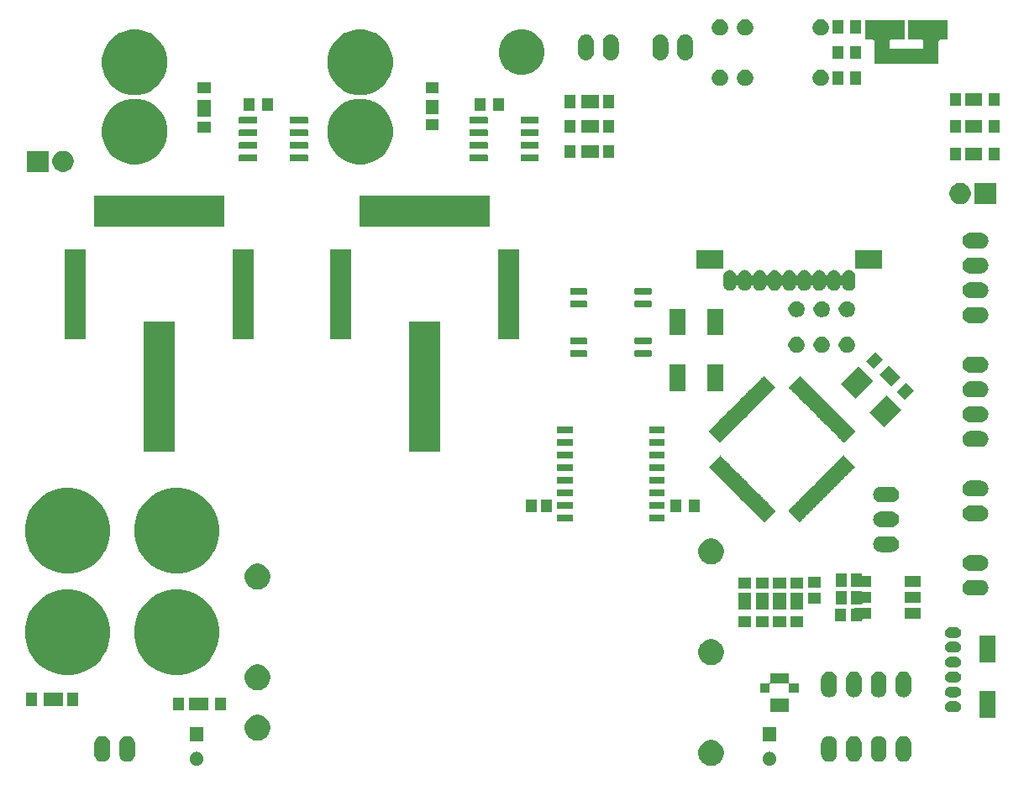
<source format=gbr>
G04 #@! TF.GenerationSoftware,KiCad,Pcbnew,(5.1.5)-3*
G04 #@! TF.CreationDate,2020-03-05T06:08:16+09:00*
G04 #@! TF.ProjectId,Electricity_Manager,456c6563-7472-4696-9369-74795f4d616e,rev?*
G04 #@! TF.SameCoordinates,Original*
G04 #@! TF.FileFunction,Soldermask,Top*
G04 #@! TF.FilePolarity,Negative*
%FSLAX46Y46*%
G04 Gerber Fmt 4.6, Leading zero omitted, Abs format (unit mm)*
G04 Created by KiCad (PCBNEW (5.1.5)-3) date 2020-03-05 06:08:16*
%MOMM*%
%LPD*%
G04 APERTURE LIST*
%ADD10C,0.100000*%
G04 APERTURE END LIST*
D10*
G36*
X118489487Y-170908996D02*
G01*
X118726253Y-171007068D01*
X118726255Y-171007069D01*
X118854830Y-171092980D01*
X118939339Y-171149447D01*
X119120553Y-171330661D01*
X119262932Y-171543747D01*
X119361004Y-171780513D01*
X119411000Y-172031861D01*
X119411000Y-172288139D01*
X119361004Y-172539487D01*
X119295692Y-172697164D01*
X119262931Y-172776255D01*
X119120553Y-172989339D01*
X118939339Y-173170553D01*
X118726255Y-173312931D01*
X118726254Y-173312932D01*
X118726253Y-173312932D01*
X118489487Y-173411004D01*
X118238139Y-173461000D01*
X117981861Y-173461000D01*
X117730513Y-173411004D01*
X117493747Y-173312932D01*
X117493746Y-173312932D01*
X117493745Y-173312931D01*
X117280661Y-173170553D01*
X117099447Y-172989339D01*
X116957069Y-172776255D01*
X116924308Y-172697164D01*
X116858996Y-172539487D01*
X116809000Y-172288139D01*
X116809000Y-172031861D01*
X116858996Y-171780513D01*
X116957068Y-171543747D01*
X117099447Y-171330661D01*
X117280661Y-171149447D01*
X117365170Y-171092980D01*
X117493745Y-171007069D01*
X117493747Y-171007068D01*
X117730513Y-170908996D01*
X117981861Y-170859000D01*
X118238139Y-170859000D01*
X118489487Y-170908996D01*
G37*
G36*
X124204473Y-172075938D02*
G01*
X124332049Y-172128782D01*
X124446859Y-172205495D01*
X124544505Y-172303141D01*
X124621218Y-172417951D01*
X124674062Y-172545527D01*
X124701000Y-172680956D01*
X124701000Y-172819044D01*
X124674062Y-172954473D01*
X124621218Y-173082049D01*
X124544505Y-173196859D01*
X124446859Y-173294505D01*
X124332049Y-173371218D01*
X124204473Y-173424062D01*
X124069044Y-173451000D01*
X123930956Y-173451000D01*
X123795527Y-173424062D01*
X123667951Y-173371218D01*
X123553141Y-173294505D01*
X123455495Y-173196859D01*
X123378782Y-173082049D01*
X123325938Y-172954473D01*
X123299000Y-172819044D01*
X123299000Y-172680956D01*
X123325938Y-172545527D01*
X123378782Y-172417951D01*
X123455495Y-172303141D01*
X123553141Y-172205495D01*
X123667951Y-172128782D01*
X123795527Y-172075938D01*
X123930956Y-172049000D01*
X124069044Y-172049000D01*
X124204473Y-172075938D01*
G37*
G36*
X66454473Y-172075938D02*
G01*
X66582049Y-172128782D01*
X66696859Y-172205495D01*
X66794505Y-172303141D01*
X66871218Y-172417951D01*
X66924062Y-172545527D01*
X66951000Y-172680956D01*
X66951000Y-172819044D01*
X66924062Y-172954473D01*
X66871218Y-173082049D01*
X66794505Y-173196859D01*
X66696859Y-173294505D01*
X66582049Y-173371218D01*
X66454473Y-173424062D01*
X66319044Y-173451000D01*
X66180956Y-173451000D01*
X66045527Y-173424062D01*
X65917951Y-173371218D01*
X65803141Y-173294505D01*
X65705495Y-173196859D01*
X65628782Y-173082049D01*
X65575938Y-172954473D01*
X65549000Y-172819044D01*
X65549000Y-172680956D01*
X65575938Y-172545527D01*
X65628782Y-172417951D01*
X65705495Y-172303141D01*
X65803141Y-172205495D01*
X65917951Y-172128782D01*
X66045527Y-172075938D01*
X66180956Y-172049000D01*
X66319044Y-172049000D01*
X66454473Y-172075938D01*
G37*
G36*
X130157022Y-170460590D02*
G01*
X130257681Y-170491125D01*
X130308012Y-170506392D01*
X130447164Y-170580771D01*
X130569133Y-170680867D01*
X130644688Y-170772932D01*
X130669229Y-170802835D01*
X130743608Y-170941987D01*
X130746342Y-170951000D01*
X130789410Y-171092977D01*
X130801000Y-171210655D01*
X130801000Y-172289345D01*
X130789410Y-172407023D01*
X130758875Y-172507682D01*
X130743608Y-172558013D01*
X130669229Y-172697165D01*
X130569133Y-172819133D01*
X130447165Y-172919229D01*
X130308013Y-172993608D01*
X130257682Y-173008875D01*
X130157023Y-173039410D01*
X130000000Y-173054875D01*
X129842978Y-173039410D01*
X129742319Y-173008875D01*
X129691988Y-172993608D01*
X129552836Y-172919229D01*
X129430868Y-172819133D01*
X129330772Y-172697165D01*
X129256393Y-172558013D01*
X129241126Y-172507682D01*
X129210591Y-172407023D01*
X129199001Y-172289345D01*
X129199000Y-171210656D01*
X129210590Y-171092978D01*
X129241125Y-170992319D01*
X129256392Y-170941988D01*
X129330771Y-170802836D01*
X129355313Y-170772931D01*
X129430867Y-170680867D01*
X129552835Y-170580771D01*
X129691987Y-170506392D01*
X129742318Y-170491125D01*
X129842977Y-170460590D01*
X130000000Y-170445125D01*
X130157022Y-170460590D01*
G37*
G36*
X56907023Y-170460590D02*
G01*
X57007682Y-170491125D01*
X57058013Y-170506392D01*
X57197165Y-170580771D01*
X57319133Y-170680867D01*
X57419229Y-170802835D01*
X57493608Y-170941987D01*
X57496342Y-170951000D01*
X57539410Y-171092977D01*
X57551000Y-171210655D01*
X57551000Y-172289345D01*
X57539410Y-172407023D01*
X57508875Y-172507682D01*
X57493608Y-172558013D01*
X57427893Y-172680956D01*
X57419229Y-172697165D01*
X57319133Y-172819133D01*
X57197164Y-172919229D01*
X57058012Y-172993608D01*
X57007681Y-173008875D01*
X56907022Y-173039410D01*
X56750000Y-173054875D01*
X56592977Y-173039410D01*
X56492318Y-173008875D01*
X56441987Y-172993608D01*
X56302835Y-172919229D01*
X56180867Y-172819133D01*
X56080771Y-172697164D01*
X56006393Y-172558013D01*
X56006392Y-172558012D01*
X55963906Y-172417952D01*
X55960590Y-172407022D01*
X55950359Y-172303141D01*
X55949000Y-172289345D01*
X55949001Y-171210654D01*
X55960591Y-171092979D01*
X55960591Y-171092977D01*
X56003659Y-170951000D01*
X56006393Y-170941987D01*
X56080772Y-170802835D01*
X56180868Y-170680867D01*
X56302836Y-170580771D01*
X56441988Y-170506392D01*
X56492319Y-170491125D01*
X56592978Y-170460590D01*
X56750000Y-170445125D01*
X56907023Y-170460590D01*
G37*
G36*
X59407023Y-170460590D02*
G01*
X59507682Y-170491125D01*
X59558013Y-170506392D01*
X59697165Y-170580771D01*
X59819133Y-170680867D01*
X59919229Y-170802835D01*
X59993608Y-170941987D01*
X59996342Y-170951000D01*
X60039410Y-171092977D01*
X60051000Y-171210655D01*
X60051000Y-172289345D01*
X60039410Y-172407023D01*
X60008875Y-172507682D01*
X59993608Y-172558013D01*
X59927893Y-172680956D01*
X59919229Y-172697165D01*
X59819133Y-172819133D01*
X59697164Y-172919229D01*
X59558012Y-172993608D01*
X59507681Y-173008875D01*
X59407022Y-173039410D01*
X59250000Y-173054875D01*
X59092977Y-173039410D01*
X58992318Y-173008875D01*
X58941987Y-172993608D01*
X58802835Y-172919229D01*
X58680867Y-172819133D01*
X58580771Y-172697164D01*
X58506393Y-172558013D01*
X58506392Y-172558012D01*
X58463906Y-172417952D01*
X58460590Y-172407022D01*
X58450359Y-172303141D01*
X58449000Y-172289345D01*
X58449001Y-171210654D01*
X58460591Y-171092979D01*
X58460591Y-171092977D01*
X58503659Y-170951000D01*
X58506393Y-170941987D01*
X58580772Y-170802835D01*
X58680868Y-170680867D01*
X58802836Y-170580771D01*
X58941988Y-170506392D01*
X58992319Y-170491125D01*
X59092978Y-170460590D01*
X59250000Y-170445125D01*
X59407023Y-170460590D01*
G37*
G36*
X135157022Y-170460590D02*
G01*
X135257681Y-170491125D01*
X135308012Y-170506392D01*
X135447164Y-170580771D01*
X135569133Y-170680867D01*
X135644688Y-170772932D01*
X135669229Y-170802835D01*
X135743608Y-170941987D01*
X135746342Y-170951000D01*
X135789410Y-171092977D01*
X135801000Y-171210655D01*
X135801000Y-172289345D01*
X135789410Y-172407023D01*
X135758875Y-172507682D01*
X135743608Y-172558013D01*
X135669229Y-172697165D01*
X135569133Y-172819133D01*
X135447165Y-172919229D01*
X135308013Y-172993608D01*
X135257682Y-173008875D01*
X135157023Y-173039410D01*
X135000000Y-173054875D01*
X134842978Y-173039410D01*
X134742319Y-173008875D01*
X134691988Y-172993608D01*
X134552836Y-172919229D01*
X134430868Y-172819133D01*
X134330772Y-172697165D01*
X134256393Y-172558013D01*
X134241126Y-172507682D01*
X134210591Y-172407023D01*
X134199001Y-172289345D01*
X134199000Y-171210656D01*
X134210590Y-171092978D01*
X134241125Y-170992319D01*
X134256392Y-170941988D01*
X134330771Y-170802836D01*
X134355313Y-170772931D01*
X134430867Y-170680867D01*
X134552835Y-170580771D01*
X134691987Y-170506392D01*
X134742318Y-170491125D01*
X134842977Y-170460590D01*
X135000000Y-170445125D01*
X135157022Y-170460590D01*
G37*
G36*
X137657022Y-170460590D02*
G01*
X137757681Y-170491125D01*
X137808012Y-170506392D01*
X137947164Y-170580771D01*
X138069133Y-170680867D01*
X138144688Y-170772932D01*
X138169229Y-170802835D01*
X138243608Y-170941987D01*
X138246342Y-170951000D01*
X138289410Y-171092977D01*
X138301000Y-171210655D01*
X138301000Y-172289345D01*
X138289410Y-172407023D01*
X138258875Y-172507682D01*
X138243608Y-172558013D01*
X138169229Y-172697165D01*
X138069133Y-172819133D01*
X137947165Y-172919229D01*
X137808013Y-172993608D01*
X137757682Y-173008875D01*
X137657023Y-173039410D01*
X137500000Y-173054875D01*
X137342978Y-173039410D01*
X137242319Y-173008875D01*
X137191988Y-172993608D01*
X137052836Y-172919229D01*
X136930868Y-172819133D01*
X136830772Y-172697165D01*
X136756393Y-172558013D01*
X136741126Y-172507682D01*
X136710591Y-172407023D01*
X136699001Y-172289345D01*
X136699000Y-171210656D01*
X136710590Y-171092978D01*
X136741125Y-170992319D01*
X136756392Y-170941988D01*
X136830771Y-170802836D01*
X136855313Y-170772931D01*
X136930867Y-170680867D01*
X137052835Y-170580771D01*
X137191987Y-170506392D01*
X137242318Y-170491125D01*
X137342977Y-170460590D01*
X137500000Y-170445125D01*
X137657022Y-170460590D01*
G37*
G36*
X132657022Y-170460590D02*
G01*
X132757681Y-170491125D01*
X132808012Y-170506392D01*
X132947164Y-170580771D01*
X133069133Y-170680867D01*
X133144688Y-170772932D01*
X133169229Y-170802835D01*
X133243608Y-170941987D01*
X133246342Y-170951000D01*
X133289410Y-171092977D01*
X133301000Y-171210655D01*
X133301000Y-172289345D01*
X133289410Y-172407023D01*
X133258875Y-172507682D01*
X133243608Y-172558013D01*
X133169229Y-172697165D01*
X133069133Y-172819133D01*
X132947165Y-172919229D01*
X132808013Y-172993608D01*
X132757682Y-173008875D01*
X132657023Y-173039410D01*
X132500000Y-173054875D01*
X132342978Y-173039410D01*
X132242319Y-173008875D01*
X132191988Y-172993608D01*
X132052836Y-172919229D01*
X131930868Y-172819133D01*
X131830772Y-172697165D01*
X131756393Y-172558013D01*
X131741126Y-172507682D01*
X131710591Y-172407023D01*
X131699001Y-172289345D01*
X131699000Y-171210656D01*
X131710590Y-171092978D01*
X131741125Y-170992319D01*
X131756392Y-170941988D01*
X131830771Y-170802836D01*
X131855313Y-170772931D01*
X131930867Y-170680867D01*
X132052835Y-170580771D01*
X132191987Y-170506392D01*
X132242318Y-170491125D01*
X132342977Y-170460590D01*
X132500000Y-170445125D01*
X132657022Y-170460590D01*
G37*
G36*
X66951000Y-170951000D02*
G01*
X65549000Y-170951000D01*
X65549000Y-169549000D01*
X66951000Y-169549000D01*
X66951000Y-170951000D01*
G37*
G36*
X124701000Y-170951000D02*
G01*
X123299000Y-170951000D01*
X123299000Y-169549000D01*
X124701000Y-169549000D01*
X124701000Y-170951000D01*
G37*
G36*
X72769487Y-168368996D02*
G01*
X73006253Y-168467068D01*
X73006255Y-168467069D01*
X73219339Y-168609447D01*
X73400553Y-168790661D01*
X73542932Y-169003747D01*
X73641004Y-169240513D01*
X73691000Y-169491861D01*
X73691000Y-169748139D01*
X73641004Y-169999487D01*
X73542932Y-170236253D01*
X73542931Y-170236255D01*
X73400553Y-170449339D01*
X73219339Y-170630553D01*
X73006255Y-170772931D01*
X73006254Y-170772932D01*
X73006253Y-170772932D01*
X72769487Y-170871004D01*
X72518139Y-170921000D01*
X72261861Y-170921000D01*
X72010513Y-170871004D01*
X71773747Y-170772932D01*
X71773746Y-170772932D01*
X71773745Y-170772931D01*
X71560661Y-170630553D01*
X71379447Y-170449339D01*
X71237069Y-170236255D01*
X71237068Y-170236253D01*
X71138996Y-169999487D01*
X71089000Y-169748139D01*
X71089000Y-169491861D01*
X71138996Y-169240513D01*
X71237068Y-169003747D01*
X71379447Y-168790661D01*
X71560661Y-168609447D01*
X71773745Y-168467069D01*
X71773747Y-168467068D01*
X72010513Y-168368996D01*
X72261861Y-168319000D01*
X72518139Y-168319000D01*
X72769487Y-168368996D01*
G37*
G36*
X146801000Y-168651000D02*
G01*
X145199000Y-168651000D01*
X145199000Y-165949000D01*
X146801000Y-165949000D01*
X146801000Y-168651000D01*
G37*
G36*
X125951000Y-168051000D02*
G01*
X124049000Y-168051000D01*
X124049000Y-166649000D01*
X125951000Y-166649000D01*
X125951000Y-168051000D01*
G37*
G36*
X142870015Y-166956973D02*
G01*
X142973879Y-166988479D01*
X143001055Y-167003005D01*
X143069600Y-167039643D01*
X143153501Y-167108499D01*
X143222357Y-167192400D01*
X143258995Y-167260945D01*
X143273521Y-167288121D01*
X143305027Y-167391985D01*
X143315666Y-167500000D01*
X143305027Y-167608015D01*
X143273521Y-167711879D01*
X143273519Y-167711882D01*
X143222357Y-167807600D01*
X143153501Y-167891501D01*
X143069600Y-167960357D01*
X143001055Y-167996995D01*
X142973879Y-168011521D01*
X142870015Y-168043027D01*
X142789067Y-168051000D01*
X142210933Y-168051000D01*
X142129985Y-168043027D01*
X142026121Y-168011521D01*
X141998945Y-167996995D01*
X141930400Y-167960357D01*
X141846499Y-167891501D01*
X141777643Y-167807600D01*
X141726481Y-167711882D01*
X141726479Y-167711879D01*
X141694973Y-167608015D01*
X141684334Y-167500000D01*
X141694973Y-167391985D01*
X141726479Y-167288121D01*
X141741005Y-167260945D01*
X141777643Y-167192400D01*
X141846499Y-167108499D01*
X141930400Y-167039643D01*
X141998945Y-167003005D01*
X142026121Y-166988479D01*
X142129985Y-166956973D01*
X142210933Y-166949000D01*
X142789067Y-166949000D01*
X142870015Y-166956973D01*
G37*
G36*
X67421000Y-167901000D02*
G01*
X65479000Y-167901000D01*
X65479000Y-166599000D01*
X67421000Y-166599000D01*
X67421000Y-167901000D01*
G37*
G36*
X69181000Y-167901000D02*
G01*
X68079000Y-167901000D01*
X68079000Y-166599000D01*
X69181000Y-166599000D01*
X69181000Y-167901000D01*
G37*
G36*
X65021000Y-167901000D02*
G01*
X63919000Y-167901000D01*
X63919000Y-166599000D01*
X65021000Y-166599000D01*
X65021000Y-167901000D01*
G37*
G36*
X54331000Y-167401000D02*
G01*
X53229000Y-167401000D01*
X53229000Y-166099000D01*
X54331000Y-166099000D01*
X54331000Y-167401000D01*
G37*
G36*
X50171000Y-167401000D02*
G01*
X49069000Y-167401000D01*
X49069000Y-166099000D01*
X50171000Y-166099000D01*
X50171000Y-167401000D01*
G37*
G36*
X52771000Y-167401000D02*
G01*
X50829000Y-167401000D01*
X50829000Y-166099000D01*
X52771000Y-166099000D01*
X52771000Y-167401000D01*
G37*
G36*
X137657023Y-163960590D02*
G01*
X137748961Y-163988479D01*
X137808013Y-164006392D01*
X137947165Y-164080771D01*
X138069133Y-164180867D01*
X138169229Y-164302835D01*
X138243608Y-164441987D01*
X138243608Y-164441988D01*
X138289410Y-164592977D01*
X138301000Y-164710655D01*
X138301000Y-165789345D01*
X138289410Y-165907023D01*
X138276676Y-165949000D01*
X138243608Y-166058013D01*
X138216882Y-166108013D01*
X138169229Y-166197165D01*
X138069133Y-166319133D01*
X137980951Y-166391501D01*
X137947164Y-166419229D01*
X137808012Y-166493608D01*
X137757681Y-166508875D01*
X137657022Y-166539410D01*
X137500000Y-166554875D01*
X137342977Y-166539410D01*
X137242318Y-166508875D01*
X137191987Y-166493608D01*
X137052835Y-166419229D01*
X137019048Y-166391501D01*
X136930867Y-166319133D01*
X136830771Y-166197164D01*
X136756392Y-166058012D01*
X136723324Y-165949000D01*
X136710590Y-165907022D01*
X136699000Y-165789344D01*
X136699001Y-164710655D01*
X136710591Y-164592977D01*
X136756393Y-164441988D01*
X136756393Y-164441987D01*
X136830772Y-164302835D01*
X136930868Y-164180867D01*
X137052836Y-164080771D01*
X137191988Y-164006392D01*
X137251040Y-163988479D01*
X137342978Y-163960590D01*
X137500000Y-163945125D01*
X137657023Y-163960590D01*
G37*
G36*
X135157023Y-163960590D02*
G01*
X135248961Y-163988479D01*
X135308013Y-164006392D01*
X135447165Y-164080771D01*
X135569133Y-164180867D01*
X135669229Y-164302835D01*
X135743608Y-164441987D01*
X135743608Y-164441988D01*
X135789410Y-164592977D01*
X135801000Y-164710655D01*
X135801000Y-165789345D01*
X135789410Y-165907023D01*
X135776676Y-165949000D01*
X135743608Y-166058013D01*
X135716882Y-166108013D01*
X135669229Y-166197165D01*
X135569133Y-166319133D01*
X135480951Y-166391501D01*
X135447164Y-166419229D01*
X135308012Y-166493608D01*
X135257681Y-166508875D01*
X135157022Y-166539410D01*
X135000000Y-166554875D01*
X134842977Y-166539410D01*
X134742318Y-166508875D01*
X134691987Y-166493608D01*
X134552835Y-166419229D01*
X134519048Y-166391501D01*
X134430867Y-166319133D01*
X134330771Y-166197164D01*
X134256392Y-166058012D01*
X134223324Y-165949000D01*
X134210590Y-165907022D01*
X134199000Y-165789344D01*
X134199001Y-164710655D01*
X134210591Y-164592977D01*
X134256393Y-164441988D01*
X134256393Y-164441987D01*
X134330772Y-164302835D01*
X134430868Y-164180867D01*
X134552836Y-164080771D01*
X134691988Y-164006392D01*
X134751040Y-163988479D01*
X134842978Y-163960590D01*
X135000000Y-163945125D01*
X135157023Y-163960590D01*
G37*
G36*
X132657023Y-163960590D02*
G01*
X132748961Y-163988479D01*
X132808013Y-164006392D01*
X132947165Y-164080771D01*
X133069133Y-164180867D01*
X133169229Y-164302835D01*
X133243608Y-164441987D01*
X133243608Y-164441988D01*
X133289410Y-164592977D01*
X133301000Y-164710655D01*
X133301000Y-165789345D01*
X133289410Y-165907023D01*
X133276676Y-165949000D01*
X133243608Y-166058013D01*
X133216882Y-166108013D01*
X133169229Y-166197165D01*
X133069133Y-166319133D01*
X132980951Y-166391501D01*
X132947164Y-166419229D01*
X132808012Y-166493608D01*
X132757681Y-166508875D01*
X132657022Y-166539410D01*
X132500000Y-166554875D01*
X132342977Y-166539410D01*
X132242318Y-166508875D01*
X132191987Y-166493608D01*
X132052835Y-166419229D01*
X132019048Y-166391501D01*
X131930867Y-166319133D01*
X131830771Y-166197164D01*
X131756392Y-166058012D01*
X131723324Y-165949000D01*
X131710590Y-165907022D01*
X131699000Y-165789344D01*
X131699001Y-164710655D01*
X131710591Y-164592977D01*
X131756393Y-164441988D01*
X131756393Y-164441987D01*
X131830772Y-164302835D01*
X131930868Y-164180867D01*
X132052836Y-164080771D01*
X132191988Y-164006392D01*
X132251040Y-163988479D01*
X132342978Y-163960590D01*
X132500000Y-163945125D01*
X132657023Y-163960590D01*
G37*
G36*
X130157023Y-163960590D02*
G01*
X130248961Y-163988479D01*
X130308013Y-164006392D01*
X130447165Y-164080771D01*
X130569133Y-164180867D01*
X130669229Y-164302835D01*
X130743608Y-164441987D01*
X130743608Y-164441988D01*
X130789410Y-164592977D01*
X130801000Y-164710655D01*
X130801000Y-165789345D01*
X130789410Y-165907023D01*
X130776676Y-165949000D01*
X130743608Y-166058013D01*
X130716882Y-166108013D01*
X130669229Y-166197165D01*
X130569133Y-166319133D01*
X130480951Y-166391501D01*
X130447164Y-166419229D01*
X130308012Y-166493608D01*
X130257681Y-166508875D01*
X130157022Y-166539410D01*
X130000000Y-166554875D01*
X129842977Y-166539410D01*
X129742318Y-166508875D01*
X129691987Y-166493608D01*
X129552835Y-166419229D01*
X129519048Y-166391501D01*
X129430867Y-166319133D01*
X129330771Y-166197164D01*
X129256392Y-166058012D01*
X129223324Y-165949000D01*
X129210590Y-165907022D01*
X129199000Y-165789344D01*
X129199001Y-164710655D01*
X129210591Y-164592977D01*
X129256393Y-164441988D01*
X129256393Y-164441987D01*
X129330772Y-164302835D01*
X129430868Y-164180867D01*
X129552836Y-164080771D01*
X129691988Y-164006392D01*
X129751040Y-163988479D01*
X129842978Y-163960590D01*
X130000000Y-163945125D01*
X130157023Y-163960590D01*
G37*
G36*
X142870015Y-165456973D02*
G01*
X142973879Y-165488479D01*
X143001055Y-165503005D01*
X143069600Y-165539643D01*
X143153501Y-165608499D01*
X143222357Y-165692400D01*
X143258995Y-165760945D01*
X143273521Y-165788121D01*
X143305027Y-165891985D01*
X143315666Y-166000000D01*
X143305027Y-166108015D01*
X143273521Y-166211879D01*
X143273519Y-166211882D01*
X143222357Y-166307600D01*
X143153501Y-166391501D01*
X143069600Y-166460357D01*
X143007391Y-166493608D01*
X142973879Y-166511521D01*
X142870015Y-166543027D01*
X142789067Y-166551000D01*
X142210933Y-166551000D01*
X142129985Y-166543027D01*
X142026121Y-166511521D01*
X141992609Y-166493608D01*
X141930400Y-166460357D01*
X141846499Y-166391501D01*
X141777643Y-166307600D01*
X141726481Y-166211882D01*
X141726479Y-166211879D01*
X141694973Y-166108015D01*
X141684334Y-166000000D01*
X141694973Y-165891985D01*
X141726479Y-165788121D01*
X141741005Y-165760945D01*
X141777643Y-165692400D01*
X141846499Y-165608499D01*
X141930400Y-165539643D01*
X141998945Y-165503005D01*
X142026121Y-165488479D01*
X142129985Y-165456973D01*
X142210933Y-165449000D01*
X142789067Y-165449000D01*
X142870015Y-165456973D01*
G37*
G36*
X125951000Y-165024001D02*
G01*
X125953402Y-165048387D01*
X125960515Y-165071836D01*
X125972066Y-165093447D01*
X125987611Y-165112389D01*
X126006553Y-165127934D01*
X126028164Y-165139485D01*
X126051613Y-165146598D01*
X126075999Y-165149000D01*
X126926000Y-165149000D01*
X126926000Y-166051000D01*
X125974000Y-166051000D01*
X125974000Y-165250999D01*
X125971598Y-165226613D01*
X125964485Y-165203164D01*
X125952934Y-165181553D01*
X125937389Y-165162611D01*
X125918447Y-165147066D01*
X125896836Y-165135515D01*
X125873387Y-165128402D01*
X125849001Y-165126000D01*
X124150999Y-165126000D01*
X124126613Y-165128402D01*
X124103164Y-165135515D01*
X124081553Y-165147066D01*
X124062611Y-165162611D01*
X124047066Y-165181553D01*
X124035515Y-165203164D01*
X124028402Y-165226613D01*
X124026000Y-165250999D01*
X124026000Y-166051000D01*
X123074000Y-166051000D01*
X123074000Y-165149000D01*
X123924001Y-165149000D01*
X123948387Y-165146598D01*
X123971836Y-165139485D01*
X123993447Y-165127934D01*
X124012389Y-165112389D01*
X124027934Y-165093447D01*
X124039485Y-165071836D01*
X124046598Y-165048387D01*
X124049000Y-165024001D01*
X124049000Y-164174000D01*
X125951000Y-164174000D01*
X125951000Y-165024001D01*
G37*
G36*
X72769487Y-163288996D02*
G01*
X73006253Y-163387068D01*
X73006255Y-163387069D01*
X73115937Y-163460356D01*
X73219339Y-163529447D01*
X73400553Y-163710661D01*
X73542932Y-163923747D01*
X73641004Y-164160513D01*
X73691000Y-164411861D01*
X73691000Y-164668139D01*
X73641004Y-164919487D01*
X73546931Y-165146598D01*
X73542931Y-165156255D01*
X73400553Y-165369339D01*
X73219339Y-165550553D01*
X73006255Y-165692931D01*
X73006254Y-165692932D01*
X73006253Y-165692932D01*
X72769487Y-165791004D01*
X72518139Y-165841000D01*
X72261861Y-165841000D01*
X72010513Y-165791004D01*
X71773747Y-165692932D01*
X71773746Y-165692932D01*
X71773745Y-165692931D01*
X71560661Y-165550553D01*
X71379447Y-165369339D01*
X71237069Y-165156255D01*
X71233069Y-165146598D01*
X71138996Y-164919487D01*
X71089000Y-164668139D01*
X71089000Y-164411861D01*
X71138996Y-164160513D01*
X71237068Y-163923747D01*
X71379447Y-163710661D01*
X71560661Y-163529447D01*
X71664063Y-163460356D01*
X71773745Y-163387069D01*
X71773747Y-163387068D01*
X72010513Y-163288996D01*
X72261861Y-163239000D01*
X72518139Y-163239000D01*
X72769487Y-163288996D01*
G37*
G36*
X142870015Y-163956973D02*
G01*
X142973879Y-163988479D01*
X143001055Y-164003005D01*
X143069600Y-164039643D01*
X143153501Y-164108499D01*
X143222357Y-164192400D01*
X143258995Y-164260945D01*
X143273521Y-164288121D01*
X143305027Y-164391985D01*
X143315666Y-164500000D01*
X143305027Y-164608015D01*
X143273521Y-164711879D01*
X143273519Y-164711882D01*
X143222357Y-164807600D01*
X143153501Y-164891501D01*
X143069600Y-164960357D01*
X143001055Y-164996995D01*
X142973879Y-165011521D01*
X142870015Y-165043027D01*
X142789067Y-165051000D01*
X142210933Y-165051000D01*
X142129985Y-165043027D01*
X142026121Y-165011521D01*
X141998945Y-164996995D01*
X141930400Y-164960357D01*
X141846499Y-164891501D01*
X141777643Y-164807600D01*
X141726481Y-164711882D01*
X141726479Y-164711879D01*
X141694973Y-164608015D01*
X141684334Y-164500000D01*
X141694973Y-164391985D01*
X141726479Y-164288121D01*
X141741005Y-164260945D01*
X141777643Y-164192400D01*
X141846499Y-164108499D01*
X141930400Y-164039643D01*
X141998945Y-164003005D01*
X142026121Y-163988479D01*
X142129985Y-163956973D01*
X142210933Y-163949000D01*
X142789067Y-163949000D01*
X142870015Y-163956973D01*
G37*
G36*
X65504554Y-155864284D02*
G01*
X66287286Y-156188502D01*
X66287288Y-156188503D01*
X66991728Y-156659195D01*
X67590805Y-157258272D01*
X68061497Y-157962712D01*
X68061498Y-157962714D01*
X68385716Y-158745446D01*
X68551000Y-159576387D01*
X68551000Y-160423613D01*
X68385716Y-161254554D01*
X68156637Y-161807600D01*
X68061497Y-162037288D01*
X67590805Y-162741728D01*
X66991728Y-163340805D01*
X66287288Y-163811497D01*
X66287287Y-163811498D01*
X66287286Y-163811498D01*
X65504554Y-164135716D01*
X64673613Y-164301000D01*
X63826387Y-164301000D01*
X62995446Y-164135716D01*
X62212714Y-163811498D01*
X62212713Y-163811498D01*
X62212712Y-163811497D01*
X61508272Y-163340805D01*
X60909195Y-162741728D01*
X60438503Y-162037288D01*
X60343363Y-161807600D01*
X60114284Y-161254554D01*
X59949000Y-160423613D01*
X59949000Y-159576387D01*
X60114284Y-158745446D01*
X60438502Y-157962714D01*
X60438503Y-157962712D01*
X60909195Y-157258272D01*
X61508272Y-156659195D01*
X62212712Y-156188503D01*
X62212714Y-156188502D01*
X62995446Y-155864284D01*
X63826387Y-155699000D01*
X64673613Y-155699000D01*
X65504554Y-155864284D01*
G37*
G36*
X54504554Y-155864284D02*
G01*
X55287286Y-156188502D01*
X55287288Y-156188503D01*
X55991728Y-156659195D01*
X56590805Y-157258272D01*
X57061497Y-157962712D01*
X57061498Y-157962714D01*
X57385716Y-158745446D01*
X57551000Y-159576387D01*
X57551000Y-160423613D01*
X57385716Y-161254554D01*
X57156637Y-161807600D01*
X57061497Y-162037288D01*
X56590805Y-162741728D01*
X55991728Y-163340805D01*
X55287288Y-163811497D01*
X55287287Y-163811498D01*
X55287286Y-163811498D01*
X54504554Y-164135716D01*
X53673613Y-164301000D01*
X52826387Y-164301000D01*
X51995446Y-164135716D01*
X51212714Y-163811498D01*
X51212713Y-163811498D01*
X51212712Y-163811497D01*
X50508272Y-163340805D01*
X49909195Y-162741728D01*
X49438503Y-162037288D01*
X49343363Y-161807600D01*
X49114284Y-161254554D01*
X48949000Y-160423613D01*
X48949000Y-159576387D01*
X49114284Y-158745446D01*
X49438502Y-157962714D01*
X49438503Y-157962712D01*
X49909195Y-157258272D01*
X50508272Y-156659195D01*
X51212712Y-156188503D01*
X51212714Y-156188502D01*
X51995446Y-155864284D01*
X52826387Y-155699000D01*
X53673613Y-155699000D01*
X54504554Y-155864284D01*
G37*
G36*
X142870015Y-162456973D02*
G01*
X142973879Y-162488479D01*
X143001055Y-162503005D01*
X143069600Y-162539643D01*
X143153501Y-162608499D01*
X143222357Y-162692400D01*
X143248723Y-162741728D01*
X143273521Y-162788121D01*
X143305027Y-162891985D01*
X143315666Y-163000000D01*
X143305027Y-163108015D01*
X143273521Y-163211879D01*
X143273519Y-163211882D01*
X143222357Y-163307600D01*
X143153501Y-163391501D01*
X143069600Y-163460357D01*
X143001055Y-163496995D01*
X142973879Y-163511521D01*
X142870015Y-163543027D01*
X142789067Y-163551000D01*
X142210933Y-163551000D01*
X142129985Y-163543027D01*
X142026121Y-163511521D01*
X141998945Y-163496995D01*
X141930400Y-163460357D01*
X141846499Y-163391501D01*
X141777643Y-163307600D01*
X141726481Y-163211882D01*
X141726479Y-163211879D01*
X141694973Y-163108015D01*
X141684334Y-163000000D01*
X141694973Y-162891985D01*
X141726479Y-162788121D01*
X141751277Y-162741728D01*
X141777643Y-162692400D01*
X141846499Y-162608499D01*
X141930400Y-162539643D01*
X141998945Y-162503005D01*
X142026121Y-162488479D01*
X142129985Y-162456973D01*
X142210933Y-162449000D01*
X142789067Y-162449000D01*
X142870015Y-162456973D01*
G37*
G36*
X118489487Y-160748996D02*
G01*
X118726253Y-160847068D01*
X118726255Y-160847069D01*
X118939339Y-160989447D01*
X119120553Y-161170661D01*
X119135079Y-161192400D01*
X119262932Y-161383747D01*
X119361004Y-161620513D01*
X119411000Y-161871861D01*
X119411000Y-162128139D01*
X119361004Y-162379487D01*
X119266144Y-162608499D01*
X119262931Y-162616255D01*
X119120553Y-162829339D01*
X118939339Y-163010553D01*
X118726255Y-163152931D01*
X118726254Y-163152932D01*
X118726253Y-163152932D01*
X118489487Y-163251004D01*
X118238139Y-163301000D01*
X117981861Y-163301000D01*
X117730513Y-163251004D01*
X117493747Y-163152932D01*
X117493746Y-163152932D01*
X117493745Y-163152931D01*
X117280661Y-163010553D01*
X117099447Y-162829339D01*
X116957069Y-162616255D01*
X116953856Y-162608499D01*
X116858996Y-162379487D01*
X116809000Y-162128139D01*
X116809000Y-161871861D01*
X116858996Y-161620513D01*
X116957068Y-161383747D01*
X117084922Y-161192400D01*
X117099447Y-161170661D01*
X117280661Y-160989447D01*
X117493745Y-160847069D01*
X117493747Y-160847068D01*
X117730513Y-160748996D01*
X117981861Y-160699000D01*
X118238139Y-160699000D01*
X118489487Y-160748996D01*
G37*
G36*
X146801000Y-163051000D02*
G01*
X145199000Y-163051000D01*
X145199000Y-160349000D01*
X146801000Y-160349000D01*
X146801000Y-163051000D01*
G37*
G36*
X142870015Y-160956973D02*
G01*
X142973879Y-160988479D01*
X143001055Y-161003005D01*
X143069600Y-161039643D01*
X143153501Y-161108499D01*
X143222357Y-161192400D01*
X143255579Y-161254554D01*
X143273521Y-161288121D01*
X143305027Y-161391985D01*
X143315666Y-161500000D01*
X143305027Y-161608015D01*
X143273521Y-161711879D01*
X143273519Y-161711882D01*
X143222357Y-161807600D01*
X143153501Y-161891501D01*
X143069600Y-161960357D01*
X143001055Y-161996995D01*
X142973879Y-162011521D01*
X142870015Y-162043027D01*
X142789067Y-162051000D01*
X142210933Y-162051000D01*
X142129985Y-162043027D01*
X142026121Y-162011521D01*
X141998945Y-161996995D01*
X141930400Y-161960357D01*
X141846499Y-161891501D01*
X141777643Y-161807600D01*
X141726481Y-161711882D01*
X141726479Y-161711879D01*
X141694973Y-161608015D01*
X141684334Y-161500000D01*
X141694973Y-161391985D01*
X141726479Y-161288121D01*
X141744421Y-161254554D01*
X141777643Y-161192400D01*
X141846499Y-161108499D01*
X141930400Y-161039643D01*
X141998945Y-161003005D01*
X142026121Y-160988479D01*
X142129985Y-160956973D01*
X142210933Y-160949000D01*
X142789067Y-160949000D01*
X142870015Y-160956973D01*
G37*
G36*
X142870015Y-159456973D02*
G01*
X142973879Y-159488479D01*
X143001055Y-159503005D01*
X143069600Y-159539643D01*
X143153501Y-159608499D01*
X143222357Y-159692400D01*
X143258995Y-159760945D01*
X143273521Y-159788121D01*
X143305027Y-159891985D01*
X143315666Y-160000000D01*
X143305027Y-160108015D01*
X143273521Y-160211879D01*
X143273519Y-160211882D01*
X143222357Y-160307600D01*
X143153501Y-160391501D01*
X143069600Y-160460357D01*
X143001055Y-160496995D01*
X142973879Y-160511521D01*
X142870015Y-160543027D01*
X142789067Y-160551000D01*
X142210933Y-160551000D01*
X142129985Y-160543027D01*
X142026121Y-160511521D01*
X141998945Y-160496995D01*
X141930400Y-160460357D01*
X141846499Y-160391501D01*
X141777643Y-160307600D01*
X141726481Y-160211882D01*
X141726479Y-160211879D01*
X141694973Y-160108015D01*
X141684334Y-160000000D01*
X141694973Y-159891985D01*
X141726479Y-159788121D01*
X141741005Y-159760945D01*
X141777643Y-159692400D01*
X141846499Y-159608499D01*
X141930400Y-159539643D01*
X141998945Y-159503005D01*
X142026121Y-159488479D01*
X142129985Y-159456973D01*
X142210933Y-159449000D01*
X142789067Y-159449000D01*
X142870015Y-159456973D01*
G37*
G36*
X122151000Y-159461000D02*
G01*
X120849000Y-159461000D01*
X120849000Y-158359000D01*
X122151000Y-158359000D01*
X122151000Y-159461000D01*
G37*
G36*
X123901000Y-159461000D02*
G01*
X122599000Y-159461000D01*
X122599000Y-158359000D01*
X123901000Y-158359000D01*
X123901000Y-159461000D01*
G37*
G36*
X125651000Y-159461000D02*
G01*
X124349000Y-159461000D01*
X124349000Y-158359000D01*
X125651000Y-158359000D01*
X125651000Y-159461000D01*
G37*
G36*
X127401000Y-159461000D02*
G01*
X126099000Y-159461000D01*
X126099000Y-158359000D01*
X127401000Y-158359000D01*
X127401000Y-159461000D01*
G37*
G36*
X131741000Y-158901000D02*
G01*
X130639000Y-158901000D01*
X130639000Y-157599000D01*
X131741000Y-157599000D01*
X131741000Y-158901000D01*
G37*
G36*
X134201000Y-158651000D02*
G01*
X133425999Y-158651000D01*
X133401613Y-158653402D01*
X133378164Y-158660515D01*
X133356553Y-158672066D01*
X133337611Y-158687611D01*
X133322066Y-158706553D01*
X133310515Y-158728164D01*
X133303402Y-158751613D01*
X133301000Y-158775999D01*
X133301000Y-158901000D01*
X132199000Y-158901000D01*
X132199000Y-157599000D01*
X132474001Y-157599000D01*
X132498387Y-157596598D01*
X132521836Y-157589485D01*
X132543447Y-157577934D01*
X132562389Y-157562389D01*
X132573377Y-157549000D01*
X134201000Y-157549000D01*
X134201000Y-158651000D01*
G37*
G36*
X139201000Y-158651000D02*
G01*
X137599000Y-158651000D01*
X137599000Y-157549000D01*
X139201000Y-157549000D01*
X139201000Y-158651000D01*
G37*
G36*
X122151000Y-157701000D02*
G01*
X120849000Y-157701000D01*
X120849000Y-156009000D01*
X122151000Y-156009000D01*
X122151000Y-157701000D01*
G37*
G36*
X123901000Y-157701000D02*
G01*
X122599000Y-157701000D01*
X122599000Y-156009000D01*
X123901000Y-156009000D01*
X123901000Y-157701000D01*
G37*
G36*
X127401000Y-157701000D02*
G01*
X126099000Y-157701000D01*
X126099000Y-156009000D01*
X127401000Y-156009000D01*
X127401000Y-157701000D01*
G37*
G36*
X125651000Y-157701000D02*
G01*
X124349000Y-157701000D01*
X124349000Y-156009000D01*
X125651000Y-156009000D01*
X125651000Y-157701000D01*
G37*
G36*
X133340515Y-155871836D02*
G01*
X133352066Y-155893447D01*
X133367611Y-155912389D01*
X133386553Y-155927934D01*
X133408164Y-155939485D01*
X133431613Y-155946598D01*
X133455999Y-155949000D01*
X134201000Y-155949000D01*
X134201000Y-157051000D01*
X133455999Y-157051000D01*
X133431613Y-157053402D01*
X133408164Y-157060515D01*
X133386553Y-157072066D01*
X133367611Y-157087611D01*
X133352066Y-157106553D01*
X133340515Y-157128164D01*
X133333588Y-157151000D01*
X132229000Y-157151000D01*
X132229000Y-155849000D01*
X133333588Y-155849000D01*
X133340515Y-155871836D01*
G37*
G36*
X131771000Y-157151000D02*
G01*
X130669000Y-157151000D01*
X130669000Y-155849000D01*
X131771000Y-155849000D01*
X131771000Y-157151000D01*
G37*
G36*
X129151000Y-157081000D02*
G01*
X127849000Y-157081000D01*
X127849000Y-155979000D01*
X129151000Y-155979000D01*
X129151000Y-157081000D01*
G37*
G36*
X139201000Y-157051000D02*
G01*
X137599000Y-157051000D01*
X137599000Y-155949000D01*
X139201000Y-155949000D01*
X139201000Y-157051000D01*
G37*
G36*
X145328571Y-154702863D02*
G01*
X145407023Y-154710590D01*
X145507682Y-154741125D01*
X145558013Y-154756392D01*
X145697165Y-154830771D01*
X145819133Y-154930867D01*
X145919229Y-155052835D01*
X145993608Y-155191987D01*
X146008875Y-155242318D01*
X146039410Y-155342977D01*
X146054875Y-155500000D01*
X146039410Y-155657023D01*
X146026676Y-155699000D01*
X145993608Y-155808013D01*
X145919229Y-155947165D01*
X145819133Y-156069133D01*
X145697165Y-156169229D01*
X145558013Y-156243608D01*
X145507682Y-156258875D01*
X145407023Y-156289410D01*
X145328571Y-156297137D01*
X145289346Y-156301000D01*
X144210654Y-156301000D01*
X144171429Y-156297137D01*
X144092977Y-156289410D01*
X143992318Y-156258875D01*
X143941987Y-156243608D01*
X143802835Y-156169229D01*
X143680867Y-156069133D01*
X143580771Y-155947165D01*
X143506392Y-155808013D01*
X143473324Y-155699000D01*
X143460590Y-155657023D01*
X143445125Y-155500000D01*
X143460590Y-155342977D01*
X143491125Y-155242318D01*
X143506392Y-155191987D01*
X143580771Y-155052835D01*
X143680867Y-154930867D01*
X143802835Y-154830771D01*
X143941987Y-154756392D01*
X143992318Y-154741125D01*
X144092977Y-154710590D01*
X144171429Y-154702863D01*
X144210654Y-154699000D01*
X145289346Y-154699000D01*
X145328571Y-154702863D01*
G37*
G36*
X72769487Y-153128996D02*
G01*
X73006253Y-153227068D01*
X73006255Y-153227069D01*
X73219339Y-153369447D01*
X73400553Y-153550661D01*
X73479778Y-153669229D01*
X73542932Y-153763747D01*
X73641004Y-154000513D01*
X73691000Y-154251861D01*
X73691000Y-154508139D01*
X73641004Y-154759487D01*
X73611477Y-154830771D01*
X73542931Y-154996255D01*
X73400553Y-155209339D01*
X73219339Y-155390553D01*
X73006255Y-155532931D01*
X73006254Y-155532932D01*
X73006253Y-155532932D01*
X72769487Y-155631004D01*
X72518139Y-155681000D01*
X72261861Y-155681000D01*
X72010513Y-155631004D01*
X71773747Y-155532932D01*
X71773746Y-155532932D01*
X71773745Y-155532931D01*
X71560661Y-155390553D01*
X71379447Y-155209339D01*
X71237069Y-154996255D01*
X71168523Y-154830771D01*
X71138996Y-154759487D01*
X71089000Y-154508139D01*
X71089000Y-154251861D01*
X71138996Y-154000513D01*
X71237068Y-153763747D01*
X71300223Y-153669229D01*
X71379447Y-153550661D01*
X71560661Y-153369447D01*
X71773745Y-153227069D01*
X71773747Y-153227068D01*
X72010513Y-153128996D01*
X72261861Y-153079000D01*
X72518139Y-153079000D01*
X72769487Y-153128996D01*
G37*
G36*
X123901000Y-155551000D02*
G01*
X122599000Y-155551000D01*
X122599000Y-154449000D01*
X123901000Y-154449000D01*
X123901000Y-155551000D01*
G37*
G36*
X122151000Y-155551000D02*
G01*
X120849000Y-155551000D01*
X120849000Y-154449000D01*
X122151000Y-154449000D01*
X122151000Y-155551000D01*
G37*
G36*
X127401000Y-155551000D02*
G01*
X126099000Y-155551000D01*
X126099000Y-154449000D01*
X127401000Y-154449000D01*
X127401000Y-155551000D01*
G37*
G36*
X125651000Y-155551000D02*
G01*
X124349000Y-155551000D01*
X124349000Y-154449000D01*
X125651000Y-154449000D01*
X125651000Y-155551000D01*
G37*
G36*
X129151000Y-155521000D02*
G01*
X127849000Y-155521000D01*
X127849000Y-154419000D01*
X129151000Y-154419000D01*
X129151000Y-155521000D01*
G37*
G36*
X139201000Y-155451000D02*
G01*
X137599000Y-155451000D01*
X137599000Y-154349000D01*
X139201000Y-154349000D01*
X139201000Y-155451000D01*
G37*
G36*
X133331000Y-154224001D02*
G01*
X133333402Y-154248387D01*
X133340515Y-154271836D01*
X133352066Y-154293447D01*
X133367611Y-154312389D01*
X133386553Y-154327934D01*
X133408164Y-154339485D01*
X133431613Y-154346598D01*
X133455999Y-154349000D01*
X134201000Y-154349000D01*
X134201000Y-155451000D01*
X132573377Y-155451000D01*
X132562389Y-155437611D01*
X132543447Y-155422066D01*
X132521836Y-155410515D01*
X132498387Y-155403402D01*
X132474001Y-155401000D01*
X132229000Y-155401000D01*
X132229000Y-154099000D01*
X133331000Y-154099000D01*
X133331000Y-154224001D01*
G37*
G36*
X131771000Y-155401000D02*
G01*
X130669000Y-155401000D01*
X130669000Y-154099000D01*
X131771000Y-154099000D01*
X131771000Y-155401000D01*
G37*
G36*
X54504554Y-145614284D02*
G01*
X55287286Y-145938502D01*
X55287288Y-145938503D01*
X55991728Y-146409195D01*
X56590805Y-147008272D01*
X57061497Y-147712712D01*
X57061498Y-147712714D01*
X57385716Y-148495446D01*
X57551000Y-149326387D01*
X57551000Y-150173613D01*
X57385716Y-151004554D01*
X57092740Y-151711861D01*
X57061497Y-151787288D01*
X56590805Y-152491728D01*
X55991728Y-153090805D01*
X55287288Y-153561497D01*
X55287287Y-153561498D01*
X55287286Y-153561498D01*
X54504554Y-153885716D01*
X53673613Y-154051000D01*
X52826387Y-154051000D01*
X51995446Y-153885716D01*
X51212714Y-153561498D01*
X51212713Y-153561498D01*
X51212712Y-153561497D01*
X50508272Y-153090805D01*
X49909195Y-152491728D01*
X49438503Y-151787288D01*
X49407260Y-151711861D01*
X49114284Y-151004554D01*
X48949000Y-150173613D01*
X48949000Y-149326387D01*
X49114284Y-148495446D01*
X49438502Y-147712714D01*
X49438503Y-147712712D01*
X49909195Y-147008272D01*
X50508272Y-146409195D01*
X51212712Y-145938503D01*
X51212714Y-145938502D01*
X51995446Y-145614284D01*
X52826387Y-145449000D01*
X53673613Y-145449000D01*
X54504554Y-145614284D01*
G37*
G36*
X65504554Y-145614284D02*
G01*
X66287286Y-145938502D01*
X66287288Y-145938503D01*
X66991728Y-146409195D01*
X67590805Y-147008272D01*
X68061497Y-147712712D01*
X68061498Y-147712714D01*
X68385716Y-148495446D01*
X68551000Y-149326387D01*
X68551000Y-150173613D01*
X68385716Y-151004554D01*
X68092740Y-151711861D01*
X68061497Y-151787288D01*
X67590805Y-152491728D01*
X66991728Y-153090805D01*
X66287288Y-153561497D01*
X66287287Y-153561498D01*
X66287286Y-153561498D01*
X65504554Y-153885716D01*
X64673613Y-154051000D01*
X63826387Y-154051000D01*
X62995446Y-153885716D01*
X62212714Y-153561498D01*
X62212713Y-153561498D01*
X62212712Y-153561497D01*
X61508272Y-153090805D01*
X60909195Y-152491728D01*
X60438503Y-151787288D01*
X60407260Y-151711861D01*
X60114284Y-151004554D01*
X59949000Y-150173613D01*
X59949000Y-149326387D01*
X60114284Y-148495446D01*
X60438502Y-147712714D01*
X60438503Y-147712712D01*
X60909195Y-147008272D01*
X61508272Y-146409195D01*
X62212712Y-145938503D01*
X62212714Y-145938502D01*
X62995446Y-145614284D01*
X63826387Y-145449000D01*
X64673613Y-145449000D01*
X65504554Y-145614284D01*
G37*
G36*
X145328571Y-152202863D02*
G01*
X145407023Y-152210590D01*
X145507682Y-152241125D01*
X145558013Y-152256392D01*
X145697165Y-152330771D01*
X145819133Y-152430867D01*
X145919229Y-152552835D01*
X145993608Y-152691987D01*
X145993608Y-152691988D01*
X146039410Y-152842977D01*
X146054875Y-153000000D01*
X146039410Y-153157023D01*
X146018162Y-153227068D01*
X145993608Y-153308013D01*
X145919229Y-153447165D01*
X145819133Y-153569133D01*
X145697165Y-153669229D01*
X145558013Y-153743608D01*
X145507682Y-153758875D01*
X145407023Y-153789410D01*
X145328571Y-153797137D01*
X145289346Y-153801000D01*
X144210654Y-153801000D01*
X144171429Y-153797137D01*
X144092977Y-153789410D01*
X143992318Y-153758875D01*
X143941987Y-153743608D01*
X143802835Y-153669229D01*
X143680867Y-153569133D01*
X143580771Y-153447165D01*
X143506392Y-153308013D01*
X143481838Y-153227068D01*
X143460590Y-153157023D01*
X143445125Y-153000000D01*
X143460590Y-152842977D01*
X143506392Y-152691988D01*
X143506392Y-152691987D01*
X143580771Y-152552835D01*
X143680867Y-152430867D01*
X143802835Y-152330771D01*
X143941987Y-152256392D01*
X143992318Y-152241125D01*
X144092977Y-152210590D01*
X144171429Y-152202863D01*
X144210654Y-152199000D01*
X145289346Y-152199000D01*
X145328571Y-152202863D01*
G37*
G36*
X118489487Y-150588996D02*
G01*
X118643607Y-150652835D01*
X118726255Y-150687069D01*
X118939339Y-150829447D01*
X119120553Y-151010661D01*
X119262932Y-151223747D01*
X119361004Y-151460513D01*
X119411000Y-151711861D01*
X119411000Y-151968139D01*
X119361004Y-152219487D01*
X119273447Y-152430867D01*
X119262931Y-152456255D01*
X119120553Y-152669339D01*
X118939339Y-152850553D01*
X118726255Y-152992931D01*
X118726254Y-152992932D01*
X118726253Y-152992932D01*
X118489487Y-153091004D01*
X118238139Y-153141000D01*
X117981861Y-153141000D01*
X117730513Y-153091004D01*
X117493747Y-152992932D01*
X117493746Y-152992932D01*
X117493745Y-152992931D01*
X117280661Y-152850553D01*
X117099447Y-152669339D01*
X116957069Y-152456255D01*
X116946553Y-152430867D01*
X116858996Y-152219487D01*
X116809000Y-151968139D01*
X116809000Y-151711861D01*
X116858996Y-151460513D01*
X116957068Y-151223747D01*
X117099447Y-151010661D01*
X117280661Y-150829447D01*
X117493745Y-150687069D01*
X117576393Y-150652835D01*
X117730513Y-150588996D01*
X117981861Y-150539000D01*
X118238139Y-150539000D01*
X118489487Y-150588996D01*
G37*
G36*
X136328571Y-150302863D02*
G01*
X136407023Y-150310590D01*
X136507682Y-150341125D01*
X136558013Y-150356392D01*
X136697165Y-150430771D01*
X136819133Y-150530867D01*
X136919229Y-150652835D01*
X136993608Y-150791987D01*
X136993608Y-150791988D01*
X137039410Y-150942977D01*
X137054875Y-151100000D01*
X137039410Y-151257023D01*
X137008875Y-151357682D01*
X136993608Y-151408013D01*
X136919229Y-151547165D01*
X136819133Y-151669133D01*
X136697165Y-151769229D01*
X136558013Y-151843608D01*
X136507682Y-151858875D01*
X136407023Y-151889410D01*
X136328571Y-151897137D01*
X136289346Y-151901000D01*
X135210654Y-151901000D01*
X135171429Y-151897137D01*
X135092977Y-151889410D01*
X134992318Y-151858875D01*
X134941987Y-151843608D01*
X134802835Y-151769229D01*
X134680867Y-151669133D01*
X134580771Y-151547165D01*
X134506392Y-151408013D01*
X134491125Y-151357682D01*
X134460590Y-151257023D01*
X134445125Y-151100000D01*
X134460590Y-150942977D01*
X134506392Y-150791988D01*
X134506392Y-150791987D01*
X134580771Y-150652835D01*
X134680867Y-150530867D01*
X134802835Y-150430771D01*
X134941987Y-150356392D01*
X134992318Y-150341125D01*
X135092977Y-150310590D01*
X135171429Y-150302863D01*
X135210654Y-150299000D01*
X136289346Y-150299000D01*
X136328571Y-150302863D01*
G37*
G36*
X136328571Y-147802863D02*
G01*
X136407023Y-147810590D01*
X136498535Y-147838350D01*
X136558013Y-147856392D01*
X136697165Y-147930771D01*
X136819133Y-148030867D01*
X136919229Y-148152835D01*
X136993608Y-148291987D01*
X136993608Y-148291988D01*
X137039410Y-148442977D01*
X137054875Y-148600000D01*
X137039410Y-148757023D01*
X137020423Y-148819615D01*
X136993608Y-148908013D01*
X136919229Y-149047165D01*
X136819133Y-149169133D01*
X136697165Y-149269229D01*
X136558013Y-149343608D01*
X136507682Y-149358875D01*
X136407023Y-149389410D01*
X136328571Y-149397137D01*
X136289346Y-149401000D01*
X135210654Y-149401000D01*
X135171429Y-149397137D01*
X135092977Y-149389410D01*
X134992318Y-149358875D01*
X134941987Y-149343608D01*
X134802835Y-149269229D01*
X134680867Y-149169133D01*
X134580771Y-149047165D01*
X134506392Y-148908013D01*
X134479577Y-148819615D01*
X134460590Y-148757023D01*
X134445125Y-148600000D01*
X134460590Y-148442977D01*
X134506392Y-148291988D01*
X134506392Y-148291987D01*
X134580771Y-148152835D01*
X134680867Y-148030867D01*
X134802835Y-147930771D01*
X134941987Y-147856392D01*
X135001465Y-147838350D01*
X135092977Y-147810590D01*
X135171429Y-147802863D01*
X135210654Y-147799000D01*
X136289346Y-147799000D01*
X136328571Y-147802863D01*
G37*
G36*
X131479834Y-142152045D02*
G01*
X131486849Y-142154173D01*
X131493315Y-142157630D01*
X131503749Y-142166192D01*
X132609470Y-143271913D01*
X132618032Y-143282347D01*
X132621489Y-143288813D01*
X132623617Y-143295828D01*
X132624335Y-143303123D01*
X132623617Y-143310418D01*
X132621489Y-143317433D01*
X132618032Y-143323899D01*
X132609470Y-143334333D01*
X132387633Y-143556170D01*
X132377199Y-143564732D01*
X132370733Y-143568189D01*
X132355796Y-143572720D01*
X132333157Y-143582098D01*
X132312783Y-143595712D01*
X132295456Y-143613039D01*
X132281843Y-143633414D01*
X132272467Y-143656049D01*
X132267936Y-143670986D01*
X132264479Y-143677452D01*
X132255917Y-143687886D01*
X132034080Y-143909723D01*
X132023646Y-143918285D01*
X132017180Y-143921742D01*
X132002243Y-143926273D01*
X131979604Y-143935651D01*
X131959230Y-143949265D01*
X131941903Y-143966592D01*
X131928290Y-143986967D01*
X131918914Y-144009602D01*
X131914383Y-144024539D01*
X131910926Y-144031005D01*
X131902364Y-144041439D01*
X131680527Y-144263276D01*
X131670093Y-144271838D01*
X131663626Y-144275295D01*
X131648690Y-144279826D01*
X131626051Y-144289203D01*
X131605677Y-144302817D01*
X131588350Y-144320144D01*
X131574736Y-144340519D01*
X131565360Y-144363156D01*
X131560829Y-144378092D01*
X131557372Y-144384559D01*
X131548810Y-144394993D01*
X131326973Y-144616830D01*
X131316539Y-144625392D01*
X131310073Y-144628849D01*
X131295136Y-144633380D01*
X131272497Y-144642758D01*
X131252123Y-144656372D01*
X131234796Y-144673699D01*
X131221183Y-144694074D01*
X131211807Y-144716709D01*
X131207276Y-144731646D01*
X131203819Y-144738112D01*
X131195257Y-144748546D01*
X130973420Y-144970383D01*
X130962986Y-144978945D01*
X130956519Y-144982402D01*
X130941583Y-144986933D01*
X130918944Y-144996310D01*
X130898570Y-145009924D01*
X130881243Y-145027251D01*
X130867629Y-145047626D01*
X130858253Y-145070263D01*
X130853722Y-145085199D01*
X130850265Y-145091666D01*
X130841703Y-145102100D01*
X130619866Y-145323937D01*
X130609432Y-145332499D01*
X130602966Y-145335956D01*
X130588029Y-145340487D01*
X130565390Y-145349865D01*
X130545016Y-145363479D01*
X130527689Y-145380806D01*
X130514076Y-145401181D01*
X130504700Y-145423816D01*
X130500169Y-145438753D01*
X130496712Y-145445219D01*
X130488150Y-145455653D01*
X130266313Y-145677490D01*
X130255879Y-145686052D01*
X130249413Y-145689509D01*
X130234476Y-145694040D01*
X130211837Y-145703418D01*
X130191463Y-145717032D01*
X130174136Y-145734359D01*
X130160523Y-145754734D01*
X130151147Y-145777369D01*
X130146616Y-145792306D01*
X130143159Y-145798772D01*
X130134597Y-145809206D01*
X129912760Y-146031043D01*
X129902326Y-146039605D01*
X129895859Y-146043062D01*
X129880923Y-146047593D01*
X129858284Y-146056970D01*
X129837910Y-146070584D01*
X129820583Y-146087911D01*
X129806969Y-146108286D01*
X129797593Y-146130923D01*
X129793062Y-146145859D01*
X129789605Y-146152326D01*
X129781043Y-146162760D01*
X129559206Y-146384597D01*
X129548772Y-146393159D01*
X129542306Y-146396616D01*
X129527369Y-146401147D01*
X129504730Y-146410525D01*
X129484356Y-146424139D01*
X129467029Y-146441466D01*
X129453416Y-146461841D01*
X129444040Y-146484476D01*
X129439509Y-146499413D01*
X129436052Y-146505879D01*
X129427490Y-146516313D01*
X129205653Y-146738150D01*
X129195219Y-146746712D01*
X129188753Y-146750169D01*
X129173816Y-146754700D01*
X129151177Y-146764078D01*
X129130803Y-146777692D01*
X129113476Y-146795019D01*
X129099863Y-146815394D01*
X129090487Y-146838029D01*
X129085956Y-146852966D01*
X129082499Y-146859432D01*
X129073937Y-146869866D01*
X128852100Y-147091703D01*
X128841666Y-147100265D01*
X128835199Y-147103722D01*
X128820263Y-147108253D01*
X128797624Y-147117630D01*
X128777250Y-147131244D01*
X128759923Y-147148571D01*
X128746309Y-147168946D01*
X128736933Y-147191583D01*
X128732402Y-147206519D01*
X128728945Y-147212986D01*
X128720383Y-147223420D01*
X128498546Y-147445257D01*
X128488112Y-147453819D01*
X128481646Y-147457276D01*
X128466709Y-147461807D01*
X128444070Y-147471185D01*
X128423696Y-147484799D01*
X128406369Y-147502126D01*
X128392756Y-147522501D01*
X128383380Y-147545136D01*
X128378849Y-147560073D01*
X128375392Y-147566539D01*
X128366830Y-147576973D01*
X128144993Y-147798810D01*
X128134559Y-147807372D01*
X128128092Y-147810829D01*
X128113156Y-147815360D01*
X128090517Y-147824737D01*
X128070143Y-147838351D01*
X128052816Y-147855678D01*
X128039202Y-147876053D01*
X128029826Y-147898690D01*
X128025295Y-147913626D01*
X128021838Y-147920093D01*
X128013276Y-147930527D01*
X127791439Y-148152364D01*
X127781005Y-148160926D01*
X127774539Y-148164383D01*
X127759602Y-148168914D01*
X127736963Y-148178292D01*
X127716589Y-148191906D01*
X127699262Y-148209233D01*
X127685649Y-148229608D01*
X127676273Y-148252243D01*
X127671742Y-148267180D01*
X127668285Y-148273646D01*
X127659723Y-148284080D01*
X127437886Y-148505917D01*
X127427452Y-148514479D01*
X127420986Y-148517936D01*
X127406049Y-148522467D01*
X127383410Y-148531845D01*
X127363036Y-148545459D01*
X127345709Y-148562786D01*
X127332096Y-148583161D01*
X127322720Y-148605796D01*
X127318189Y-148620733D01*
X127314732Y-148627199D01*
X127306170Y-148637633D01*
X127084333Y-148859470D01*
X127073899Y-148868032D01*
X127067433Y-148871489D01*
X127060418Y-148873617D01*
X127053123Y-148874335D01*
X127045828Y-148873617D01*
X127038813Y-148871489D01*
X127032347Y-148868032D01*
X127021913Y-148859470D01*
X125916192Y-147753749D01*
X125907630Y-147743315D01*
X125904173Y-147736849D01*
X125902045Y-147729834D01*
X125901327Y-147722539D01*
X125902045Y-147715244D01*
X125904173Y-147708229D01*
X125907630Y-147701763D01*
X125916192Y-147691329D01*
X126138029Y-147469492D01*
X126148463Y-147460930D01*
X126154929Y-147457473D01*
X126169866Y-147452942D01*
X126192505Y-147443564D01*
X126212879Y-147429950D01*
X126230206Y-147412623D01*
X126243819Y-147392248D01*
X126253195Y-147369613D01*
X126257726Y-147354676D01*
X126261183Y-147348210D01*
X126269745Y-147337776D01*
X126491582Y-147115939D01*
X126502016Y-147107377D01*
X126508482Y-147103920D01*
X126523419Y-147099389D01*
X126546058Y-147090011D01*
X126566432Y-147076397D01*
X126583759Y-147059070D01*
X126597372Y-147038695D01*
X126606748Y-147016060D01*
X126611279Y-147001123D01*
X126614736Y-146994657D01*
X126623298Y-146984223D01*
X126845135Y-146762386D01*
X126855569Y-146753824D01*
X126862036Y-146750367D01*
X126876972Y-146745836D01*
X126899611Y-146736459D01*
X126919985Y-146722845D01*
X126937312Y-146705518D01*
X126950926Y-146685143D01*
X126960302Y-146662506D01*
X126964833Y-146647570D01*
X126968290Y-146641103D01*
X126976852Y-146630669D01*
X127198689Y-146408832D01*
X127209123Y-146400270D01*
X127215589Y-146396813D01*
X127230526Y-146392282D01*
X127253165Y-146382904D01*
X127273539Y-146369290D01*
X127290866Y-146351963D01*
X127304479Y-146331588D01*
X127313855Y-146308953D01*
X127318386Y-146294016D01*
X127321843Y-146287550D01*
X127330405Y-146277116D01*
X127552242Y-146055279D01*
X127562676Y-146046717D01*
X127569143Y-146043260D01*
X127584079Y-146038729D01*
X127606718Y-146029352D01*
X127627092Y-146015738D01*
X127644419Y-145998411D01*
X127658033Y-145978036D01*
X127667409Y-145955399D01*
X127671940Y-145940463D01*
X127675397Y-145933996D01*
X127683959Y-145923562D01*
X127905796Y-145701725D01*
X127916230Y-145693163D01*
X127922696Y-145689706D01*
X127937633Y-145685175D01*
X127960272Y-145675797D01*
X127980646Y-145662183D01*
X127997973Y-145644856D01*
X128011586Y-145624481D01*
X128020962Y-145601846D01*
X128025493Y-145586909D01*
X128028950Y-145580443D01*
X128037512Y-145570009D01*
X128259349Y-145348172D01*
X128269783Y-145339610D01*
X128276249Y-145336153D01*
X128291186Y-145331622D01*
X128313825Y-145322244D01*
X128334199Y-145308630D01*
X128351526Y-145291303D01*
X128365139Y-145270928D01*
X128374515Y-145248293D01*
X128379046Y-145233356D01*
X128382503Y-145226890D01*
X128391065Y-145216456D01*
X128612902Y-144994619D01*
X128623336Y-144986057D01*
X128629803Y-144982600D01*
X128644739Y-144978069D01*
X128667378Y-144968692D01*
X128687752Y-144955078D01*
X128705079Y-144937751D01*
X128718693Y-144917376D01*
X128728069Y-144894739D01*
X128732600Y-144879803D01*
X128736057Y-144873336D01*
X128744619Y-144862902D01*
X128966456Y-144641065D01*
X128976890Y-144632503D01*
X128983356Y-144629046D01*
X128998293Y-144624515D01*
X129020932Y-144615137D01*
X129041306Y-144601523D01*
X129058633Y-144584196D01*
X129072246Y-144563821D01*
X129081622Y-144541186D01*
X129086153Y-144526249D01*
X129089610Y-144519783D01*
X129098172Y-144509349D01*
X129320009Y-144287512D01*
X129330443Y-144278950D01*
X129336909Y-144275493D01*
X129351846Y-144270962D01*
X129374485Y-144261584D01*
X129394859Y-144247970D01*
X129412186Y-144230643D01*
X129425799Y-144210268D01*
X129435175Y-144187633D01*
X129439706Y-144172696D01*
X129443163Y-144166230D01*
X129451725Y-144155796D01*
X129673562Y-143933959D01*
X129683996Y-143925397D01*
X129690463Y-143921940D01*
X129705399Y-143917409D01*
X129728038Y-143908032D01*
X129748412Y-143894418D01*
X129765739Y-143877091D01*
X129779353Y-143856716D01*
X129788729Y-143834079D01*
X129793260Y-143819143D01*
X129796717Y-143812676D01*
X129805279Y-143802242D01*
X130027116Y-143580405D01*
X130037550Y-143571843D01*
X130044016Y-143568386D01*
X130058953Y-143563855D01*
X130081592Y-143554477D01*
X130101966Y-143540863D01*
X130119293Y-143523536D01*
X130132906Y-143503161D01*
X130142282Y-143480526D01*
X130146813Y-143465589D01*
X130150270Y-143459123D01*
X130158832Y-143448689D01*
X130380669Y-143226852D01*
X130391103Y-143218290D01*
X130397570Y-143214833D01*
X130412506Y-143210302D01*
X130435145Y-143200925D01*
X130455519Y-143187311D01*
X130472846Y-143169984D01*
X130486460Y-143149609D01*
X130495836Y-143126972D01*
X130500367Y-143112036D01*
X130503824Y-143105569D01*
X130512386Y-143095135D01*
X130734223Y-142873298D01*
X130744657Y-142864736D01*
X130751123Y-142861279D01*
X130766060Y-142856748D01*
X130788699Y-142847370D01*
X130809073Y-142833756D01*
X130826400Y-142816429D01*
X130840013Y-142796054D01*
X130849389Y-142773419D01*
X130853920Y-142758482D01*
X130857377Y-142752016D01*
X130865939Y-142741582D01*
X131087776Y-142519745D01*
X131098210Y-142511183D01*
X131104676Y-142507726D01*
X131119613Y-142503195D01*
X131142252Y-142493817D01*
X131162626Y-142480203D01*
X131179953Y-142462876D01*
X131193566Y-142442501D01*
X131202942Y-142419866D01*
X131207473Y-142404929D01*
X131210930Y-142398463D01*
X131219492Y-142388029D01*
X131441329Y-142166192D01*
X131451763Y-142157630D01*
X131458229Y-142154173D01*
X131465244Y-142152045D01*
X131472539Y-142151327D01*
X131479834Y-142152045D01*
G37*
G36*
X119034756Y-142152045D02*
G01*
X119041771Y-142154173D01*
X119048237Y-142157630D01*
X119058671Y-142166192D01*
X119280508Y-142388029D01*
X119289070Y-142398463D01*
X119292527Y-142404929D01*
X119297058Y-142419866D01*
X119306436Y-142442505D01*
X119320050Y-142462879D01*
X119337377Y-142480206D01*
X119357752Y-142493819D01*
X119380387Y-142503195D01*
X119395324Y-142507726D01*
X119401790Y-142511183D01*
X119412224Y-142519745D01*
X119634061Y-142741582D01*
X119642623Y-142752016D01*
X119646080Y-142758482D01*
X119650611Y-142773419D01*
X119659989Y-142796058D01*
X119673603Y-142816432D01*
X119690930Y-142833759D01*
X119711305Y-142847372D01*
X119733940Y-142856748D01*
X119748877Y-142861279D01*
X119755343Y-142864736D01*
X119765777Y-142873298D01*
X119987614Y-143095135D01*
X119996176Y-143105569D01*
X119999633Y-143112036D01*
X120004164Y-143126972D01*
X120013541Y-143149611D01*
X120027155Y-143169985D01*
X120044482Y-143187312D01*
X120064857Y-143200926D01*
X120087494Y-143210302D01*
X120102430Y-143214833D01*
X120108897Y-143218290D01*
X120119331Y-143226852D01*
X120341168Y-143448689D01*
X120349730Y-143459123D01*
X120353187Y-143465589D01*
X120357718Y-143480526D01*
X120367096Y-143503165D01*
X120380710Y-143523539D01*
X120398037Y-143540866D01*
X120418412Y-143554479D01*
X120441047Y-143563855D01*
X120455984Y-143568386D01*
X120462450Y-143571843D01*
X120472884Y-143580405D01*
X120694721Y-143802242D01*
X120703283Y-143812676D01*
X120706740Y-143819143D01*
X120711271Y-143834079D01*
X120720648Y-143856718D01*
X120734262Y-143877092D01*
X120751589Y-143894419D01*
X120771964Y-143908033D01*
X120794601Y-143917409D01*
X120809537Y-143921940D01*
X120816004Y-143925397D01*
X120826438Y-143933959D01*
X121048275Y-144155796D01*
X121056837Y-144166230D01*
X121060294Y-144172696D01*
X121064825Y-144187633D01*
X121074203Y-144210272D01*
X121087817Y-144230646D01*
X121105144Y-144247973D01*
X121125519Y-144261586D01*
X121148154Y-144270962D01*
X121163091Y-144275493D01*
X121169557Y-144278950D01*
X121179991Y-144287512D01*
X121401828Y-144509349D01*
X121410390Y-144519783D01*
X121413847Y-144526249D01*
X121418378Y-144541186D01*
X121427756Y-144563825D01*
X121441370Y-144584199D01*
X121458697Y-144601526D01*
X121479072Y-144615139D01*
X121501707Y-144624515D01*
X121516644Y-144629046D01*
X121523110Y-144632503D01*
X121533544Y-144641065D01*
X121755381Y-144862902D01*
X121763943Y-144873336D01*
X121767400Y-144879803D01*
X121771931Y-144894739D01*
X121781308Y-144917378D01*
X121794922Y-144937752D01*
X121812249Y-144955079D01*
X121832624Y-144968693D01*
X121855261Y-144978069D01*
X121870197Y-144982600D01*
X121876664Y-144986057D01*
X121887098Y-144994619D01*
X122108935Y-145216456D01*
X122117497Y-145226890D01*
X122120954Y-145233356D01*
X122125485Y-145248293D01*
X122134863Y-145270932D01*
X122148477Y-145291306D01*
X122165804Y-145308633D01*
X122186179Y-145322246D01*
X122208814Y-145331622D01*
X122223751Y-145336153D01*
X122230217Y-145339610D01*
X122240651Y-145348172D01*
X122462488Y-145570009D01*
X122471050Y-145580443D01*
X122474507Y-145586909D01*
X122479038Y-145601846D01*
X122488416Y-145624485D01*
X122502030Y-145644859D01*
X122519357Y-145662186D01*
X122539732Y-145675799D01*
X122562367Y-145685175D01*
X122577304Y-145689706D01*
X122583770Y-145693163D01*
X122594204Y-145701725D01*
X122816041Y-145923562D01*
X122824603Y-145933996D01*
X122828060Y-145940463D01*
X122832591Y-145955399D01*
X122841968Y-145978038D01*
X122855582Y-145998412D01*
X122872909Y-146015739D01*
X122893284Y-146029353D01*
X122915921Y-146038729D01*
X122930857Y-146043260D01*
X122937324Y-146046717D01*
X122947758Y-146055279D01*
X123169595Y-146277116D01*
X123178157Y-146287550D01*
X123181614Y-146294016D01*
X123186145Y-146308953D01*
X123195523Y-146331592D01*
X123209137Y-146351966D01*
X123226464Y-146369293D01*
X123246839Y-146382906D01*
X123269474Y-146392282D01*
X123284411Y-146396813D01*
X123290877Y-146400270D01*
X123301311Y-146408832D01*
X123523148Y-146630669D01*
X123531710Y-146641103D01*
X123535167Y-146647570D01*
X123539698Y-146662506D01*
X123549075Y-146685145D01*
X123562689Y-146705519D01*
X123580016Y-146722846D01*
X123600391Y-146736460D01*
X123623028Y-146745836D01*
X123637964Y-146750367D01*
X123644431Y-146753824D01*
X123654865Y-146762386D01*
X123876702Y-146984223D01*
X123885264Y-146994657D01*
X123888721Y-147001123D01*
X123893252Y-147016060D01*
X123902630Y-147038699D01*
X123916244Y-147059073D01*
X123933571Y-147076400D01*
X123953946Y-147090013D01*
X123976581Y-147099389D01*
X123991518Y-147103920D01*
X123997984Y-147107377D01*
X124008418Y-147115939D01*
X124230255Y-147337776D01*
X124238817Y-147348210D01*
X124242274Y-147354676D01*
X124246805Y-147369613D01*
X124256183Y-147392252D01*
X124269797Y-147412626D01*
X124287124Y-147429953D01*
X124307499Y-147443566D01*
X124330134Y-147452942D01*
X124345071Y-147457473D01*
X124351537Y-147460930D01*
X124361971Y-147469492D01*
X124583808Y-147691329D01*
X124592370Y-147701763D01*
X124595827Y-147708229D01*
X124597955Y-147715244D01*
X124598673Y-147722539D01*
X124597955Y-147729834D01*
X124595827Y-147736849D01*
X124592370Y-147743315D01*
X124583808Y-147753749D01*
X123478087Y-148859470D01*
X123467653Y-148868032D01*
X123461187Y-148871489D01*
X123454172Y-148873617D01*
X123446877Y-148874335D01*
X123439582Y-148873617D01*
X123432567Y-148871489D01*
X123426101Y-148868032D01*
X123415667Y-148859470D01*
X123193830Y-148637633D01*
X123185268Y-148627199D01*
X123181811Y-148620733D01*
X123177280Y-148605796D01*
X123167902Y-148583157D01*
X123154288Y-148562783D01*
X123136961Y-148545456D01*
X123116586Y-148531843D01*
X123093951Y-148522467D01*
X123079014Y-148517936D01*
X123072548Y-148514479D01*
X123062114Y-148505917D01*
X122840277Y-148284080D01*
X122831715Y-148273646D01*
X122828258Y-148267180D01*
X122823727Y-148252243D01*
X122814349Y-148229604D01*
X122800735Y-148209230D01*
X122783408Y-148191903D01*
X122763033Y-148178290D01*
X122740398Y-148168914D01*
X122725461Y-148164383D01*
X122718995Y-148160926D01*
X122708561Y-148152364D01*
X122486724Y-147930527D01*
X122478162Y-147920093D01*
X122474705Y-147913626D01*
X122470174Y-147898690D01*
X122460797Y-147876051D01*
X122447183Y-147855677D01*
X122429856Y-147838350D01*
X122409481Y-147824736D01*
X122386844Y-147815360D01*
X122371908Y-147810829D01*
X122365441Y-147807372D01*
X122355007Y-147798810D01*
X122133170Y-147576973D01*
X122124608Y-147566539D01*
X122121151Y-147560073D01*
X122116620Y-147545136D01*
X122107242Y-147522497D01*
X122093628Y-147502123D01*
X122076301Y-147484796D01*
X122055926Y-147471183D01*
X122033291Y-147461807D01*
X122018354Y-147457276D01*
X122011888Y-147453819D01*
X122001454Y-147445257D01*
X121779617Y-147223420D01*
X121771055Y-147212986D01*
X121767598Y-147206519D01*
X121763067Y-147191583D01*
X121753690Y-147168944D01*
X121740076Y-147148570D01*
X121722749Y-147131243D01*
X121702374Y-147117629D01*
X121679737Y-147108253D01*
X121664801Y-147103722D01*
X121658334Y-147100265D01*
X121647900Y-147091703D01*
X121426063Y-146869866D01*
X121417501Y-146859432D01*
X121414044Y-146852966D01*
X121409513Y-146838029D01*
X121400135Y-146815390D01*
X121386521Y-146795016D01*
X121369194Y-146777689D01*
X121348819Y-146764076D01*
X121326184Y-146754700D01*
X121311247Y-146750169D01*
X121304781Y-146746712D01*
X121294347Y-146738150D01*
X121072510Y-146516313D01*
X121063948Y-146505879D01*
X121060491Y-146499413D01*
X121055960Y-146484476D01*
X121046582Y-146461837D01*
X121032968Y-146441463D01*
X121015641Y-146424136D01*
X120995266Y-146410523D01*
X120972631Y-146401147D01*
X120957694Y-146396616D01*
X120951228Y-146393159D01*
X120940794Y-146384597D01*
X120718957Y-146162760D01*
X120710395Y-146152326D01*
X120706938Y-146145859D01*
X120702407Y-146130923D01*
X120693030Y-146108284D01*
X120679416Y-146087910D01*
X120662089Y-146070583D01*
X120641714Y-146056969D01*
X120619077Y-146047593D01*
X120604141Y-146043062D01*
X120597674Y-146039605D01*
X120587240Y-146031043D01*
X120365403Y-145809206D01*
X120356841Y-145798772D01*
X120353384Y-145792306D01*
X120348853Y-145777369D01*
X120339475Y-145754730D01*
X120325861Y-145734356D01*
X120308534Y-145717029D01*
X120288159Y-145703416D01*
X120265524Y-145694040D01*
X120250587Y-145689509D01*
X120244121Y-145686052D01*
X120233687Y-145677490D01*
X120011850Y-145455653D01*
X120003288Y-145445219D01*
X119999831Y-145438753D01*
X119995300Y-145423816D01*
X119985922Y-145401177D01*
X119972308Y-145380803D01*
X119954981Y-145363476D01*
X119934606Y-145349863D01*
X119911971Y-145340487D01*
X119897034Y-145335956D01*
X119890568Y-145332499D01*
X119880134Y-145323937D01*
X119658297Y-145102100D01*
X119649735Y-145091666D01*
X119646278Y-145085199D01*
X119641747Y-145070263D01*
X119632370Y-145047624D01*
X119618756Y-145027250D01*
X119601429Y-145009923D01*
X119581054Y-144996309D01*
X119558417Y-144986933D01*
X119543481Y-144982402D01*
X119537014Y-144978945D01*
X119526580Y-144970383D01*
X119304743Y-144748546D01*
X119296181Y-144738112D01*
X119292724Y-144731646D01*
X119288193Y-144716709D01*
X119278815Y-144694070D01*
X119265201Y-144673696D01*
X119247874Y-144656369D01*
X119227499Y-144642756D01*
X119204864Y-144633380D01*
X119189927Y-144628849D01*
X119183461Y-144625392D01*
X119173027Y-144616830D01*
X118951190Y-144394993D01*
X118942628Y-144384559D01*
X118939171Y-144378092D01*
X118934640Y-144363156D01*
X118925263Y-144340517D01*
X118911649Y-144320143D01*
X118894322Y-144302816D01*
X118873947Y-144289202D01*
X118851310Y-144279826D01*
X118836374Y-144275295D01*
X118829907Y-144271838D01*
X118819473Y-144263276D01*
X118597636Y-144041439D01*
X118589074Y-144031005D01*
X118585617Y-144024539D01*
X118581086Y-144009602D01*
X118571708Y-143986963D01*
X118558094Y-143966589D01*
X118540767Y-143949262D01*
X118520392Y-143935649D01*
X118497757Y-143926273D01*
X118482820Y-143921742D01*
X118476354Y-143918285D01*
X118465920Y-143909723D01*
X118244083Y-143687886D01*
X118235521Y-143677452D01*
X118232064Y-143670986D01*
X118227533Y-143656049D01*
X118218155Y-143633410D01*
X118204541Y-143613036D01*
X118187214Y-143595709D01*
X118166839Y-143582096D01*
X118144204Y-143572720D01*
X118129267Y-143568189D01*
X118122801Y-143564732D01*
X118112367Y-143556170D01*
X117890530Y-143334333D01*
X117881968Y-143323899D01*
X117878511Y-143317433D01*
X117876383Y-143310418D01*
X117875665Y-143303123D01*
X117876383Y-143295828D01*
X117878511Y-143288813D01*
X117881968Y-143282347D01*
X117890530Y-143271913D01*
X118996251Y-142166192D01*
X119006685Y-142157630D01*
X119013151Y-142154173D01*
X119020166Y-142152045D01*
X119027461Y-142151327D01*
X119034756Y-142152045D01*
G37*
G36*
X145328571Y-147202863D02*
G01*
X145407023Y-147210590D01*
X145507682Y-147241125D01*
X145558013Y-147256392D01*
X145697165Y-147330771D01*
X145819133Y-147430867D01*
X145919229Y-147552835D01*
X145993608Y-147691987D01*
X146007216Y-147736849D01*
X146039410Y-147842977D01*
X146054875Y-148000000D01*
X146039410Y-148157023D01*
X146016283Y-148233263D01*
X145993608Y-148308013D01*
X145919229Y-148447165D01*
X145819133Y-148569133D01*
X145697165Y-148669229D01*
X145558013Y-148743608D01*
X145513795Y-148757021D01*
X145407023Y-148789410D01*
X145340112Y-148796000D01*
X145289346Y-148801000D01*
X144210654Y-148801000D01*
X144159888Y-148796000D01*
X144092977Y-148789410D01*
X143986205Y-148757021D01*
X143941987Y-148743608D01*
X143802835Y-148669229D01*
X143680867Y-148569133D01*
X143580771Y-148447165D01*
X143506392Y-148308013D01*
X143483717Y-148233263D01*
X143460590Y-148157023D01*
X143445125Y-148000000D01*
X143460590Y-147842977D01*
X143492784Y-147736849D01*
X143506392Y-147691987D01*
X143580771Y-147552835D01*
X143680867Y-147430867D01*
X143802835Y-147330771D01*
X143941987Y-147256392D01*
X143992318Y-147241125D01*
X144092977Y-147210590D01*
X144171429Y-147202863D01*
X144210654Y-147199000D01*
X145289346Y-147199000D01*
X145328571Y-147202863D01*
G37*
G36*
X113451000Y-148796000D02*
G01*
X111849000Y-148796000D01*
X111849000Y-148094000D01*
X113451000Y-148094000D01*
X113451000Y-148796000D01*
G37*
G36*
X104151000Y-148796000D02*
G01*
X102549000Y-148796000D01*
X102549000Y-148094000D01*
X104151000Y-148094000D01*
X104151000Y-148796000D01*
G37*
G36*
X116981000Y-147901000D02*
G01*
X115879000Y-147901000D01*
X115879000Y-146599000D01*
X116981000Y-146599000D01*
X116981000Y-147901000D01*
G37*
G36*
X115101000Y-147901000D02*
G01*
X113999000Y-147901000D01*
X113999000Y-146599000D01*
X115101000Y-146599000D01*
X115101000Y-147901000D01*
G37*
G36*
X100521000Y-147901000D02*
G01*
X99419000Y-147901000D01*
X99419000Y-146599000D01*
X100521000Y-146599000D01*
X100521000Y-147901000D01*
G37*
G36*
X102081000Y-147901000D02*
G01*
X100979000Y-147901000D01*
X100979000Y-146599000D01*
X102081000Y-146599000D01*
X102081000Y-147901000D01*
G37*
G36*
X104151000Y-147526000D02*
G01*
X102549000Y-147526000D01*
X102549000Y-146824000D01*
X104151000Y-146824000D01*
X104151000Y-147526000D01*
G37*
G36*
X113451000Y-147526000D02*
G01*
X111849000Y-147526000D01*
X111849000Y-146824000D01*
X113451000Y-146824000D01*
X113451000Y-147526000D01*
G37*
G36*
X136328571Y-145302863D02*
G01*
X136407023Y-145310590D01*
X136491293Y-145336153D01*
X136558013Y-145356392D01*
X136697165Y-145430771D01*
X136819133Y-145530867D01*
X136919229Y-145652835D01*
X136993608Y-145791987D01*
X136995666Y-145798772D01*
X137039410Y-145942977D01*
X137054875Y-146100000D01*
X137039410Y-146257023D01*
X137023847Y-146308326D01*
X136993608Y-146408013D01*
X136919229Y-146547165D01*
X136819133Y-146669133D01*
X136697165Y-146769229D01*
X136558013Y-146843608D01*
X136527163Y-146852966D01*
X136407023Y-146889410D01*
X136328571Y-146897137D01*
X136289346Y-146901000D01*
X135210654Y-146901000D01*
X135171429Y-146897137D01*
X135092977Y-146889410D01*
X134972837Y-146852966D01*
X134941987Y-146843608D01*
X134802835Y-146769229D01*
X134680867Y-146669133D01*
X134580771Y-146547165D01*
X134506392Y-146408013D01*
X134476153Y-146308326D01*
X134460590Y-146257023D01*
X134445125Y-146100000D01*
X134460590Y-145942977D01*
X134504334Y-145798772D01*
X134506392Y-145791987D01*
X134580771Y-145652835D01*
X134680867Y-145530867D01*
X134802835Y-145430771D01*
X134941987Y-145356392D01*
X135008707Y-145336153D01*
X135092977Y-145310590D01*
X135171429Y-145302863D01*
X135210654Y-145299000D01*
X136289346Y-145299000D01*
X136328571Y-145302863D01*
G37*
G36*
X145328571Y-144702863D02*
G01*
X145407023Y-144710590D01*
X145476435Y-144731646D01*
X145558013Y-144756392D01*
X145697165Y-144830771D01*
X145819133Y-144930867D01*
X145919229Y-145052835D01*
X145993608Y-145191987D01*
X145993608Y-145191988D01*
X146039410Y-145342977D01*
X146054875Y-145500000D01*
X146039410Y-145657023D01*
X146017551Y-145729081D01*
X145993608Y-145808013D01*
X145919229Y-145947165D01*
X145819133Y-146069133D01*
X145697165Y-146169229D01*
X145558013Y-146243608D01*
X145528729Y-146252491D01*
X145407023Y-146289410D01*
X145360256Y-146294016D01*
X145289346Y-146301000D01*
X144210654Y-146301000D01*
X144139744Y-146294016D01*
X144092977Y-146289410D01*
X143971271Y-146252491D01*
X143941987Y-146243608D01*
X143802835Y-146169229D01*
X143680867Y-146069133D01*
X143580771Y-145947165D01*
X143506392Y-145808013D01*
X143482449Y-145729081D01*
X143460590Y-145657023D01*
X143445125Y-145500000D01*
X143460590Y-145342977D01*
X143506392Y-145191988D01*
X143506392Y-145191987D01*
X143580771Y-145052835D01*
X143680867Y-144930867D01*
X143802835Y-144830771D01*
X143941987Y-144756392D01*
X144023565Y-144731646D01*
X144092977Y-144710590D01*
X144171429Y-144702863D01*
X144210654Y-144699000D01*
X145289346Y-144699000D01*
X145328571Y-144702863D01*
G37*
G36*
X104151000Y-146256000D02*
G01*
X102549000Y-146256000D01*
X102549000Y-145554000D01*
X104151000Y-145554000D01*
X104151000Y-146256000D01*
G37*
G36*
X113451000Y-146256000D02*
G01*
X111849000Y-146256000D01*
X111849000Y-145554000D01*
X113451000Y-145554000D01*
X113451000Y-146256000D01*
G37*
G36*
X113451000Y-144986000D02*
G01*
X111849000Y-144986000D01*
X111849000Y-144284000D01*
X113451000Y-144284000D01*
X113451000Y-144986000D01*
G37*
G36*
X104151000Y-144986000D02*
G01*
X102549000Y-144986000D01*
X102549000Y-144284000D01*
X104151000Y-144284000D01*
X104151000Y-144986000D01*
G37*
G36*
X113451000Y-143716000D02*
G01*
X111849000Y-143716000D01*
X111849000Y-143014000D01*
X113451000Y-143014000D01*
X113451000Y-143716000D01*
G37*
G36*
X104151000Y-143716000D02*
G01*
X102549000Y-143716000D01*
X102549000Y-143014000D01*
X104151000Y-143014000D01*
X104151000Y-143716000D01*
G37*
G36*
X104151000Y-142446000D02*
G01*
X102549000Y-142446000D01*
X102549000Y-141744000D01*
X104151000Y-141744000D01*
X104151000Y-142446000D01*
G37*
G36*
X113451000Y-142446000D02*
G01*
X111849000Y-142446000D01*
X111849000Y-141744000D01*
X113451000Y-141744000D01*
X113451000Y-142446000D01*
G37*
G36*
X64051000Y-141801000D02*
G01*
X60949000Y-141801000D01*
X60949000Y-128699000D01*
X64051000Y-128699000D01*
X64051000Y-141801000D01*
G37*
G36*
X90801000Y-141801000D02*
G01*
X87699000Y-141801000D01*
X87699000Y-128699000D01*
X90801000Y-128699000D01*
X90801000Y-141801000D01*
G37*
G36*
X145328571Y-139702863D02*
G01*
X145407023Y-139710590D01*
X145488603Y-139735337D01*
X145558013Y-139756392D01*
X145697165Y-139830771D01*
X145819133Y-139930867D01*
X145919229Y-140052835D01*
X145993608Y-140191987D01*
X145998344Y-140207601D01*
X146039410Y-140342977D01*
X146054875Y-140500000D01*
X146039410Y-140657023D01*
X146008875Y-140757682D01*
X145993608Y-140808013D01*
X145919229Y-140947165D01*
X145819133Y-141069133D01*
X145697165Y-141169229D01*
X145558013Y-141243608D01*
X145507682Y-141258875D01*
X145407023Y-141289410D01*
X145328571Y-141297137D01*
X145289346Y-141301000D01*
X144210654Y-141301000D01*
X144171429Y-141297137D01*
X144092977Y-141289410D01*
X143992318Y-141258875D01*
X143941987Y-141243608D01*
X143802835Y-141169229D01*
X143680867Y-141069133D01*
X143580771Y-140947165D01*
X143506392Y-140808013D01*
X143491125Y-140757682D01*
X143460590Y-140657023D01*
X143445125Y-140500000D01*
X143460590Y-140342977D01*
X143501656Y-140207601D01*
X143506392Y-140191987D01*
X143580771Y-140052835D01*
X143680867Y-139930867D01*
X143802835Y-139830771D01*
X143941987Y-139756392D01*
X144011397Y-139735337D01*
X144092977Y-139710590D01*
X144171429Y-139702863D01*
X144210654Y-139699000D01*
X145289346Y-139699000D01*
X145328571Y-139702863D01*
G37*
G36*
X104151000Y-141176000D02*
G01*
X102549000Y-141176000D01*
X102549000Y-140474000D01*
X104151000Y-140474000D01*
X104151000Y-141176000D01*
G37*
G36*
X113451000Y-141176000D02*
G01*
X111849000Y-141176000D01*
X111849000Y-140474000D01*
X113451000Y-140474000D01*
X113451000Y-141176000D01*
G37*
G36*
X127060418Y-134126383D02*
G01*
X127067433Y-134128511D01*
X127073899Y-134131968D01*
X127084333Y-134140530D01*
X127306170Y-134362367D01*
X127314732Y-134372801D01*
X127318189Y-134379267D01*
X127322720Y-134394204D01*
X127332098Y-134416843D01*
X127345712Y-134437217D01*
X127363039Y-134454544D01*
X127383414Y-134468157D01*
X127406049Y-134477533D01*
X127420986Y-134482064D01*
X127427452Y-134485521D01*
X127437886Y-134494083D01*
X127659723Y-134715920D01*
X127668285Y-134726354D01*
X127671742Y-134732820D01*
X127676273Y-134747757D01*
X127685651Y-134770396D01*
X127699265Y-134790770D01*
X127716592Y-134808097D01*
X127736967Y-134821710D01*
X127759602Y-134831086D01*
X127774539Y-134835617D01*
X127781005Y-134839074D01*
X127791439Y-134847636D01*
X128013276Y-135069473D01*
X128021838Y-135079907D01*
X128025295Y-135086374D01*
X128029826Y-135101310D01*
X128039203Y-135123949D01*
X128052817Y-135144323D01*
X128070144Y-135161650D01*
X128090519Y-135175264D01*
X128113156Y-135184640D01*
X128128092Y-135189171D01*
X128134559Y-135192628D01*
X128144993Y-135201190D01*
X128366830Y-135423027D01*
X128375392Y-135433461D01*
X128378849Y-135439927D01*
X128383380Y-135454864D01*
X128392758Y-135477503D01*
X128406372Y-135497877D01*
X128423699Y-135515204D01*
X128444074Y-135528817D01*
X128466709Y-135538193D01*
X128481646Y-135542724D01*
X128488112Y-135546181D01*
X128498546Y-135554743D01*
X128720383Y-135776580D01*
X128728945Y-135787014D01*
X128732402Y-135793481D01*
X128736933Y-135808417D01*
X128746310Y-135831056D01*
X128759924Y-135851430D01*
X128777251Y-135868757D01*
X128797626Y-135882371D01*
X128820263Y-135891747D01*
X128835199Y-135896278D01*
X128841666Y-135899735D01*
X128852100Y-135908297D01*
X129073937Y-136130134D01*
X129082499Y-136140568D01*
X129085956Y-136147034D01*
X129090487Y-136161971D01*
X129099865Y-136184610D01*
X129113479Y-136204984D01*
X129130806Y-136222311D01*
X129151181Y-136235924D01*
X129173816Y-136245300D01*
X129188753Y-136249831D01*
X129195219Y-136253288D01*
X129205653Y-136261850D01*
X129427490Y-136483687D01*
X129436052Y-136494121D01*
X129439509Y-136500587D01*
X129444040Y-136515524D01*
X129453418Y-136538163D01*
X129467032Y-136558537D01*
X129484359Y-136575864D01*
X129504734Y-136589477D01*
X129527369Y-136598853D01*
X129542306Y-136603384D01*
X129548772Y-136606841D01*
X129559206Y-136615403D01*
X129781043Y-136837240D01*
X129789605Y-136847674D01*
X129793062Y-136854141D01*
X129797593Y-136869077D01*
X129806970Y-136891716D01*
X129820584Y-136912090D01*
X129837911Y-136929417D01*
X129858286Y-136943031D01*
X129880923Y-136952407D01*
X129895859Y-136956938D01*
X129902326Y-136960395D01*
X129912760Y-136968957D01*
X130134597Y-137190794D01*
X130143159Y-137201228D01*
X130146616Y-137207694D01*
X130151147Y-137222631D01*
X130160525Y-137245270D01*
X130174139Y-137265644D01*
X130191466Y-137282971D01*
X130211841Y-137296584D01*
X130234476Y-137305960D01*
X130249413Y-137310491D01*
X130255879Y-137313948D01*
X130266313Y-137322510D01*
X130488150Y-137544347D01*
X130496712Y-137554781D01*
X130500169Y-137561247D01*
X130504700Y-137576184D01*
X130514078Y-137598823D01*
X130527692Y-137619197D01*
X130545019Y-137636524D01*
X130565394Y-137650137D01*
X130588029Y-137659513D01*
X130602966Y-137664044D01*
X130609432Y-137667501D01*
X130619866Y-137676063D01*
X130841703Y-137897900D01*
X130850265Y-137908334D01*
X130853722Y-137914801D01*
X130858253Y-137929737D01*
X130867630Y-137952376D01*
X130881244Y-137972750D01*
X130898571Y-137990077D01*
X130918946Y-138003691D01*
X130941583Y-138013067D01*
X130956519Y-138017598D01*
X130962986Y-138021055D01*
X130973420Y-138029617D01*
X131195257Y-138251454D01*
X131203819Y-138261888D01*
X131207276Y-138268354D01*
X131211807Y-138283291D01*
X131221185Y-138305930D01*
X131234799Y-138326304D01*
X131252126Y-138343631D01*
X131272501Y-138357244D01*
X131295136Y-138366620D01*
X131310073Y-138371151D01*
X131316539Y-138374608D01*
X131326973Y-138383170D01*
X131548810Y-138605007D01*
X131557372Y-138615441D01*
X131560829Y-138621908D01*
X131565360Y-138636844D01*
X131574737Y-138659483D01*
X131588351Y-138679857D01*
X131605678Y-138697184D01*
X131626053Y-138710798D01*
X131648690Y-138720174D01*
X131663626Y-138724705D01*
X131670093Y-138728162D01*
X131680527Y-138736724D01*
X131902364Y-138958561D01*
X131910926Y-138968995D01*
X131914383Y-138975461D01*
X131918914Y-138990398D01*
X131928292Y-139013037D01*
X131941906Y-139033411D01*
X131959233Y-139050738D01*
X131979608Y-139064351D01*
X132002243Y-139073727D01*
X132017180Y-139078258D01*
X132023646Y-139081715D01*
X132034080Y-139090277D01*
X132255917Y-139312114D01*
X132264479Y-139322548D01*
X132267936Y-139329014D01*
X132272467Y-139343951D01*
X132281845Y-139366590D01*
X132295459Y-139386964D01*
X132312786Y-139404291D01*
X132333161Y-139417904D01*
X132355796Y-139427280D01*
X132370733Y-139431811D01*
X132377199Y-139435268D01*
X132387633Y-139443830D01*
X132609470Y-139665667D01*
X132618032Y-139676101D01*
X132621489Y-139682567D01*
X132623617Y-139689582D01*
X132624335Y-139696877D01*
X132623617Y-139704172D01*
X132621489Y-139711187D01*
X132618032Y-139717653D01*
X132609470Y-139728087D01*
X131503749Y-140833808D01*
X131493315Y-140842370D01*
X131486849Y-140845827D01*
X131479834Y-140847955D01*
X131472539Y-140848673D01*
X131465244Y-140847955D01*
X131458229Y-140845827D01*
X131451763Y-140842370D01*
X131441329Y-140833808D01*
X131219492Y-140611971D01*
X131210930Y-140601537D01*
X131207473Y-140595071D01*
X131202942Y-140580134D01*
X131193564Y-140557495D01*
X131179950Y-140537121D01*
X131162623Y-140519794D01*
X131142248Y-140506181D01*
X131119613Y-140496805D01*
X131104676Y-140492274D01*
X131098210Y-140488817D01*
X131087776Y-140480255D01*
X130865939Y-140258418D01*
X130857377Y-140247984D01*
X130853920Y-140241518D01*
X130849389Y-140226581D01*
X130840011Y-140203942D01*
X130826397Y-140183568D01*
X130809070Y-140166241D01*
X130788695Y-140152628D01*
X130766060Y-140143252D01*
X130751123Y-140138721D01*
X130744657Y-140135264D01*
X130734223Y-140126702D01*
X130512386Y-139904865D01*
X130503824Y-139894431D01*
X130500367Y-139887964D01*
X130495836Y-139873028D01*
X130486459Y-139850389D01*
X130472845Y-139830015D01*
X130455518Y-139812688D01*
X130435143Y-139799074D01*
X130412506Y-139789698D01*
X130397570Y-139785167D01*
X130391103Y-139781710D01*
X130380669Y-139773148D01*
X130158832Y-139551311D01*
X130150270Y-139540877D01*
X130146813Y-139534411D01*
X130142282Y-139519474D01*
X130132904Y-139496835D01*
X130119290Y-139476461D01*
X130101963Y-139459134D01*
X130081588Y-139445521D01*
X130058953Y-139436145D01*
X130044016Y-139431614D01*
X130037550Y-139428157D01*
X130027116Y-139419595D01*
X129805279Y-139197758D01*
X129796717Y-139187324D01*
X129793260Y-139180857D01*
X129788729Y-139165921D01*
X129779352Y-139143282D01*
X129765738Y-139122908D01*
X129748411Y-139105581D01*
X129728036Y-139091967D01*
X129705399Y-139082591D01*
X129690463Y-139078060D01*
X129683996Y-139074603D01*
X129673562Y-139066041D01*
X129451725Y-138844204D01*
X129443163Y-138833770D01*
X129439706Y-138827304D01*
X129435175Y-138812367D01*
X129425797Y-138789728D01*
X129412183Y-138769354D01*
X129394856Y-138752027D01*
X129374481Y-138738414D01*
X129351846Y-138729038D01*
X129336909Y-138724507D01*
X129330443Y-138721050D01*
X129320009Y-138712488D01*
X129098172Y-138490651D01*
X129089610Y-138480217D01*
X129086153Y-138473751D01*
X129081622Y-138458814D01*
X129072244Y-138436175D01*
X129058630Y-138415801D01*
X129041303Y-138398474D01*
X129020928Y-138384861D01*
X128998293Y-138375485D01*
X128983356Y-138370954D01*
X128976890Y-138367497D01*
X128966456Y-138358935D01*
X128744619Y-138137098D01*
X128736057Y-138126664D01*
X128732600Y-138120197D01*
X128728069Y-138105261D01*
X128718692Y-138082622D01*
X128705078Y-138062248D01*
X128687751Y-138044921D01*
X128667376Y-138031307D01*
X128644739Y-138021931D01*
X128629803Y-138017400D01*
X128623336Y-138013943D01*
X128612902Y-138005381D01*
X128391065Y-137783544D01*
X128382503Y-137773110D01*
X128379046Y-137766644D01*
X128374515Y-137751707D01*
X128365137Y-137729068D01*
X128351523Y-137708694D01*
X128334196Y-137691367D01*
X128313821Y-137677754D01*
X128291186Y-137668378D01*
X128276249Y-137663847D01*
X128269783Y-137660390D01*
X128259349Y-137651828D01*
X128037512Y-137429991D01*
X128028950Y-137419557D01*
X128025493Y-137413091D01*
X128020962Y-137398154D01*
X128011584Y-137375515D01*
X127997970Y-137355141D01*
X127980643Y-137337814D01*
X127960268Y-137324201D01*
X127937633Y-137314825D01*
X127922696Y-137310294D01*
X127916230Y-137306837D01*
X127905796Y-137298275D01*
X127683959Y-137076438D01*
X127675397Y-137066004D01*
X127671940Y-137059537D01*
X127667409Y-137044601D01*
X127658032Y-137021962D01*
X127644418Y-137001588D01*
X127627091Y-136984261D01*
X127606716Y-136970647D01*
X127584079Y-136961271D01*
X127569143Y-136956740D01*
X127562676Y-136953283D01*
X127552242Y-136944721D01*
X127330405Y-136722884D01*
X127321843Y-136712450D01*
X127318386Y-136705984D01*
X127313855Y-136691047D01*
X127304477Y-136668408D01*
X127290863Y-136648034D01*
X127273536Y-136630707D01*
X127253161Y-136617094D01*
X127230526Y-136607718D01*
X127215589Y-136603187D01*
X127209123Y-136599730D01*
X127198689Y-136591168D01*
X126976852Y-136369331D01*
X126968290Y-136358897D01*
X126964833Y-136352430D01*
X126960302Y-136337494D01*
X126950925Y-136314855D01*
X126937311Y-136294481D01*
X126919984Y-136277154D01*
X126899609Y-136263540D01*
X126876972Y-136254164D01*
X126862036Y-136249633D01*
X126855569Y-136246176D01*
X126845135Y-136237614D01*
X126623298Y-136015777D01*
X126614736Y-136005343D01*
X126611279Y-135998877D01*
X126606748Y-135983940D01*
X126597370Y-135961301D01*
X126583756Y-135940927D01*
X126566429Y-135923600D01*
X126546054Y-135909987D01*
X126523419Y-135900611D01*
X126508482Y-135896080D01*
X126502016Y-135892623D01*
X126491582Y-135884061D01*
X126269745Y-135662224D01*
X126261183Y-135651790D01*
X126257726Y-135645324D01*
X126253195Y-135630387D01*
X126243817Y-135607748D01*
X126230203Y-135587374D01*
X126212876Y-135570047D01*
X126192501Y-135556434D01*
X126169866Y-135547058D01*
X126154929Y-135542527D01*
X126148463Y-135539070D01*
X126138029Y-135530508D01*
X125916192Y-135308671D01*
X125907630Y-135298237D01*
X125904173Y-135291771D01*
X125902045Y-135284756D01*
X125901327Y-135277461D01*
X125902045Y-135270166D01*
X125904173Y-135263151D01*
X125907630Y-135256685D01*
X125916192Y-135246251D01*
X127021913Y-134140530D01*
X127032347Y-134131968D01*
X127038813Y-134128511D01*
X127045828Y-134126383D01*
X127053123Y-134125665D01*
X127060418Y-134126383D01*
G37*
G36*
X123454172Y-134126383D02*
G01*
X123461187Y-134128511D01*
X123467653Y-134131968D01*
X123478087Y-134140530D01*
X124583808Y-135246251D01*
X124592370Y-135256685D01*
X124595827Y-135263151D01*
X124597955Y-135270166D01*
X124598673Y-135277461D01*
X124597955Y-135284756D01*
X124595827Y-135291771D01*
X124592370Y-135298237D01*
X124583808Y-135308671D01*
X124361971Y-135530508D01*
X124351537Y-135539070D01*
X124345071Y-135542527D01*
X124330134Y-135547058D01*
X124307495Y-135556436D01*
X124287121Y-135570050D01*
X124269794Y-135587377D01*
X124256181Y-135607752D01*
X124246805Y-135630387D01*
X124242274Y-135645324D01*
X124238817Y-135651790D01*
X124230255Y-135662224D01*
X124008418Y-135884061D01*
X123997984Y-135892623D01*
X123991518Y-135896080D01*
X123976581Y-135900611D01*
X123953942Y-135909989D01*
X123933568Y-135923603D01*
X123916241Y-135940930D01*
X123902628Y-135961305D01*
X123893252Y-135983940D01*
X123888721Y-135998877D01*
X123885264Y-136005343D01*
X123876702Y-136015777D01*
X123654865Y-136237614D01*
X123644431Y-136246176D01*
X123637964Y-136249633D01*
X123623028Y-136254164D01*
X123600389Y-136263541D01*
X123580015Y-136277155D01*
X123562688Y-136294482D01*
X123549074Y-136314857D01*
X123539698Y-136337494D01*
X123535167Y-136352430D01*
X123531710Y-136358897D01*
X123523148Y-136369331D01*
X123301311Y-136591168D01*
X123290877Y-136599730D01*
X123284411Y-136603187D01*
X123269474Y-136607718D01*
X123246835Y-136617096D01*
X123226461Y-136630710D01*
X123209134Y-136648037D01*
X123195521Y-136668412D01*
X123186145Y-136691047D01*
X123181614Y-136705984D01*
X123178157Y-136712450D01*
X123169595Y-136722884D01*
X122947758Y-136944721D01*
X122937324Y-136953283D01*
X122930857Y-136956740D01*
X122915921Y-136961271D01*
X122893282Y-136970648D01*
X122872908Y-136984262D01*
X122855581Y-137001589D01*
X122841967Y-137021964D01*
X122832591Y-137044601D01*
X122828060Y-137059537D01*
X122824603Y-137066004D01*
X122816041Y-137076438D01*
X122594204Y-137298275D01*
X122583770Y-137306837D01*
X122577304Y-137310294D01*
X122562367Y-137314825D01*
X122539728Y-137324203D01*
X122519354Y-137337817D01*
X122502027Y-137355144D01*
X122488414Y-137375519D01*
X122479038Y-137398154D01*
X122474507Y-137413091D01*
X122471050Y-137419557D01*
X122462488Y-137429991D01*
X122240651Y-137651828D01*
X122230217Y-137660390D01*
X122223751Y-137663847D01*
X122208814Y-137668378D01*
X122186175Y-137677756D01*
X122165801Y-137691370D01*
X122148474Y-137708697D01*
X122134861Y-137729072D01*
X122125485Y-137751707D01*
X122120954Y-137766644D01*
X122117497Y-137773110D01*
X122108935Y-137783544D01*
X121887098Y-138005381D01*
X121876664Y-138013943D01*
X121870197Y-138017400D01*
X121855261Y-138021931D01*
X121832622Y-138031308D01*
X121812248Y-138044922D01*
X121794921Y-138062249D01*
X121781307Y-138082624D01*
X121771931Y-138105261D01*
X121767400Y-138120197D01*
X121763943Y-138126664D01*
X121755381Y-138137098D01*
X121533544Y-138358935D01*
X121523110Y-138367497D01*
X121516644Y-138370954D01*
X121501707Y-138375485D01*
X121479068Y-138384863D01*
X121458694Y-138398477D01*
X121441367Y-138415804D01*
X121427754Y-138436179D01*
X121418378Y-138458814D01*
X121413847Y-138473751D01*
X121410390Y-138480217D01*
X121401828Y-138490651D01*
X121179991Y-138712488D01*
X121169557Y-138721050D01*
X121163091Y-138724507D01*
X121148154Y-138729038D01*
X121125515Y-138738416D01*
X121105141Y-138752030D01*
X121087814Y-138769357D01*
X121074201Y-138789732D01*
X121064825Y-138812367D01*
X121060294Y-138827304D01*
X121056837Y-138833770D01*
X121048275Y-138844204D01*
X120826438Y-139066041D01*
X120816004Y-139074603D01*
X120809537Y-139078060D01*
X120794601Y-139082591D01*
X120771962Y-139091968D01*
X120751588Y-139105582D01*
X120734261Y-139122909D01*
X120720647Y-139143284D01*
X120711271Y-139165921D01*
X120706740Y-139180857D01*
X120703283Y-139187324D01*
X120694721Y-139197758D01*
X120472884Y-139419595D01*
X120462450Y-139428157D01*
X120455984Y-139431614D01*
X120441047Y-139436145D01*
X120418408Y-139445523D01*
X120398034Y-139459137D01*
X120380707Y-139476464D01*
X120367094Y-139496839D01*
X120357718Y-139519474D01*
X120353187Y-139534411D01*
X120349730Y-139540877D01*
X120341168Y-139551311D01*
X120119331Y-139773148D01*
X120108897Y-139781710D01*
X120102430Y-139785167D01*
X120087494Y-139789698D01*
X120064855Y-139799075D01*
X120044481Y-139812689D01*
X120027154Y-139830016D01*
X120013540Y-139850391D01*
X120004164Y-139873028D01*
X119999633Y-139887964D01*
X119996176Y-139894431D01*
X119987614Y-139904865D01*
X119765777Y-140126702D01*
X119755343Y-140135264D01*
X119748877Y-140138721D01*
X119733940Y-140143252D01*
X119711301Y-140152630D01*
X119690927Y-140166244D01*
X119673600Y-140183571D01*
X119659987Y-140203946D01*
X119650611Y-140226581D01*
X119646080Y-140241518D01*
X119642623Y-140247984D01*
X119634061Y-140258418D01*
X119412224Y-140480255D01*
X119401790Y-140488817D01*
X119395324Y-140492274D01*
X119380387Y-140496805D01*
X119357748Y-140506183D01*
X119337374Y-140519797D01*
X119320047Y-140537124D01*
X119306434Y-140557499D01*
X119297058Y-140580134D01*
X119292527Y-140595071D01*
X119289070Y-140601537D01*
X119280508Y-140611971D01*
X119058671Y-140833808D01*
X119048237Y-140842370D01*
X119041771Y-140845827D01*
X119034756Y-140847955D01*
X119027461Y-140848673D01*
X119020166Y-140847955D01*
X119013151Y-140845827D01*
X119006685Y-140842370D01*
X118996251Y-140833808D01*
X117890530Y-139728087D01*
X117881968Y-139717653D01*
X117878511Y-139711187D01*
X117876383Y-139704172D01*
X117875665Y-139696877D01*
X117876383Y-139689582D01*
X117878511Y-139682567D01*
X117881968Y-139676101D01*
X117890530Y-139665667D01*
X118112367Y-139443830D01*
X118122801Y-139435268D01*
X118129267Y-139431811D01*
X118144204Y-139427280D01*
X118166843Y-139417902D01*
X118187217Y-139404288D01*
X118204544Y-139386961D01*
X118218157Y-139366586D01*
X118227533Y-139343951D01*
X118232064Y-139329014D01*
X118235521Y-139322548D01*
X118244083Y-139312114D01*
X118465920Y-139090277D01*
X118476354Y-139081715D01*
X118482820Y-139078258D01*
X118497757Y-139073727D01*
X118520396Y-139064349D01*
X118540770Y-139050735D01*
X118558097Y-139033408D01*
X118571710Y-139013033D01*
X118581086Y-138990398D01*
X118585617Y-138975461D01*
X118589074Y-138968995D01*
X118597636Y-138958561D01*
X118819473Y-138736724D01*
X118829907Y-138728162D01*
X118836374Y-138724705D01*
X118851310Y-138720174D01*
X118873949Y-138710797D01*
X118894323Y-138697183D01*
X118911650Y-138679856D01*
X118925264Y-138659481D01*
X118934640Y-138636844D01*
X118939171Y-138621908D01*
X118942628Y-138615441D01*
X118951190Y-138605007D01*
X119173027Y-138383170D01*
X119183461Y-138374608D01*
X119189927Y-138371151D01*
X119204864Y-138366620D01*
X119227503Y-138357242D01*
X119247877Y-138343628D01*
X119265204Y-138326301D01*
X119278817Y-138305926D01*
X119288193Y-138283291D01*
X119292724Y-138268354D01*
X119296181Y-138261888D01*
X119304743Y-138251454D01*
X119526580Y-138029617D01*
X119537014Y-138021055D01*
X119543481Y-138017598D01*
X119558417Y-138013067D01*
X119581056Y-138003690D01*
X119601430Y-137990076D01*
X119618757Y-137972749D01*
X119632371Y-137952374D01*
X119641747Y-137929737D01*
X119646278Y-137914801D01*
X119649735Y-137908334D01*
X119658297Y-137897900D01*
X119880134Y-137676063D01*
X119890568Y-137667501D01*
X119897034Y-137664044D01*
X119911971Y-137659513D01*
X119934610Y-137650135D01*
X119954984Y-137636521D01*
X119972311Y-137619194D01*
X119985924Y-137598819D01*
X119995300Y-137576184D01*
X119999831Y-137561247D01*
X120003288Y-137554781D01*
X120011850Y-137544347D01*
X120233687Y-137322510D01*
X120244121Y-137313948D01*
X120250587Y-137310491D01*
X120265524Y-137305960D01*
X120288163Y-137296582D01*
X120308537Y-137282968D01*
X120325864Y-137265641D01*
X120339477Y-137245266D01*
X120348853Y-137222631D01*
X120353384Y-137207694D01*
X120356841Y-137201228D01*
X120365403Y-137190794D01*
X120587240Y-136968957D01*
X120597674Y-136960395D01*
X120604141Y-136956938D01*
X120619077Y-136952407D01*
X120641716Y-136943030D01*
X120662090Y-136929416D01*
X120679417Y-136912089D01*
X120693031Y-136891714D01*
X120702407Y-136869077D01*
X120706938Y-136854141D01*
X120710395Y-136847674D01*
X120718957Y-136837240D01*
X120940794Y-136615403D01*
X120951228Y-136606841D01*
X120957694Y-136603384D01*
X120972631Y-136598853D01*
X120995270Y-136589475D01*
X121015644Y-136575861D01*
X121032971Y-136558534D01*
X121046584Y-136538159D01*
X121055960Y-136515524D01*
X121060491Y-136500587D01*
X121063948Y-136494121D01*
X121072510Y-136483687D01*
X121294347Y-136261850D01*
X121304781Y-136253288D01*
X121311247Y-136249831D01*
X121326184Y-136245300D01*
X121348823Y-136235922D01*
X121369197Y-136222308D01*
X121386524Y-136204981D01*
X121400137Y-136184606D01*
X121409513Y-136161971D01*
X121414044Y-136147034D01*
X121417501Y-136140568D01*
X121426063Y-136130134D01*
X121647900Y-135908297D01*
X121658334Y-135899735D01*
X121664801Y-135896278D01*
X121679737Y-135891747D01*
X121702376Y-135882370D01*
X121722750Y-135868756D01*
X121740077Y-135851429D01*
X121753691Y-135831054D01*
X121763067Y-135808417D01*
X121767598Y-135793481D01*
X121771055Y-135787014D01*
X121779617Y-135776580D01*
X122001454Y-135554743D01*
X122011888Y-135546181D01*
X122018354Y-135542724D01*
X122033291Y-135538193D01*
X122055930Y-135528815D01*
X122076304Y-135515201D01*
X122093631Y-135497874D01*
X122107244Y-135477499D01*
X122116620Y-135454864D01*
X122121151Y-135439927D01*
X122124608Y-135433461D01*
X122133170Y-135423027D01*
X122355007Y-135201190D01*
X122365441Y-135192628D01*
X122371908Y-135189171D01*
X122386844Y-135184640D01*
X122409483Y-135175263D01*
X122429857Y-135161649D01*
X122447184Y-135144322D01*
X122460798Y-135123947D01*
X122470174Y-135101310D01*
X122474705Y-135086374D01*
X122478162Y-135079907D01*
X122486724Y-135069473D01*
X122708561Y-134847636D01*
X122718995Y-134839074D01*
X122725461Y-134835617D01*
X122740398Y-134831086D01*
X122763037Y-134821708D01*
X122783411Y-134808094D01*
X122800738Y-134790767D01*
X122814351Y-134770392D01*
X122823727Y-134747757D01*
X122828258Y-134732820D01*
X122831715Y-134726354D01*
X122840277Y-134715920D01*
X123062114Y-134494083D01*
X123072548Y-134485521D01*
X123079014Y-134482064D01*
X123093951Y-134477533D01*
X123116590Y-134468155D01*
X123136964Y-134454541D01*
X123154291Y-134437214D01*
X123167904Y-134416839D01*
X123177280Y-134394204D01*
X123181811Y-134379267D01*
X123185268Y-134372801D01*
X123193830Y-134362367D01*
X123415667Y-134140530D01*
X123426101Y-134131968D01*
X123432567Y-134128511D01*
X123439582Y-134126383D01*
X123446877Y-134125665D01*
X123454172Y-134126383D01*
G37*
G36*
X104151000Y-139906000D02*
G01*
X102549000Y-139906000D01*
X102549000Y-139204000D01*
X104151000Y-139204000D01*
X104151000Y-139906000D01*
G37*
G36*
X113451000Y-139906000D02*
G01*
X111849000Y-139906000D01*
X111849000Y-139204000D01*
X113451000Y-139204000D01*
X113451000Y-139906000D01*
G37*
G36*
X137327329Y-137558148D02*
G01*
X135558148Y-139327329D01*
X134071809Y-137840990D01*
X135840990Y-136071809D01*
X137327329Y-137558148D01*
G37*
G36*
X145311967Y-137201228D02*
G01*
X145407023Y-137210590D01*
X145507682Y-137241125D01*
X145558013Y-137256392D01*
X145697165Y-137330771D01*
X145819133Y-137430867D01*
X145919229Y-137552835D01*
X145993608Y-137691987D01*
X145997076Y-137703419D01*
X146039410Y-137842977D01*
X146054875Y-138000000D01*
X146039410Y-138157023D01*
X146012964Y-138244204D01*
X145993608Y-138308013D01*
X145919229Y-138447165D01*
X145819133Y-138569133D01*
X145697165Y-138669229D01*
X145558013Y-138743608D01*
X145521140Y-138754793D01*
X145407023Y-138789410D01*
X145328571Y-138797137D01*
X145289346Y-138801000D01*
X144210654Y-138801000D01*
X144171429Y-138797137D01*
X144092977Y-138789410D01*
X143978860Y-138754793D01*
X143941987Y-138743608D01*
X143802835Y-138669229D01*
X143680867Y-138569133D01*
X143580771Y-138447165D01*
X143506392Y-138308013D01*
X143487036Y-138244204D01*
X143460590Y-138157023D01*
X143445125Y-138000000D01*
X143460590Y-137842977D01*
X143502924Y-137703419D01*
X143506392Y-137691987D01*
X143580771Y-137552835D01*
X143680867Y-137430867D01*
X143802835Y-137330771D01*
X143941987Y-137256392D01*
X143992318Y-137241125D01*
X144092977Y-137210590D01*
X144188033Y-137201228D01*
X144210654Y-137199000D01*
X145289346Y-137199000D01*
X145311967Y-137201228D01*
G37*
G36*
X138521693Y-135601040D02*
G01*
X137601040Y-136521693D01*
X136821809Y-135742462D01*
X137742462Y-134821809D01*
X138521693Y-135601040D01*
G37*
G36*
X134428191Y-134659010D02*
G01*
X132659010Y-136428191D01*
X131172671Y-134941852D01*
X132941852Y-133172671D01*
X134428191Y-134659010D01*
G37*
G36*
X145328571Y-134702863D02*
G01*
X145407023Y-134710590D01*
X145507682Y-134741125D01*
X145558013Y-134756392D01*
X145697165Y-134830771D01*
X145819133Y-134930867D01*
X145919229Y-135052835D01*
X145993608Y-135191987D01*
X145997979Y-135206397D01*
X146039410Y-135342977D01*
X146054875Y-135500000D01*
X146039410Y-135657023D01*
X146015232Y-135736726D01*
X145993608Y-135808013D01*
X145919229Y-135947165D01*
X145819133Y-136069133D01*
X145697165Y-136169229D01*
X145558013Y-136243608D01*
X145523214Y-136254164D01*
X145407023Y-136289410D01*
X145328571Y-136297137D01*
X145289346Y-136301000D01*
X144210654Y-136301000D01*
X144171429Y-136297137D01*
X144092977Y-136289410D01*
X143976786Y-136254164D01*
X143941987Y-136243608D01*
X143802835Y-136169229D01*
X143680867Y-136069133D01*
X143580771Y-135947165D01*
X143506392Y-135808013D01*
X143484768Y-135736726D01*
X143460590Y-135657023D01*
X143445125Y-135500000D01*
X143460590Y-135342977D01*
X143502021Y-135206397D01*
X143506392Y-135191987D01*
X143580771Y-135052835D01*
X143680867Y-134930867D01*
X143802835Y-134830771D01*
X143941987Y-134756392D01*
X143992318Y-134741125D01*
X144092977Y-134710590D01*
X144171429Y-134702863D01*
X144210654Y-134699000D01*
X145289346Y-134699000D01*
X145328571Y-134702863D01*
G37*
G36*
X119301000Y-135651000D02*
G01*
X117699000Y-135651000D01*
X117699000Y-132949000D01*
X119301000Y-132949000D01*
X119301000Y-135651000D01*
G37*
G36*
X115551000Y-135651000D02*
G01*
X113949000Y-135651000D01*
X113949000Y-132949000D01*
X115551000Y-132949000D01*
X115551000Y-135651000D01*
G37*
G36*
X137192333Y-134271680D02*
G01*
X136271680Y-135192333D01*
X135057667Y-133978320D01*
X135978320Y-133057667D01*
X137192333Y-134271680D01*
G37*
G36*
X145327826Y-132202790D02*
G01*
X145407023Y-132210590D01*
X145507682Y-132241125D01*
X145558013Y-132256392D01*
X145697165Y-132330771D01*
X145819133Y-132430867D01*
X145919229Y-132552835D01*
X145993608Y-132691987D01*
X145993608Y-132691988D01*
X146039410Y-132842977D01*
X146054875Y-133000000D01*
X146039410Y-133157023D01*
X146008875Y-133257682D01*
X145993608Y-133308013D01*
X145919229Y-133447165D01*
X145819133Y-133569133D01*
X145697165Y-133669229D01*
X145558013Y-133743608D01*
X145507682Y-133758875D01*
X145407023Y-133789410D01*
X145328571Y-133797137D01*
X145289346Y-133801000D01*
X144210654Y-133801000D01*
X144171429Y-133797137D01*
X144092977Y-133789410D01*
X143992318Y-133758875D01*
X143941987Y-133743608D01*
X143802835Y-133669229D01*
X143680867Y-133569133D01*
X143580771Y-133447165D01*
X143506392Y-133308013D01*
X143491125Y-133257682D01*
X143460590Y-133157023D01*
X143445125Y-133000000D01*
X143460590Y-132842977D01*
X143506392Y-132691988D01*
X143506392Y-132691987D01*
X143580771Y-132552835D01*
X143680867Y-132430867D01*
X143802835Y-132330771D01*
X143941987Y-132256392D01*
X143992318Y-132241125D01*
X144092977Y-132210590D01*
X144172174Y-132202790D01*
X144210654Y-132199000D01*
X145289346Y-132199000D01*
X145327826Y-132202790D01*
G37*
G36*
X135428191Y-132507538D02*
G01*
X134507538Y-133428191D01*
X133728307Y-132648960D01*
X134648960Y-131728307D01*
X135428191Y-132507538D01*
G37*
G36*
X105519987Y-131561524D02*
G01*
X105538730Y-131567210D01*
X105555997Y-131576439D01*
X105571136Y-131588864D01*
X105583561Y-131604003D01*
X105592790Y-131621270D01*
X105598476Y-131640013D01*
X105601000Y-131665640D01*
X105601000Y-132104360D01*
X105598476Y-132129987D01*
X105592790Y-132148730D01*
X105583561Y-132165997D01*
X105571136Y-132181136D01*
X105555997Y-132193561D01*
X105538730Y-132202790D01*
X105519987Y-132208476D01*
X105494360Y-132211000D01*
X104005640Y-132211000D01*
X103980013Y-132208476D01*
X103961270Y-132202790D01*
X103944003Y-132193561D01*
X103928864Y-132181136D01*
X103916439Y-132165997D01*
X103907210Y-132148730D01*
X103901524Y-132129987D01*
X103899000Y-132104360D01*
X103899000Y-131665640D01*
X103901524Y-131640013D01*
X103907210Y-131621270D01*
X103916439Y-131604003D01*
X103928864Y-131588864D01*
X103944003Y-131576439D01*
X103961270Y-131567210D01*
X103980013Y-131561524D01*
X104005640Y-131559000D01*
X105494360Y-131559000D01*
X105519987Y-131561524D01*
G37*
G36*
X112019987Y-131561524D02*
G01*
X112038730Y-131567210D01*
X112055997Y-131576439D01*
X112071136Y-131588864D01*
X112083561Y-131604003D01*
X112092790Y-131621270D01*
X112098476Y-131640013D01*
X112101000Y-131665640D01*
X112101000Y-132104360D01*
X112098476Y-132129987D01*
X112092790Y-132148730D01*
X112083561Y-132165997D01*
X112071136Y-132181136D01*
X112055997Y-132193561D01*
X112038730Y-132202790D01*
X112019987Y-132208476D01*
X111994360Y-132211000D01*
X110505640Y-132211000D01*
X110480013Y-132208476D01*
X110461270Y-132202790D01*
X110444003Y-132193561D01*
X110428864Y-132181136D01*
X110416439Y-132165997D01*
X110407210Y-132148730D01*
X110401524Y-132129987D01*
X110399000Y-132104360D01*
X110399000Y-131665640D01*
X110401524Y-131640013D01*
X110407210Y-131621270D01*
X110416439Y-131604003D01*
X110428864Y-131588864D01*
X110444003Y-131576439D01*
X110461270Y-131567210D01*
X110480013Y-131561524D01*
X110505640Y-131559000D01*
X111994360Y-131559000D01*
X112019987Y-131561524D01*
G37*
G36*
X132027142Y-130218242D02*
G01*
X132175101Y-130279529D01*
X132308255Y-130368499D01*
X132421501Y-130481745D01*
X132510471Y-130614899D01*
X132571758Y-130762858D01*
X132603000Y-130919925D01*
X132603000Y-131080075D01*
X132571758Y-131237142D01*
X132510471Y-131385101D01*
X132421501Y-131518255D01*
X132308255Y-131631501D01*
X132175101Y-131720471D01*
X132027142Y-131781758D01*
X131870075Y-131813000D01*
X131709925Y-131813000D01*
X131552858Y-131781758D01*
X131404899Y-131720471D01*
X131271745Y-131631501D01*
X131158499Y-131518255D01*
X131069529Y-131385101D01*
X131008242Y-131237142D01*
X130977000Y-131080075D01*
X130977000Y-130919925D01*
X131008242Y-130762858D01*
X131069529Y-130614899D01*
X131158499Y-130481745D01*
X131271745Y-130368499D01*
X131404899Y-130279529D01*
X131552858Y-130218242D01*
X131709925Y-130187000D01*
X131870075Y-130187000D01*
X132027142Y-130218242D01*
G37*
G36*
X129487142Y-130218242D02*
G01*
X129635101Y-130279529D01*
X129768255Y-130368499D01*
X129881501Y-130481745D01*
X129970471Y-130614899D01*
X130031758Y-130762858D01*
X130063000Y-130919925D01*
X130063000Y-131080075D01*
X130031758Y-131237142D01*
X129970471Y-131385101D01*
X129881501Y-131518255D01*
X129768255Y-131631501D01*
X129635101Y-131720471D01*
X129487142Y-131781758D01*
X129330075Y-131813000D01*
X129169925Y-131813000D01*
X129012858Y-131781758D01*
X128864899Y-131720471D01*
X128731745Y-131631501D01*
X128618499Y-131518255D01*
X128529529Y-131385101D01*
X128468242Y-131237142D01*
X128437000Y-131080075D01*
X128437000Y-130919925D01*
X128468242Y-130762858D01*
X128529529Y-130614899D01*
X128618499Y-130481745D01*
X128731745Y-130368499D01*
X128864899Y-130279529D01*
X129012858Y-130218242D01*
X129169925Y-130187000D01*
X129330075Y-130187000D01*
X129487142Y-130218242D01*
G37*
G36*
X126947142Y-130218242D02*
G01*
X127095101Y-130279529D01*
X127228255Y-130368499D01*
X127341501Y-130481745D01*
X127430471Y-130614899D01*
X127491758Y-130762858D01*
X127523000Y-130919925D01*
X127523000Y-131080075D01*
X127491758Y-131237142D01*
X127430471Y-131385101D01*
X127341501Y-131518255D01*
X127228255Y-131631501D01*
X127095101Y-131720471D01*
X126947142Y-131781758D01*
X126790075Y-131813000D01*
X126629925Y-131813000D01*
X126472858Y-131781758D01*
X126324899Y-131720471D01*
X126191745Y-131631501D01*
X126078499Y-131518255D01*
X125989529Y-131385101D01*
X125928242Y-131237142D01*
X125897000Y-131080075D01*
X125897000Y-130919925D01*
X125928242Y-130762858D01*
X125989529Y-130614899D01*
X126078499Y-130481745D01*
X126191745Y-130368499D01*
X126324899Y-130279529D01*
X126472858Y-130218242D01*
X126629925Y-130187000D01*
X126790075Y-130187000D01*
X126947142Y-130218242D01*
G37*
G36*
X112019987Y-130291524D02*
G01*
X112038730Y-130297210D01*
X112055997Y-130306439D01*
X112071136Y-130318864D01*
X112083561Y-130334003D01*
X112092790Y-130351270D01*
X112098476Y-130370013D01*
X112101000Y-130395640D01*
X112101000Y-130834360D01*
X112098476Y-130859987D01*
X112092790Y-130878730D01*
X112083561Y-130895997D01*
X112071136Y-130911136D01*
X112055997Y-130923561D01*
X112038730Y-130932790D01*
X112019987Y-130938476D01*
X111994360Y-130941000D01*
X110505640Y-130941000D01*
X110480013Y-130938476D01*
X110461270Y-130932790D01*
X110444003Y-130923561D01*
X110428864Y-130911136D01*
X110416439Y-130895997D01*
X110407210Y-130878730D01*
X110401524Y-130859987D01*
X110399000Y-130834360D01*
X110399000Y-130395640D01*
X110401524Y-130370013D01*
X110407210Y-130351270D01*
X110416439Y-130334003D01*
X110428864Y-130318864D01*
X110444003Y-130306439D01*
X110461270Y-130297210D01*
X110480013Y-130291524D01*
X110505640Y-130289000D01*
X111994360Y-130289000D01*
X112019987Y-130291524D01*
G37*
G36*
X105519987Y-130291524D02*
G01*
X105538730Y-130297210D01*
X105555997Y-130306439D01*
X105571136Y-130318864D01*
X105583561Y-130334003D01*
X105592790Y-130351270D01*
X105598476Y-130370013D01*
X105601000Y-130395640D01*
X105601000Y-130834360D01*
X105598476Y-130859987D01*
X105592790Y-130878730D01*
X105583561Y-130895997D01*
X105571136Y-130911136D01*
X105555997Y-130923561D01*
X105538730Y-130932790D01*
X105519987Y-130938476D01*
X105494360Y-130941000D01*
X104005640Y-130941000D01*
X103980013Y-130938476D01*
X103961270Y-130932790D01*
X103944003Y-130923561D01*
X103928864Y-130911136D01*
X103916439Y-130895997D01*
X103907210Y-130878730D01*
X103901524Y-130859987D01*
X103899000Y-130834360D01*
X103899000Y-130395640D01*
X103901524Y-130370013D01*
X103907210Y-130351270D01*
X103916439Y-130334003D01*
X103928864Y-130318864D01*
X103944003Y-130306439D01*
X103961270Y-130297210D01*
X103980013Y-130291524D01*
X104005640Y-130289000D01*
X105494360Y-130289000D01*
X105519987Y-130291524D01*
G37*
G36*
X55101000Y-130451000D02*
G01*
X52999000Y-130451000D01*
X52999000Y-121349000D01*
X55101000Y-121349000D01*
X55101000Y-130451000D01*
G37*
G36*
X72001000Y-130451000D02*
G01*
X69899000Y-130451000D01*
X69899000Y-121349000D01*
X72001000Y-121349000D01*
X72001000Y-130451000D01*
G37*
G36*
X98751000Y-130451000D02*
G01*
X96649000Y-130451000D01*
X96649000Y-121349000D01*
X98751000Y-121349000D01*
X98751000Y-130451000D01*
G37*
G36*
X81851000Y-130451000D02*
G01*
X79749000Y-130451000D01*
X79749000Y-121349000D01*
X81851000Y-121349000D01*
X81851000Y-130451000D01*
G37*
G36*
X115551000Y-130051000D02*
G01*
X113949000Y-130051000D01*
X113949000Y-127349000D01*
X115551000Y-127349000D01*
X115551000Y-130051000D01*
G37*
G36*
X119301000Y-130051000D02*
G01*
X117699000Y-130051000D01*
X117699000Y-127349000D01*
X119301000Y-127349000D01*
X119301000Y-130051000D01*
G37*
G36*
X145327826Y-127202790D02*
G01*
X145407023Y-127210590D01*
X145507682Y-127241125D01*
X145558013Y-127256392D01*
X145697165Y-127330771D01*
X145819133Y-127430867D01*
X145919229Y-127552835D01*
X145993608Y-127691987D01*
X145993608Y-127691988D01*
X146039410Y-127842977D01*
X146054875Y-128000000D01*
X146039410Y-128157023D01*
X146008875Y-128257682D01*
X145993608Y-128308013D01*
X145919229Y-128447165D01*
X145819133Y-128569133D01*
X145697165Y-128669229D01*
X145558013Y-128743608D01*
X145507682Y-128758875D01*
X145407023Y-128789410D01*
X145328571Y-128797137D01*
X145289346Y-128801000D01*
X144210654Y-128801000D01*
X144171429Y-128797137D01*
X144092977Y-128789410D01*
X143992318Y-128758875D01*
X143941987Y-128743608D01*
X143802835Y-128669229D01*
X143680867Y-128569133D01*
X143580771Y-128447165D01*
X143506392Y-128308013D01*
X143491125Y-128257682D01*
X143460590Y-128157023D01*
X143445125Y-128000000D01*
X143460590Y-127842977D01*
X143506392Y-127691988D01*
X143506392Y-127691987D01*
X143580771Y-127552835D01*
X143680867Y-127430867D01*
X143802835Y-127330771D01*
X143941987Y-127256392D01*
X143992318Y-127241125D01*
X144092977Y-127210590D01*
X144172174Y-127202790D01*
X144210654Y-127199000D01*
X145289346Y-127199000D01*
X145327826Y-127202790D01*
G37*
G36*
X126947142Y-126618242D02*
G01*
X127095101Y-126679529D01*
X127228255Y-126768499D01*
X127341501Y-126881745D01*
X127430471Y-127014899D01*
X127491758Y-127162858D01*
X127523000Y-127319925D01*
X127523000Y-127480075D01*
X127491758Y-127637142D01*
X127430471Y-127785101D01*
X127341501Y-127918255D01*
X127228255Y-128031501D01*
X127095101Y-128120471D01*
X126947142Y-128181758D01*
X126790075Y-128213000D01*
X126629925Y-128213000D01*
X126472858Y-128181758D01*
X126324899Y-128120471D01*
X126191745Y-128031501D01*
X126078499Y-127918255D01*
X125989529Y-127785101D01*
X125928242Y-127637142D01*
X125897000Y-127480075D01*
X125897000Y-127319925D01*
X125928242Y-127162858D01*
X125989529Y-127014899D01*
X126078499Y-126881745D01*
X126191745Y-126768499D01*
X126324899Y-126679529D01*
X126472858Y-126618242D01*
X126629925Y-126587000D01*
X126790075Y-126587000D01*
X126947142Y-126618242D01*
G37*
G36*
X129487142Y-126618242D02*
G01*
X129635101Y-126679529D01*
X129768255Y-126768499D01*
X129881501Y-126881745D01*
X129970471Y-127014899D01*
X130031758Y-127162858D01*
X130063000Y-127319925D01*
X130063000Y-127480075D01*
X130031758Y-127637142D01*
X129970471Y-127785101D01*
X129881501Y-127918255D01*
X129768255Y-128031501D01*
X129635101Y-128120471D01*
X129487142Y-128181758D01*
X129330075Y-128213000D01*
X129169925Y-128213000D01*
X129012858Y-128181758D01*
X128864899Y-128120471D01*
X128731745Y-128031501D01*
X128618499Y-127918255D01*
X128529529Y-127785101D01*
X128468242Y-127637142D01*
X128437000Y-127480075D01*
X128437000Y-127319925D01*
X128468242Y-127162858D01*
X128529529Y-127014899D01*
X128618499Y-126881745D01*
X128731745Y-126768499D01*
X128864899Y-126679529D01*
X129012858Y-126618242D01*
X129169925Y-126587000D01*
X129330075Y-126587000D01*
X129487142Y-126618242D01*
G37*
G36*
X132027142Y-126618242D02*
G01*
X132175101Y-126679529D01*
X132308255Y-126768499D01*
X132421501Y-126881745D01*
X132510471Y-127014899D01*
X132571758Y-127162858D01*
X132603000Y-127319925D01*
X132603000Y-127480075D01*
X132571758Y-127637142D01*
X132510471Y-127785101D01*
X132421501Y-127918255D01*
X132308255Y-128031501D01*
X132175101Y-128120471D01*
X132027142Y-128181758D01*
X131870075Y-128213000D01*
X131709925Y-128213000D01*
X131552858Y-128181758D01*
X131404899Y-128120471D01*
X131271745Y-128031501D01*
X131158499Y-127918255D01*
X131069529Y-127785101D01*
X131008242Y-127637142D01*
X130977000Y-127480075D01*
X130977000Y-127319925D01*
X131008242Y-127162858D01*
X131069529Y-127014899D01*
X131158499Y-126881745D01*
X131271745Y-126768499D01*
X131404899Y-126679529D01*
X131552858Y-126618242D01*
X131709925Y-126587000D01*
X131870075Y-126587000D01*
X132027142Y-126618242D01*
G37*
G36*
X112019987Y-126561524D02*
G01*
X112038730Y-126567210D01*
X112055997Y-126576439D01*
X112071136Y-126588864D01*
X112083561Y-126604003D01*
X112092790Y-126621270D01*
X112098476Y-126640013D01*
X112101000Y-126665640D01*
X112101000Y-127104360D01*
X112098476Y-127129987D01*
X112092790Y-127148730D01*
X112083561Y-127165997D01*
X112071136Y-127181136D01*
X112055997Y-127193561D01*
X112038730Y-127202790D01*
X112019987Y-127208476D01*
X111994360Y-127211000D01*
X110505640Y-127211000D01*
X110480013Y-127208476D01*
X110461270Y-127202790D01*
X110444003Y-127193561D01*
X110428864Y-127181136D01*
X110416439Y-127165997D01*
X110407210Y-127148730D01*
X110401524Y-127129987D01*
X110399000Y-127104360D01*
X110399000Y-126665640D01*
X110401524Y-126640013D01*
X110407210Y-126621270D01*
X110416439Y-126604003D01*
X110428864Y-126588864D01*
X110444003Y-126576439D01*
X110461270Y-126567210D01*
X110480013Y-126561524D01*
X110505640Y-126559000D01*
X111994360Y-126559000D01*
X112019987Y-126561524D01*
G37*
G36*
X105519987Y-126561524D02*
G01*
X105538730Y-126567210D01*
X105555997Y-126576439D01*
X105571136Y-126588864D01*
X105583561Y-126604003D01*
X105592790Y-126621270D01*
X105598476Y-126640013D01*
X105601000Y-126665640D01*
X105601000Y-127104360D01*
X105598476Y-127129987D01*
X105592790Y-127148730D01*
X105583561Y-127165997D01*
X105571136Y-127181136D01*
X105555997Y-127193561D01*
X105538730Y-127202790D01*
X105519987Y-127208476D01*
X105494360Y-127211000D01*
X104005640Y-127211000D01*
X103980013Y-127208476D01*
X103961270Y-127202790D01*
X103944003Y-127193561D01*
X103928864Y-127181136D01*
X103916439Y-127165997D01*
X103907210Y-127148730D01*
X103901524Y-127129987D01*
X103899000Y-127104360D01*
X103899000Y-126665640D01*
X103901524Y-126640013D01*
X103907210Y-126621270D01*
X103916439Y-126604003D01*
X103928864Y-126588864D01*
X103944003Y-126576439D01*
X103961270Y-126567210D01*
X103980013Y-126561524D01*
X104005640Y-126559000D01*
X105494360Y-126559000D01*
X105519987Y-126561524D01*
G37*
G36*
X145328571Y-124702863D02*
G01*
X145407023Y-124710590D01*
X145507682Y-124741125D01*
X145558013Y-124756392D01*
X145697165Y-124830771D01*
X145819133Y-124930867D01*
X145919229Y-125052835D01*
X145993608Y-125191987D01*
X145993608Y-125191988D01*
X146039410Y-125342977D01*
X146054875Y-125500000D01*
X146039410Y-125657023D01*
X146008875Y-125757682D01*
X145993608Y-125808013D01*
X145919229Y-125947165D01*
X145819133Y-126069133D01*
X145697165Y-126169229D01*
X145558013Y-126243608D01*
X145507682Y-126258875D01*
X145407023Y-126289410D01*
X145328571Y-126297137D01*
X145289346Y-126301000D01*
X144210654Y-126301000D01*
X144171429Y-126297137D01*
X144092977Y-126289410D01*
X143992318Y-126258875D01*
X143941987Y-126243608D01*
X143802835Y-126169229D01*
X143680867Y-126069133D01*
X143580771Y-125947165D01*
X143506392Y-125808013D01*
X143491125Y-125757682D01*
X143460590Y-125657023D01*
X143445125Y-125500000D01*
X143460590Y-125342977D01*
X143506392Y-125191988D01*
X143506392Y-125191987D01*
X143580771Y-125052835D01*
X143680867Y-124930867D01*
X143802835Y-124830771D01*
X143941987Y-124756392D01*
X143992318Y-124741125D01*
X144092977Y-124710590D01*
X144171429Y-124702863D01*
X144210654Y-124699000D01*
X145289346Y-124699000D01*
X145328571Y-124702863D01*
G37*
G36*
X112019987Y-125291524D02*
G01*
X112038730Y-125297210D01*
X112055997Y-125306439D01*
X112071136Y-125318864D01*
X112083561Y-125334003D01*
X112092790Y-125351270D01*
X112098476Y-125370013D01*
X112101000Y-125395640D01*
X112101000Y-125834360D01*
X112098476Y-125859987D01*
X112092790Y-125878730D01*
X112083561Y-125895997D01*
X112071136Y-125911136D01*
X112055997Y-125923561D01*
X112038730Y-125932790D01*
X112019987Y-125938476D01*
X111994360Y-125941000D01*
X110505640Y-125941000D01*
X110480013Y-125938476D01*
X110461270Y-125932790D01*
X110444003Y-125923561D01*
X110428864Y-125911136D01*
X110416439Y-125895997D01*
X110407210Y-125878730D01*
X110401524Y-125859987D01*
X110399000Y-125834360D01*
X110399000Y-125395640D01*
X110401524Y-125370013D01*
X110407210Y-125351270D01*
X110416439Y-125334003D01*
X110428864Y-125318864D01*
X110444003Y-125306439D01*
X110461270Y-125297210D01*
X110480013Y-125291524D01*
X110505640Y-125289000D01*
X111994360Y-125289000D01*
X112019987Y-125291524D01*
G37*
G36*
X105519987Y-125291524D02*
G01*
X105538730Y-125297210D01*
X105555997Y-125306439D01*
X105571136Y-125318864D01*
X105583561Y-125334003D01*
X105592790Y-125351270D01*
X105598476Y-125370013D01*
X105601000Y-125395640D01*
X105601000Y-125834360D01*
X105598476Y-125859987D01*
X105592790Y-125878730D01*
X105583561Y-125895997D01*
X105571136Y-125911136D01*
X105555997Y-125923561D01*
X105538730Y-125932790D01*
X105519987Y-125938476D01*
X105494360Y-125941000D01*
X104005640Y-125941000D01*
X103980013Y-125938476D01*
X103961270Y-125932790D01*
X103944003Y-125923561D01*
X103928864Y-125911136D01*
X103916439Y-125895997D01*
X103907210Y-125878730D01*
X103901524Y-125859987D01*
X103899000Y-125834360D01*
X103899000Y-125395640D01*
X103901524Y-125370013D01*
X103907210Y-125351270D01*
X103916439Y-125334003D01*
X103928864Y-125318864D01*
X103944003Y-125306439D01*
X103961270Y-125297210D01*
X103980013Y-125291524D01*
X104005640Y-125289000D01*
X105494360Y-125289000D01*
X105519987Y-125291524D01*
G37*
G36*
X132127617Y-123458420D02*
G01*
X132218403Y-123485960D01*
X132250335Y-123495646D01*
X132363424Y-123556094D01*
X132462554Y-123637447D01*
X132543906Y-123736575D01*
X132604354Y-123849664D01*
X132614040Y-123881596D01*
X132641580Y-123972382D01*
X132651000Y-124068027D01*
X132651000Y-124931973D01*
X132641580Y-125027618D01*
X132614040Y-125118404D01*
X132604354Y-125150336D01*
X132543906Y-125263425D01*
X132462554Y-125362554D01*
X132363425Y-125443906D01*
X132250336Y-125504354D01*
X132218404Y-125514040D01*
X132127618Y-125541580D01*
X132000000Y-125554149D01*
X131872383Y-125541580D01*
X131781597Y-125514040D01*
X131749665Y-125504354D01*
X131636576Y-125443906D01*
X131537447Y-125362554D01*
X131456095Y-125263425D01*
X131395647Y-125150335D01*
X131395646Y-125150332D01*
X131369613Y-125064514D01*
X131360241Y-125041888D01*
X131346627Y-125021513D01*
X131329300Y-125004186D01*
X131308926Y-124990572D01*
X131286287Y-124981195D01*
X131262254Y-124976414D01*
X131237750Y-124976414D01*
X131213717Y-124981194D01*
X131191078Y-124990571D01*
X131170703Y-125004185D01*
X131153376Y-125021512D01*
X131139762Y-125041886D01*
X131130384Y-125064526D01*
X131104354Y-125150335D01*
X131043906Y-125263425D01*
X130962554Y-125362554D01*
X130863425Y-125443906D01*
X130750336Y-125504354D01*
X130718404Y-125514040D01*
X130627618Y-125541580D01*
X130500000Y-125554149D01*
X130372383Y-125541580D01*
X130281597Y-125514040D01*
X130249665Y-125504354D01*
X130136576Y-125443906D01*
X130037447Y-125362554D01*
X129956095Y-125263425D01*
X129895647Y-125150335D01*
X129895646Y-125150332D01*
X129869613Y-125064514D01*
X129860241Y-125041888D01*
X129846627Y-125021513D01*
X129829300Y-125004186D01*
X129808926Y-124990572D01*
X129786287Y-124981195D01*
X129762254Y-124976414D01*
X129737750Y-124976414D01*
X129713717Y-124981194D01*
X129691078Y-124990571D01*
X129670703Y-125004185D01*
X129653376Y-125021512D01*
X129639762Y-125041886D01*
X129630384Y-125064526D01*
X129604354Y-125150335D01*
X129543906Y-125263425D01*
X129462554Y-125362554D01*
X129363425Y-125443906D01*
X129250336Y-125504354D01*
X129218404Y-125514040D01*
X129127618Y-125541580D01*
X129000000Y-125554149D01*
X128872383Y-125541580D01*
X128781597Y-125514040D01*
X128749665Y-125504354D01*
X128636576Y-125443906D01*
X128537447Y-125362554D01*
X128456095Y-125263425D01*
X128395647Y-125150335D01*
X128395646Y-125150332D01*
X128369613Y-125064514D01*
X128360241Y-125041888D01*
X128346627Y-125021513D01*
X128329300Y-125004186D01*
X128308926Y-124990572D01*
X128286287Y-124981195D01*
X128262254Y-124976414D01*
X128237750Y-124976414D01*
X128213717Y-124981194D01*
X128191078Y-124990571D01*
X128170703Y-125004185D01*
X128153376Y-125021512D01*
X128139762Y-125041886D01*
X128130384Y-125064526D01*
X128104354Y-125150335D01*
X128043906Y-125263425D01*
X127962554Y-125362554D01*
X127863425Y-125443906D01*
X127750336Y-125504354D01*
X127718404Y-125514040D01*
X127627618Y-125541580D01*
X127500000Y-125554149D01*
X127372383Y-125541580D01*
X127281597Y-125514040D01*
X127249665Y-125504354D01*
X127136576Y-125443906D01*
X127037447Y-125362554D01*
X126956095Y-125263425D01*
X126895647Y-125150335D01*
X126895646Y-125150332D01*
X126869613Y-125064514D01*
X126860241Y-125041888D01*
X126846627Y-125021513D01*
X126829300Y-125004186D01*
X126808926Y-124990572D01*
X126786287Y-124981195D01*
X126762254Y-124976414D01*
X126737750Y-124976414D01*
X126713717Y-124981194D01*
X126691078Y-124990571D01*
X126670703Y-125004185D01*
X126653376Y-125021512D01*
X126639762Y-125041886D01*
X126630384Y-125064526D01*
X126604354Y-125150335D01*
X126543906Y-125263425D01*
X126462554Y-125362554D01*
X126363425Y-125443906D01*
X126250336Y-125504354D01*
X126218404Y-125514040D01*
X126127618Y-125541580D01*
X126000000Y-125554149D01*
X125872383Y-125541580D01*
X125781597Y-125514040D01*
X125749665Y-125504354D01*
X125636576Y-125443906D01*
X125537447Y-125362554D01*
X125456095Y-125263425D01*
X125395647Y-125150335D01*
X125395646Y-125150332D01*
X125369613Y-125064514D01*
X125360241Y-125041888D01*
X125346627Y-125021513D01*
X125329300Y-125004186D01*
X125308926Y-124990572D01*
X125286287Y-124981195D01*
X125262254Y-124976414D01*
X125237750Y-124976414D01*
X125213717Y-124981194D01*
X125191078Y-124990571D01*
X125170703Y-125004185D01*
X125153376Y-125021512D01*
X125139762Y-125041886D01*
X125130384Y-125064526D01*
X125104354Y-125150335D01*
X125043906Y-125263425D01*
X124962554Y-125362554D01*
X124863425Y-125443906D01*
X124750336Y-125504354D01*
X124718404Y-125514040D01*
X124627618Y-125541580D01*
X124500000Y-125554149D01*
X124372383Y-125541580D01*
X124281597Y-125514040D01*
X124249665Y-125504354D01*
X124136576Y-125443906D01*
X124037447Y-125362554D01*
X123956095Y-125263425D01*
X123895647Y-125150335D01*
X123895646Y-125150332D01*
X123869613Y-125064514D01*
X123860241Y-125041888D01*
X123846627Y-125021513D01*
X123829300Y-125004186D01*
X123808926Y-124990572D01*
X123786287Y-124981195D01*
X123762254Y-124976414D01*
X123737750Y-124976414D01*
X123713717Y-124981194D01*
X123691078Y-124990571D01*
X123670703Y-125004185D01*
X123653376Y-125021512D01*
X123639762Y-125041886D01*
X123630384Y-125064526D01*
X123604354Y-125150335D01*
X123543906Y-125263425D01*
X123462554Y-125362554D01*
X123363425Y-125443906D01*
X123250336Y-125504354D01*
X123218404Y-125514040D01*
X123127618Y-125541580D01*
X123000000Y-125554149D01*
X122872383Y-125541580D01*
X122781597Y-125514040D01*
X122749665Y-125504354D01*
X122636576Y-125443906D01*
X122537447Y-125362554D01*
X122456095Y-125263425D01*
X122395647Y-125150335D01*
X122395646Y-125150332D01*
X122369613Y-125064514D01*
X122360241Y-125041888D01*
X122346627Y-125021513D01*
X122329300Y-125004186D01*
X122308926Y-124990572D01*
X122286287Y-124981195D01*
X122262254Y-124976414D01*
X122237750Y-124976414D01*
X122213717Y-124981194D01*
X122191078Y-124990571D01*
X122170703Y-125004185D01*
X122153376Y-125021512D01*
X122139762Y-125041886D01*
X122130384Y-125064526D01*
X122104354Y-125150335D01*
X122043906Y-125263425D01*
X121962554Y-125362554D01*
X121863425Y-125443906D01*
X121750336Y-125504354D01*
X121718404Y-125514040D01*
X121627618Y-125541580D01*
X121500000Y-125554149D01*
X121372383Y-125541580D01*
X121281597Y-125514040D01*
X121249665Y-125504354D01*
X121136576Y-125443906D01*
X121037447Y-125362554D01*
X120956095Y-125263425D01*
X120895647Y-125150335D01*
X120895646Y-125150332D01*
X120869613Y-125064514D01*
X120860241Y-125041888D01*
X120846627Y-125021513D01*
X120829300Y-125004186D01*
X120808926Y-124990572D01*
X120786287Y-124981195D01*
X120762254Y-124976414D01*
X120737750Y-124976414D01*
X120713717Y-124981194D01*
X120691078Y-124990571D01*
X120670703Y-125004185D01*
X120653376Y-125021512D01*
X120639762Y-125041886D01*
X120630384Y-125064526D01*
X120604354Y-125150335D01*
X120543906Y-125263425D01*
X120462554Y-125362554D01*
X120363425Y-125443906D01*
X120250336Y-125504354D01*
X120218404Y-125514040D01*
X120127618Y-125541580D01*
X120000000Y-125554149D01*
X119872383Y-125541580D01*
X119781597Y-125514040D01*
X119749665Y-125504354D01*
X119636576Y-125443906D01*
X119537447Y-125362554D01*
X119456095Y-125263425D01*
X119395647Y-125150336D01*
X119391282Y-125135946D01*
X119358420Y-125027618D01*
X119349000Y-124931973D01*
X119349000Y-124068028D01*
X119358420Y-123972383D01*
X119395645Y-123849669D01*
X119395646Y-123849665D01*
X119456094Y-123736576D01*
X119537447Y-123637446D01*
X119636575Y-123556094D01*
X119749664Y-123495646D01*
X119781596Y-123485960D01*
X119872382Y-123458420D01*
X120000000Y-123445851D01*
X120127617Y-123458420D01*
X120218403Y-123485960D01*
X120250335Y-123495646D01*
X120363424Y-123556094D01*
X120462554Y-123637447D01*
X120543906Y-123736575D01*
X120604354Y-123849664D01*
X120610164Y-123868817D01*
X120630386Y-123935480D01*
X120639760Y-123958111D01*
X120653374Y-123978486D01*
X120670701Y-123995813D01*
X120691075Y-124009427D01*
X120713714Y-124018804D01*
X120737747Y-124023585D01*
X120762251Y-124023585D01*
X120786285Y-124018805D01*
X120808923Y-124009428D01*
X120829298Y-123995814D01*
X120846625Y-123978487D01*
X120860239Y-123958113D01*
X120869617Y-123935473D01*
X120895646Y-123849665D01*
X120956094Y-123736576D01*
X121037447Y-123637446D01*
X121136575Y-123556094D01*
X121249664Y-123495646D01*
X121281596Y-123485960D01*
X121372382Y-123458420D01*
X121500000Y-123445851D01*
X121627617Y-123458420D01*
X121718403Y-123485960D01*
X121750335Y-123495646D01*
X121863424Y-123556094D01*
X121962554Y-123637447D01*
X122043906Y-123736575D01*
X122104354Y-123849664D01*
X122110164Y-123868817D01*
X122130386Y-123935480D01*
X122139760Y-123958111D01*
X122153374Y-123978486D01*
X122170701Y-123995813D01*
X122191075Y-124009427D01*
X122213714Y-124018804D01*
X122237747Y-124023585D01*
X122262251Y-124023585D01*
X122286285Y-124018805D01*
X122308923Y-124009428D01*
X122329298Y-123995814D01*
X122346625Y-123978487D01*
X122360239Y-123958113D01*
X122369617Y-123935473D01*
X122395646Y-123849665D01*
X122456094Y-123736576D01*
X122537447Y-123637446D01*
X122636575Y-123556094D01*
X122749664Y-123495646D01*
X122781596Y-123485960D01*
X122872382Y-123458420D01*
X123000000Y-123445851D01*
X123127617Y-123458420D01*
X123218403Y-123485960D01*
X123250335Y-123495646D01*
X123363424Y-123556094D01*
X123462554Y-123637447D01*
X123543906Y-123736575D01*
X123604354Y-123849664D01*
X123610164Y-123868817D01*
X123630386Y-123935480D01*
X123639760Y-123958111D01*
X123653374Y-123978486D01*
X123670701Y-123995813D01*
X123691075Y-124009427D01*
X123713714Y-124018804D01*
X123737747Y-124023585D01*
X123762251Y-124023585D01*
X123786285Y-124018805D01*
X123808923Y-124009428D01*
X123829298Y-123995814D01*
X123846625Y-123978487D01*
X123860239Y-123958113D01*
X123869617Y-123935473D01*
X123895646Y-123849665D01*
X123956094Y-123736576D01*
X124037447Y-123637446D01*
X124136575Y-123556094D01*
X124249664Y-123495646D01*
X124281596Y-123485960D01*
X124372382Y-123458420D01*
X124500000Y-123445851D01*
X124627617Y-123458420D01*
X124718403Y-123485960D01*
X124750335Y-123495646D01*
X124863424Y-123556094D01*
X124962554Y-123637447D01*
X125043906Y-123736575D01*
X125104354Y-123849664D01*
X125110164Y-123868817D01*
X125130386Y-123935480D01*
X125139760Y-123958111D01*
X125153374Y-123978486D01*
X125170701Y-123995813D01*
X125191075Y-124009427D01*
X125213714Y-124018804D01*
X125237747Y-124023585D01*
X125262251Y-124023585D01*
X125286285Y-124018805D01*
X125308923Y-124009428D01*
X125329298Y-123995814D01*
X125346625Y-123978487D01*
X125360239Y-123958113D01*
X125369617Y-123935473D01*
X125395646Y-123849665D01*
X125456094Y-123736576D01*
X125537447Y-123637446D01*
X125636575Y-123556094D01*
X125749664Y-123495646D01*
X125781596Y-123485960D01*
X125872382Y-123458420D01*
X126000000Y-123445851D01*
X126127617Y-123458420D01*
X126218403Y-123485960D01*
X126250335Y-123495646D01*
X126363424Y-123556094D01*
X126462554Y-123637447D01*
X126543906Y-123736575D01*
X126604354Y-123849664D01*
X126610164Y-123868817D01*
X126630386Y-123935480D01*
X126639760Y-123958111D01*
X126653374Y-123978486D01*
X126670701Y-123995813D01*
X126691075Y-124009427D01*
X126713714Y-124018804D01*
X126737747Y-124023585D01*
X126762251Y-124023585D01*
X126786285Y-124018805D01*
X126808923Y-124009428D01*
X126829298Y-123995814D01*
X126846625Y-123978487D01*
X126860239Y-123958113D01*
X126869617Y-123935473D01*
X126895646Y-123849665D01*
X126956094Y-123736576D01*
X127037447Y-123637446D01*
X127136575Y-123556094D01*
X127249664Y-123495646D01*
X127281596Y-123485960D01*
X127372382Y-123458420D01*
X127500000Y-123445851D01*
X127627617Y-123458420D01*
X127718403Y-123485960D01*
X127750335Y-123495646D01*
X127863424Y-123556094D01*
X127962554Y-123637447D01*
X128043906Y-123736575D01*
X128104354Y-123849664D01*
X128110164Y-123868817D01*
X128130386Y-123935480D01*
X128139760Y-123958111D01*
X128153374Y-123978486D01*
X128170701Y-123995813D01*
X128191075Y-124009427D01*
X128213714Y-124018804D01*
X128237747Y-124023585D01*
X128262251Y-124023585D01*
X128286285Y-124018805D01*
X128308923Y-124009428D01*
X128329298Y-123995814D01*
X128346625Y-123978487D01*
X128360239Y-123958113D01*
X128369617Y-123935473D01*
X128395646Y-123849665D01*
X128456094Y-123736576D01*
X128537447Y-123637446D01*
X128636575Y-123556094D01*
X128749664Y-123495646D01*
X128781596Y-123485960D01*
X128872382Y-123458420D01*
X129000000Y-123445851D01*
X129127617Y-123458420D01*
X129218403Y-123485960D01*
X129250335Y-123495646D01*
X129363424Y-123556094D01*
X129462554Y-123637447D01*
X129543906Y-123736575D01*
X129604354Y-123849664D01*
X129610164Y-123868817D01*
X129630386Y-123935480D01*
X129639760Y-123958111D01*
X129653374Y-123978486D01*
X129670701Y-123995813D01*
X129691075Y-124009427D01*
X129713714Y-124018804D01*
X129737747Y-124023585D01*
X129762251Y-124023585D01*
X129786285Y-124018805D01*
X129808923Y-124009428D01*
X129829298Y-123995814D01*
X129846625Y-123978487D01*
X129860239Y-123958113D01*
X129869617Y-123935473D01*
X129895646Y-123849665D01*
X129956094Y-123736576D01*
X130037447Y-123637446D01*
X130136575Y-123556094D01*
X130249664Y-123495646D01*
X130281596Y-123485960D01*
X130372382Y-123458420D01*
X130500000Y-123445851D01*
X130627617Y-123458420D01*
X130718403Y-123485960D01*
X130750335Y-123495646D01*
X130863424Y-123556094D01*
X130962554Y-123637447D01*
X131043906Y-123736575D01*
X131104354Y-123849664D01*
X131110164Y-123868817D01*
X131130386Y-123935480D01*
X131139760Y-123958111D01*
X131153374Y-123978486D01*
X131170701Y-123995813D01*
X131191075Y-124009427D01*
X131213714Y-124018804D01*
X131237747Y-124023585D01*
X131262251Y-124023585D01*
X131286285Y-124018805D01*
X131308923Y-124009428D01*
X131329298Y-123995814D01*
X131346625Y-123978487D01*
X131360239Y-123958113D01*
X131369617Y-123935473D01*
X131395646Y-123849665D01*
X131456094Y-123736576D01*
X131537447Y-123637446D01*
X131636575Y-123556094D01*
X131749664Y-123495646D01*
X131781596Y-123485960D01*
X131872382Y-123458420D01*
X132000000Y-123445851D01*
X132127617Y-123458420D01*
G37*
G36*
X145328571Y-122202863D02*
G01*
X145407023Y-122210590D01*
X145507682Y-122241125D01*
X145558013Y-122256392D01*
X145697165Y-122330771D01*
X145819133Y-122430867D01*
X145919229Y-122552835D01*
X145993608Y-122691987D01*
X145993608Y-122691988D01*
X146039410Y-122842977D01*
X146054875Y-123000000D01*
X146039410Y-123157023D01*
X146008875Y-123257682D01*
X145993608Y-123308013D01*
X145919229Y-123447165D01*
X145819133Y-123569133D01*
X145697165Y-123669229D01*
X145558013Y-123743608D01*
X145507682Y-123758875D01*
X145407023Y-123789410D01*
X145328571Y-123797137D01*
X145289346Y-123801000D01*
X144210654Y-123801000D01*
X144171429Y-123797137D01*
X144092977Y-123789410D01*
X143992318Y-123758875D01*
X143941987Y-123743608D01*
X143802835Y-123669229D01*
X143680867Y-123569133D01*
X143580771Y-123447165D01*
X143506392Y-123308013D01*
X143491125Y-123257682D01*
X143460590Y-123157023D01*
X143445125Y-123000000D01*
X143460590Y-122842977D01*
X143506392Y-122691988D01*
X143506392Y-122691987D01*
X143580771Y-122552835D01*
X143680867Y-122430867D01*
X143802835Y-122330771D01*
X143941987Y-122256392D01*
X143992318Y-122241125D01*
X144092977Y-122210590D01*
X144171429Y-122202863D01*
X144210654Y-122199000D01*
X145289346Y-122199000D01*
X145328571Y-122202863D01*
G37*
G36*
X119351000Y-123301000D02*
G01*
X116649000Y-123301000D01*
X116649000Y-121499000D01*
X119351000Y-121499000D01*
X119351000Y-123301000D01*
G37*
G36*
X135351000Y-123301000D02*
G01*
X132649000Y-123301000D01*
X132649000Y-121499000D01*
X135351000Y-121499000D01*
X135351000Y-123301000D01*
G37*
G36*
X145328571Y-119702863D02*
G01*
X145407023Y-119710590D01*
X145507682Y-119741125D01*
X145558013Y-119756392D01*
X145697165Y-119830771D01*
X145819133Y-119930867D01*
X145919229Y-120052835D01*
X145993608Y-120191987D01*
X145993608Y-120191988D01*
X146039410Y-120342977D01*
X146054875Y-120500000D01*
X146039410Y-120657023D01*
X146008875Y-120757682D01*
X145993608Y-120808013D01*
X145919229Y-120947165D01*
X145819133Y-121069133D01*
X145697165Y-121169229D01*
X145558013Y-121243608D01*
X145507682Y-121258875D01*
X145407023Y-121289410D01*
X145328571Y-121297137D01*
X145289346Y-121301000D01*
X144210654Y-121301000D01*
X144171429Y-121297137D01*
X144092977Y-121289410D01*
X143992318Y-121258875D01*
X143941987Y-121243608D01*
X143802835Y-121169229D01*
X143680867Y-121069133D01*
X143580771Y-120947165D01*
X143506392Y-120808013D01*
X143491125Y-120757682D01*
X143460590Y-120657023D01*
X143445125Y-120500000D01*
X143460590Y-120342977D01*
X143506392Y-120191988D01*
X143506392Y-120191987D01*
X143580771Y-120052835D01*
X143680867Y-119930867D01*
X143802835Y-119830771D01*
X143941987Y-119756392D01*
X143992318Y-119741125D01*
X144092977Y-119710590D01*
X144171429Y-119702863D01*
X144210654Y-119699000D01*
X145289346Y-119699000D01*
X145328571Y-119702863D01*
G37*
G36*
X69051000Y-119051000D02*
G01*
X55949000Y-119051000D01*
X55949000Y-115949000D01*
X69051000Y-115949000D01*
X69051000Y-119051000D01*
G37*
G36*
X95801000Y-119051000D02*
G01*
X82699000Y-119051000D01*
X82699000Y-115949000D01*
X95801000Y-115949000D01*
X95801000Y-119051000D01*
G37*
G36*
X143521231Y-114724003D02*
G01*
X143715412Y-114804436D01*
X143715414Y-114804437D01*
X143890173Y-114921207D01*
X144038793Y-115069827D01*
X144155563Y-115244586D01*
X144155564Y-115244588D01*
X144235997Y-115438769D01*
X144277000Y-115644908D01*
X144277000Y-115855092D01*
X144235997Y-116061231D01*
X144155564Y-116255412D01*
X144155563Y-116255414D01*
X144038793Y-116430173D01*
X143890173Y-116578793D01*
X143715414Y-116695563D01*
X143715413Y-116695564D01*
X143715412Y-116695564D01*
X143521231Y-116775997D01*
X143315092Y-116817000D01*
X143104908Y-116817000D01*
X142898769Y-116775997D01*
X142704588Y-116695564D01*
X142704587Y-116695564D01*
X142704586Y-116695563D01*
X142529827Y-116578793D01*
X142381207Y-116430173D01*
X142264437Y-116255414D01*
X142264436Y-116255412D01*
X142184003Y-116061231D01*
X142143000Y-115855092D01*
X142143000Y-115644908D01*
X142184003Y-115438769D01*
X142264436Y-115244588D01*
X142264437Y-115244586D01*
X142381207Y-115069827D01*
X142529827Y-114921207D01*
X142704586Y-114804437D01*
X142704588Y-114804436D01*
X142898769Y-114724003D01*
X143104908Y-114683000D01*
X143315092Y-114683000D01*
X143521231Y-114724003D01*
G37*
G36*
X146817000Y-116817000D02*
G01*
X144683000Y-116817000D01*
X144683000Y-114683000D01*
X146817000Y-114683000D01*
X146817000Y-116817000D01*
G37*
G36*
X51317000Y-113567000D02*
G01*
X49183000Y-113567000D01*
X49183000Y-111433000D01*
X51317000Y-111433000D01*
X51317000Y-113567000D01*
G37*
G36*
X53101231Y-111474003D02*
G01*
X53295412Y-111554436D01*
X53295414Y-111554437D01*
X53470173Y-111671207D01*
X53618793Y-111819827D01*
X53725483Y-111979500D01*
X53735564Y-111994588D01*
X53815997Y-112188769D01*
X53857000Y-112394908D01*
X53857000Y-112605092D01*
X53815997Y-112811231D01*
X53735564Y-113005412D01*
X53735563Y-113005414D01*
X53618793Y-113180173D01*
X53470173Y-113328793D01*
X53295414Y-113445563D01*
X53295413Y-113445564D01*
X53295412Y-113445564D01*
X53101231Y-113525997D01*
X52895092Y-113567000D01*
X52684908Y-113567000D01*
X52478769Y-113525997D01*
X52284588Y-113445564D01*
X52284587Y-113445564D01*
X52284586Y-113445563D01*
X52109827Y-113328793D01*
X51961207Y-113180173D01*
X51844437Y-113005414D01*
X51844436Y-113005412D01*
X51764003Y-112811231D01*
X51723000Y-112605092D01*
X51723000Y-112394908D01*
X51764003Y-112188769D01*
X51844436Y-111994588D01*
X51854517Y-111979500D01*
X51961207Y-111819827D01*
X52109827Y-111671207D01*
X52284586Y-111554437D01*
X52284588Y-111554436D01*
X52478769Y-111474003D01*
X52684908Y-111433000D01*
X52895092Y-111433000D01*
X53101231Y-111474003D01*
G37*
G36*
X60962865Y-106325855D02*
G01*
X61563608Y-106574691D01*
X61563610Y-106574692D01*
X62104265Y-106935946D01*
X62564054Y-107395735D01*
X62587617Y-107431000D01*
X62925309Y-107936392D01*
X63174145Y-108537135D01*
X63301000Y-109174879D01*
X63301000Y-109825121D01*
X63174145Y-110462865D01*
X62926596Y-111060500D01*
X62925308Y-111063610D01*
X62564054Y-111604265D01*
X62104265Y-112064054D01*
X61563610Y-112425308D01*
X61563609Y-112425309D01*
X61563608Y-112425309D01*
X60962865Y-112674145D01*
X60325121Y-112801000D01*
X59674879Y-112801000D01*
X59037135Y-112674145D01*
X58436392Y-112425309D01*
X58436391Y-112425309D01*
X58436390Y-112425308D01*
X57895735Y-112064054D01*
X57435946Y-111604265D01*
X57074692Y-111063610D01*
X57073404Y-111060500D01*
X56825855Y-110462865D01*
X56699000Y-109825121D01*
X56699000Y-109174879D01*
X56825855Y-108537135D01*
X57074691Y-107936392D01*
X57412383Y-107431000D01*
X57435946Y-107395735D01*
X57895735Y-106935946D01*
X58436390Y-106574692D01*
X58436392Y-106574691D01*
X59037135Y-106325855D01*
X59674879Y-106199000D01*
X60325121Y-106199000D01*
X60962865Y-106325855D01*
G37*
G36*
X83712865Y-106325855D02*
G01*
X84313608Y-106574691D01*
X84313610Y-106574692D01*
X84854265Y-106935946D01*
X85314054Y-107395735D01*
X85337617Y-107431000D01*
X85675309Y-107936392D01*
X85924145Y-108537135D01*
X86051000Y-109174879D01*
X86051000Y-109825121D01*
X85924145Y-110462865D01*
X85676596Y-111060500D01*
X85675308Y-111063610D01*
X85314054Y-111604265D01*
X84854265Y-112064054D01*
X84313610Y-112425308D01*
X84313609Y-112425309D01*
X84313608Y-112425309D01*
X83712865Y-112674145D01*
X83075121Y-112801000D01*
X82424879Y-112801000D01*
X81787135Y-112674145D01*
X81186392Y-112425309D01*
X81186391Y-112425309D01*
X81186390Y-112425308D01*
X80645735Y-112064054D01*
X80185946Y-111604265D01*
X79824692Y-111063610D01*
X79823404Y-111060500D01*
X79575855Y-110462865D01*
X79449000Y-109825121D01*
X79449000Y-109174879D01*
X79575855Y-108537135D01*
X79824691Y-107936392D01*
X80162383Y-107431000D01*
X80185946Y-107395735D01*
X80645735Y-106935946D01*
X81186390Y-106574692D01*
X81186392Y-106574691D01*
X81787135Y-106325855D01*
X82424879Y-106199000D01*
X83075121Y-106199000D01*
X83712865Y-106325855D01*
G37*
G36*
X72259928Y-111806764D02*
G01*
X72281009Y-111813160D01*
X72300445Y-111823548D01*
X72317476Y-111837524D01*
X72331452Y-111854555D01*
X72341840Y-111873991D01*
X72348236Y-111895072D01*
X72351000Y-111923140D01*
X72351000Y-112386860D01*
X72348236Y-112414928D01*
X72341840Y-112436009D01*
X72331452Y-112455445D01*
X72317476Y-112472476D01*
X72300445Y-112486452D01*
X72281009Y-112496840D01*
X72259928Y-112503236D01*
X72231860Y-112506000D01*
X70618140Y-112506000D01*
X70590072Y-112503236D01*
X70568991Y-112496840D01*
X70549555Y-112486452D01*
X70532524Y-112472476D01*
X70518548Y-112455445D01*
X70508160Y-112436009D01*
X70501764Y-112414928D01*
X70499000Y-112386860D01*
X70499000Y-111923140D01*
X70501764Y-111895072D01*
X70508160Y-111873991D01*
X70518548Y-111854555D01*
X70532524Y-111837524D01*
X70549555Y-111823548D01*
X70568991Y-111813160D01*
X70590072Y-111806764D01*
X70618140Y-111804000D01*
X72231860Y-111804000D01*
X72259928Y-111806764D01*
G37*
G36*
X95509928Y-111806764D02*
G01*
X95531009Y-111813160D01*
X95550445Y-111823548D01*
X95567476Y-111837524D01*
X95581452Y-111854555D01*
X95591840Y-111873991D01*
X95598236Y-111895072D01*
X95601000Y-111923140D01*
X95601000Y-112386860D01*
X95598236Y-112414928D01*
X95591840Y-112436009D01*
X95581452Y-112455445D01*
X95567476Y-112472476D01*
X95550445Y-112486452D01*
X95531009Y-112496840D01*
X95509928Y-112503236D01*
X95481860Y-112506000D01*
X93868140Y-112506000D01*
X93840072Y-112503236D01*
X93818991Y-112496840D01*
X93799555Y-112486452D01*
X93782524Y-112472476D01*
X93768548Y-112455445D01*
X93758160Y-112436009D01*
X93751764Y-112414928D01*
X93749000Y-112386860D01*
X93749000Y-111923140D01*
X93751764Y-111895072D01*
X93758160Y-111873991D01*
X93768548Y-111854555D01*
X93782524Y-111837524D01*
X93799555Y-111823548D01*
X93818991Y-111813160D01*
X93840072Y-111806764D01*
X93868140Y-111804000D01*
X95481860Y-111804000D01*
X95509928Y-111806764D01*
G37*
G36*
X100659928Y-111806764D02*
G01*
X100681009Y-111813160D01*
X100700445Y-111823548D01*
X100717476Y-111837524D01*
X100731452Y-111854555D01*
X100741840Y-111873991D01*
X100748236Y-111895072D01*
X100751000Y-111923140D01*
X100751000Y-112386860D01*
X100748236Y-112414928D01*
X100741840Y-112436009D01*
X100731452Y-112455445D01*
X100717476Y-112472476D01*
X100700445Y-112486452D01*
X100681009Y-112496840D01*
X100659928Y-112503236D01*
X100631860Y-112506000D01*
X99018140Y-112506000D01*
X98990072Y-112503236D01*
X98968991Y-112496840D01*
X98949555Y-112486452D01*
X98932524Y-112472476D01*
X98918548Y-112455445D01*
X98908160Y-112436009D01*
X98901764Y-112414928D01*
X98899000Y-112386860D01*
X98899000Y-111923140D01*
X98901764Y-111895072D01*
X98908160Y-111873991D01*
X98918548Y-111854555D01*
X98932524Y-111837524D01*
X98949555Y-111823548D01*
X98968991Y-111813160D01*
X98990072Y-111806764D01*
X99018140Y-111804000D01*
X100631860Y-111804000D01*
X100659928Y-111806764D01*
G37*
G36*
X77409928Y-111806764D02*
G01*
X77431009Y-111813160D01*
X77450445Y-111823548D01*
X77467476Y-111837524D01*
X77481452Y-111854555D01*
X77491840Y-111873991D01*
X77498236Y-111895072D01*
X77501000Y-111923140D01*
X77501000Y-112386860D01*
X77498236Y-112414928D01*
X77491840Y-112436009D01*
X77481452Y-112455445D01*
X77467476Y-112472476D01*
X77450445Y-112486452D01*
X77431009Y-112496840D01*
X77409928Y-112503236D01*
X77381860Y-112506000D01*
X75768140Y-112506000D01*
X75740072Y-112503236D01*
X75718991Y-112496840D01*
X75699555Y-112486452D01*
X75682524Y-112472476D01*
X75668548Y-112455445D01*
X75658160Y-112436009D01*
X75651764Y-112414928D01*
X75649000Y-112386860D01*
X75649000Y-111923140D01*
X75651764Y-111895072D01*
X75658160Y-111873991D01*
X75668548Y-111854555D01*
X75682524Y-111837524D01*
X75699555Y-111823548D01*
X75718991Y-111813160D01*
X75740072Y-111806764D01*
X75768140Y-111804000D01*
X77381860Y-111804000D01*
X77409928Y-111806764D01*
G37*
G36*
X143271000Y-112401000D02*
G01*
X142169000Y-112401000D01*
X142169000Y-111099000D01*
X143271000Y-111099000D01*
X143271000Y-112401000D01*
G37*
G36*
X145421000Y-112401000D02*
G01*
X143729000Y-112401000D01*
X143729000Y-111099000D01*
X145421000Y-111099000D01*
X145421000Y-112401000D01*
G37*
G36*
X147181000Y-112401000D02*
G01*
X146079000Y-112401000D01*
X146079000Y-111099000D01*
X147181000Y-111099000D01*
X147181000Y-112401000D01*
G37*
G36*
X108331000Y-112141000D02*
G01*
X107229000Y-112141000D01*
X107229000Y-110839000D01*
X108331000Y-110839000D01*
X108331000Y-112141000D01*
G37*
G36*
X106771000Y-112141000D02*
G01*
X105069000Y-112141000D01*
X105069000Y-110839000D01*
X106771000Y-110839000D01*
X106771000Y-112141000D01*
G37*
G36*
X104411000Y-112141000D02*
G01*
X103309000Y-112141000D01*
X103309000Y-110839000D01*
X104411000Y-110839000D01*
X104411000Y-112141000D01*
G37*
G36*
X95509928Y-110536764D02*
G01*
X95531009Y-110543160D01*
X95550445Y-110553548D01*
X95567476Y-110567524D01*
X95581452Y-110584555D01*
X95591840Y-110603991D01*
X95598236Y-110625072D01*
X95601000Y-110653140D01*
X95601000Y-111116860D01*
X95598236Y-111144928D01*
X95591840Y-111166009D01*
X95581452Y-111185445D01*
X95567476Y-111202476D01*
X95550445Y-111216452D01*
X95531009Y-111226840D01*
X95509928Y-111233236D01*
X95481860Y-111236000D01*
X93868140Y-111236000D01*
X93840072Y-111233236D01*
X93818991Y-111226840D01*
X93799555Y-111216452D01*
X93782524Y-111202476D01*
X93768548Y-111185445D01*
X93758160Y-111166009D01*
X93751764Y-111144928D01*
X93749000Y-111116860D01*
X93749000Y-110653140D01*
X93751764Y-110625072D01*
X93758160Y-110603991D01*
X93768548Y-110584555D01*
X93782524Y-110567524D01*
X93799555Y-110553548D01*
X93818991Y-110543160D01*
X93840072Y-110536764D01*
X93868140Y-110534000D01*
X95481860Y-110534000D01*
X95509928Y-110536764D01*
G37*
G36*
X100659928Y-110536764D02*
G01*
X100681009Y-110543160D01*
X100700445Y-110553548D01*
X100717476Y-110567524D01*
X100731452Y-110584555D01*
X100741840Y-110603991D01*
X100748236Y-110625072D01*
X100751000Y-110653140D01*
X100751000Y-111116860D01*
X100748236Y-111144928D01*
X100741840Y-111166009D01*
X100731452Y-111185445D01*
X100717476Y-111202476D01*
X100700445Y-111216452D01*
X100681009Y-111226840D01*
X100659928Y-111233236D01*
X100631860Y-111236000D01*
X99018140Y-111236000D01*
X98990072Y-111233236D01*
X98968991Y-111226840D01*
X98949555Y-111216452D01*
X98932524Y-111202476D01*
X98918548Y-111185445D01*
X98908160Y-111166009D01*
X98901764Y-111144928D01*
X98899000Y-111116860D01*
X98899000Y-110653140D01*
X98901764Y-110625072D01*
X98908160Y-110603991D01*
X98918548Y-110584555D01*
X98932524Y-110567524D01*
X98949555Y-110553548D01*
X98968991Y-110543160D01*
X98990072Y-110536764D01*
X99018140Y-110534000D01*
X100631860Y-110534000D01*
X100659928Y-110536764D01*
G37*
G36*
X72259928Y-110536764D02*
G01*
X72281009Y-110543160D01*
X72300445Y-110553548D01*
X72317476Y-110567524D01*
X72331452Y-110584555D01*
X72341840Y-110603991D01*
X72348236Y-110625072D01*
X72351000Y-110653140D01*
X72351000Y-111116860D01*
X72348236Y-111144928D01*
X72341840Y-111166009D01*
X72331452Y-111185445D01*
X72317476Y-111202476D01*
X72300445Y-111216452D01*
X72281009Y-111226840D01*
X72259928Y-111233236D01*
X72231860Y-111236000D01*
X70618140Y-111236000D01*
X70590072Y-111233236D01*
X70568991Y-111226840D01*
X70549555Y-111216452D01*
X70532524Y-111202476D01*
X70518548Y-111185445D01*
X70508160Y-111166009D01*
X70501764Y-111144928D01*
X70499000Y-111116860D01*
X70499000Y-110653140D01*
X70501764Y-110625072D01*
X70508160Y-110603991D01*
X70518548Y-110584555D01*
X70532524Y-110567524D01*
X70549555Y-110553548D01*
X70568991Y-110543160D01*
X70590072Y-110536764D01*
X70618140Y-110534000D01*
X72231860Y-110534000D01*
X72259928Y-110536764D01*
G37*
G36*
X77409928Y-110536764D02*
G01*
X77431009Y-110543160D01*
X77450445Y-110553548D01*
X77467476Y-110567524D01*
X77481452Y-110584555D01*
X77491840Y-110603991D01*
X77498236Y-110625072D01*
X77501000Y-110653140D01*
X77501000Y-111116860D01*
X77498236Y-111144928D01*
X77491840Y-111166009D01*
X77481452Y-111185445D01*
X77467476Y-111202476D01*
X77450445Y-111216452D01*
X77431009Y-111226840D01*
X77409928Y-111233236D01*
X77381860Y-111236000D01*
X75768140Y-111236000D01*
X75740072Y-111233236D01*
X75718991Y-111226840D01*
X75699555Y-111216452D01*
X75682524Y-111202476D01*
X75668548Y-111185445D01*
X75658160Y-111166009D01*
X75651764Y-111144928D01*
X75649000Y-111116860D01*
X75649000Y-110653140D01*
X75651764Y-110625072D01*
X75658160Y-110603991D01*
X75668548Y-110584555D01*
X75682524Y-110567524D01*
X75699555Y-110553548D01*
X75718991Y-110543160D01*
X75740072Y-110536764D01*
X75768140Y-110534000D01*
X77381860Y-110534000D01*
X77409928Y-110536764D01*
G37*
G36*
X95509928Y-109266764D02*
G01*
X95531009Y-109273160D01*
X95550445Y-109283548D01*
X95567476Y-109297524D01*
X95581452Y-109314555D01*
X95591840Y-109333991D01*
X95598236Y-109355072D01*
X95601000Y-109383140D01*
X95601000Y-109846860D01*
X95598236Y-109874928D01*
X95591840Y-109896009D01*
X95581452Y-109915445D01*
X95567476Y-109932476D01*
X95550445Y-109946452D01*
X95531009Y-109956840D01*
X95509928Y-109963236D01*
X95481860Y-109966000D01*
X93868140Y-109966000D01*
X93840072Y-109963236D01*
X93818991Y-109956840D01*
X93799555Y-109946452D01*
X93782524Y-109932476D01*
X93768548Y-109915445D01*
X93758160Y-109896009D01*
X93751764Y-109874928D01*
X93749000Y-109846860D01*
X93749000Y-109383140D01*
X93751764Y-109355072D01*
X93758160Y-109333991D01*
X93768548Y-109314555D01*
X93782524Y-109297524D01*
X93799555Y-109283548D01*
X93818991Y-109273160D01*
X93840072Y-109266764D01*
X93868140Y-109264000D01*
X95481860Y-109264000D01*
X95509928Y-109266764D01*
G37*
G36*
X100659928Y-109266764D02*
G01*
X100681009Y-109273160D01*
X100700445Y-109283548D01*
X100717476Y-109297524D01*
X100731452Y-109314555D01*
X100741840Y-109333991D01*
X100748236Y-109355072D01*
X100751000Y-109383140D01*
X100751000Y-109846860D01*
X100748236Y-109874928D01*
X100741840Y-109896009D01*
X100731452Y-109915445D01*
X100717476Y-109932476D01*
X100700445Y-109946452D01*
X100681009Y-109956840D01*
X100659928Y-109963236D01*
X100631860Y-109966000D01*
X99018140Y-109966000D01*
X98990072Y-109963236D01*
X98968991Y-109956840D01*
X98949555Y-109946452D01*
X98932524Y-109932476D01*
X98918548Y-109915445D01*
X98908160Y-109896009D01*
X98901764Y-109874928D01*
X98899000Y-109846860D01*
X98899000Y-109383140D01*
X98901764Y-109355072D01*
X98908160Y-109333991D01*
X98918548Y-109314555D01*
X98932524Y-109297524D01*
X98949555Y-109283548D01*
X98968991Y-109273160D01*
X98990072Y-109266764D01*
X99018140Y-109264000D01*
X100631860Y-109264000D01*
X100659928Y-109266764D01*
G37*
G36*
X77409928Y-109266764D02*
G01*
X77431009Y-109273160D01*
X77450445Y-109283548D01*
X77467476Y-109297524D01*
X77481452Y-109314555D01*
X77491840Y-109333991D01*
X77498236Y-109355072D01*
X77501000Y-109383140D01*
X77501000Y-109846860D01*
X77498236Y-109874928D01*
X77491840Y-109896009D01*
X77481452Y-109915445D01*
X77467476Y-109932476D01*
X77450445Y-109946452D01*
X77431009Y-109956840D01*
X77409928Y-109963236D01*
X77381860Y-109966000D01*
X75768140Y-109966000D01*
X75740072Y-109963236D01*
X75718991Y-109956840D01*
X75699555Y-109946452D01*
X75682524Y-109932476D01*
X75668548Y-109915445D01*
X75658160Y-109896009D01*
X75651764Y-109874928D01*
X75649000Y-109846860D01*
X75649000Y-109383140D01*
X75651764Y-109355072D01*
X75658160Y-109333991D01*
X75668548Y-109314555D01*
X75682524Y-109297524D01*
X75699555Y-109283548D01*
X75718991Y-109273160D01*
X75740072Y-109266764D01*
X75768140Y-109264000D01*
X77381860Y-109264000D01*
X77409928Y-109266764D01*
G37*
G36*
X72259928Y-109266764D02*
G01*
X72281009Y-109273160D01*
X72300445Y-109283548D01*
X72317476Y-109297524D01*
X72331452Y-109314555D01*
X72341840Y-109333991D01*
X72348236Y-109355072D01*
X72351000Y-109383140D01*
X72351000Y-109846860D01*
X72348236Y-109874928D01*
X72341840Y-109896009D01*
X72331452Y-109915445D01*
X72317476Y-109932476D01*
X72300445Y-109946452D01*
X72281009Y-109956840D01*
X72259928Y-109963236D01*
X72231860Y-109966000D01*
X70618140Y-109966000D01*
X70590072Y-109963236D01*
X70568991Y-109956840D01*
X70549555Y-109946452D01*
X70532524Y-109932476D01*
X70518548Y-109915445D01*
X70508160Y-109896009D01*
X70501764Y-109874928D01*
X70499000Y-109846860D01*
X70499000Y-109383140D01*
X70501764Y-109355072D01*
X70508160Y-109333991D01*
X70518548Y-109314555D01*
X70532524Y-109297524D01*
X70549555Y-109283548D01*
X70568991Y-109273160D01*
X70590072Y-109266764D01*
X70618140Y-109264000D01*
X72231860Y-109264000D01*
X72259928Y-109266764D01*
G37*
G36*
X145421000Y-109651000D02*
G01*
X143729000Y-109651000D01*
X143729000Y-108349000D01*
X145421000Y-108349000D01*
X145421000Y-109651000D01*
G37*
G36*
X143271000Y-109651000D02*
G01*
X142169000Y-109651000D01*
X142169000Y-108349000D01*
X143271000Y-108349000D01*
X143271000Y-109651000D01*
G37*
G36*
X147181000Y-109651000D02*
G01*
X146079000Y-109651000D01*
X146079000Y-108349000D01*
X147181000Y-108349000D01*
X147181000Y-109651000D01*
G37*
G36*
X104411000Y-109641000D02*
G01*
X103309000Y-109641000D01*
X103309000Y-108339000D01*
X104411000Y-108339000D01*
X104411000Y-109641000D01*
G37*
G36*
X106771000Y-109641000D02*
G01*
X105069000Y-109641000D01*
X105069000Y-108339000D01*
X106771000Y-108339000D01*
X106771000Y-109641000D01*
G37*
G36*
X108331000Y-109641000D02*
G01*
X107229000Y-109641000D01*
X107229000Y-108339000D01*
X108331000Y-108339000D01*
X108331000Y-109641000D01*
G37*
G36*
X67651000Y-109581000D02*
G01*
X66349000Y-109581000D01*
X66349000Y-108479000D01*
X67651000Y-108479000D01*
X67651000Y-109581000D01*
G37*
G36*
X90651000Y-109331000D02*
G01*
X89349000Y-109331000D01*
X89349000Y-108229000D01*
X90651000Y-108229000D01*
X90651000Y-109331000D01*
G37*
G36*
X77409928Y-107996764D02*
G01*
X77431009Y-108003160D01*
X77450445Y-108013548D01*
X77467476Y-108027524D01*
X77481452Y-108044555D01*
X77491840Y-108063991D01*
X77498236Y-108085072D01*
X77501000Y-108113140D01*
X77501000Y-108576860D01*
X77498236Y-108604928D01*
X77491840Y-108626009D01*
X77481452Y-108645445D01*
X77467476Y-108662476D01*
X77450445Y-108676452D01*
X77431009Y-108686840D01*
X77409928Y-108693236D01*
X77381860Y-108696000D01*
X75768140Y-108696000D01*
X75740072Y-108693236D01*
X75718991Y-108686840D01*
X75699555Y-108676452D01*
X75682524Y-108662476D01*
X75668548Y-108645445D01*
X75658160Y-108626009D01*
X75651764Y-108604928D01*
X75649000Y-108576860D01*
X75649000Y-108113140D01*
X75651764Y-108085072D01*
X75658160Y-108063991D01*
X75668548Y-108044555D01*
X75682524Y-108027524D01*
X75699555Y-108013548D01*
X75718991Y-108003160D01*
X75740072Y-107996764D01*
X75768140Y-107994000D01*
X77381860Y-107994000D01*
X77409928Y-107996764D01*
G37*
G36*
X72259928Y-107996764D02*
G01*
X72281009Y-108003160D01*
X72300445Y-108013548D01*
X72317476Y-108027524D01*
X72331452Y-108044555D01*
X72341840Y-108063991D01*
X72348236Y-108085072D01*
X72351000Y-108113140D01*
X72351000Y-108576860D01*
X72348236Y-108604928D01*
X72341840Y-108626009D01*
X72331452Y-108645445D01*
X72317476Y-108662476D01*
X72300445Y-108676452D01*
X72281009Y-108686840D01*
X72259928Y-108693236D01*
X72231860Y-108696000D01*
X70618140Y-108696000D01*
X70590072Y-108693236D01*
X70568991Y-108686840D01*
X70549555Y-108676452D01*
X70532524Y-108662476D01*
X70518548Y-108645445D01*
X70508160Y-108626009D01*
X70501764Y-108604928D01*
X70499000Y-108576860D01*
X70499000Y-108113140D01*
X70501764Y-108085072D01*
X70508160Y-108063991D01*
X70518548Y-108044555D01*
X70532524Y-108027524D01*
X70549555Y-108013548D01*
X70568991Y-108003160D01*
X70590072Y-107996764D01*
X70618140Y-107994000D01*
X72231860Y-107994000D01*
X72259928Y-107996764D01*
G37*
G36*
X95509928Y-107996764D02*
G01*
X95531009Y-108003160D01*
X95550445Y-108013548D01*
X95567476Y-108027524D01*
X95581452Y-108044555D01*
X95591840Y-108063991D01*
X95598236Y-108085072D01*
X95601000Y-108113140D01*
X95601000Y-108576860D01*
X95598236Y-108604928D01*
X95591840Y-108626009D01*
X95581452Y-108645445D01*
X95567476Y-108662476D01*
X95550445Y-108676452D01*
X95531009Y-108686840D01*
X95509928Y-108693236D01*
X95481860Y-108696000D01*
X93868140Y-108696000D01*
X93840072Y-108693236D01*
X93818991Y-108686840D01*
X93799555Y-108676452D01*
X93782524Y-108662476D01*
X93768548Y-108645445D01*
X93758160Y-108626009D01*
X93751764Y-108604928D01*
X93749000Y-108576860D01*
X93749000Y-108113140D01*
X93751764Y-108085072D01*
X93758160Y-108063991D01*
X93768548Y-108044555D01*
X93782524Y-108027524D01*
X93799555Y-108013548D01*
X93818991Y-108003160D01*
X93840072Y-107996764D01*
X93868140Y-107994000D01*
X95481860Y-107994000D01*
X95509928Y-107996764D01*
G37*
G36*
X100659928Y-107996764D02*
G01*
X100681009Y-108003160D01*
X100700445Y-108013548D01*
X100717476Y-108027524D01*
X100731452Y-108044555D01*
X100741840Y-108063991D01*
X100748236Y-108085072D01*
X100751000Y-108113140D01*
X100751000Y-108576860D01*
X100748236Y-108604928D01*
X100741840Y-108626009D01*
X100731452Y-108645445D01*
X100717476Y-108662476D01*
X100700445Y-108676452D01*
X100681009Y-108686840D01*
X100659928Y-108693236D01*
X100631860Y-108696000D01*
X99018140Y-108696000D01*
X98990072Y-108693236D01*
X98968991Y-108686840D01*
X98949555Y-108676452D01*
X98932524Y-108662476D01*
X98918548Y-108645445D01*
X98908160Y-108626009D01*
X98901764Y-108604928D01*
X98899000Y-108576860D01*
X98899000Y-108113140D01*
X98901764Y-108085072D01*
X98908160Y-108063991D01*
X98918548Y-108044555D01*
X98932524Y-108027524D01*
X98949555Y-108013548D01*
X98968991Y-108003160D01*
X98990072Y-107996764D01*
X99018140Y-107994000D01*
X100631860Y-107994000D01*
X100659928Y-107996764D01*
G37*
G36*
X67651000Y-108021000D02*
G01*
X66349000Y-108021000D01*
X66349000Y-106329000D01*
X67651000Y-106329000D01*
X67651000Y-108021000D01*
G37*
G36*
X90651000Y-107771000D02*
G01*
X89349000Y-107771000D01*
X89349000Y-106329000D01*
X90651000Y-106329000D01*
X90651000Y-107771000D01*
G37*
G36*
X95351000Y-107401000D02*
G01*
X94249000Y-107401000D01*
X94249000Y-106099000D01*
X95351000Y-106099000D01*
X95351000Y-107401000D01*
G37*
G36*
X97231000Y-107401000D02*
G01*
X96129000Y-107401000D01*
X96129000Y-106099000D01*
X97231000Y-106099000D01*
X97231000Y-107401000D01*
G37*
G36*
X73981000Y-107401000D02*
G01*
X72879000Y-107401000D01*
X72879000Y-106099000D01*
X73981000Y-106099000D01*
X73981000Y-107401000D01*
G37*
G36*
X72101000Y-107401000D02*
G01*
X70999000Y-107401000D01*
X70999000Y-106099000D01*
X72101000Y-106099000D01*
X72101000Y-107401000D01*
G37*
G36*
X104411000Y-107141000D02*
G01*
X103309000Y-107141000D01*
X103309000Y-105839000D01*
X104411000Y-105839000D01*
X104411000Y-107141000D01*
G37*
G36*
X106771000Y-107141000D02*
G01*
X105069000Y-107141000D01*
X105069000Y-105839000D01*
X106771000Y-105839000D01*
X106771000Y-107141000D01*
G37*
G36*
X108331000Y-107141000D02*
G01*
X107229000Y-107141000D01*
X107229000Y-105839000D01*
X108331000Y-105839000D01*
X108331000Y-107141000D01*
G37*
G36*
X145421000Y-106901000D02*
G01*
X143729000Y-106901000D01*
X143729000Y-105599000D01*
X145421000Y-105599000D01*
X145421000Y-106901000D01*
G37*
G36*
X147181000Y-106901000D02*
G01*
X146079000Y-106901000D01*
X146079000Y-105599000D01*
X147181000Y-105599000D01*
X147181000Y-106901000D01*
G37*
G36*
X143271000Y-106901000D02*
G01*
X142169000Y-106901000D01*
X142169000Y-105599000D01*
X143271000Y-105599000D01*
X143271000Y-106901000D01*
G37*
G36*
X83712865Y-99325855D02*
G01*
X84177359Y-99518255D01*
X84313610Y-99574692D01*
X84854265Y-99935946D01*
X85314054Y-100395735D01*
X85675308Y-100936390D01*
X85675309Y-100936392D01*
X85924145Y-101537135D01*
X86051000Y-102174879D01*
X86051000Y-102825121D01*
X85924145Y-103462865D01*
X85701687Y-103999925D01*
X85675308Y-104063610D01*
X85314054Y-104604265D01*
X84854265Y-105064054D01*
X84313610Y-105425308D01*
X84313609Y-105425309D01*
X84313608Y-105425309D01*
X83712865Y-105674145D01*
X83075121Y-105801000D01*
X82424879Y-105801000D01*
X81787135Y-105674145D01*
X81186392Y-105425309D01*
X81186391Y-105425309D01*
X81186390Y-105425308D01*
X80645735Y-105064054D01*
X80185946Y-104604265D01*
X79824692Y-104063610D01*
X79798313Y-103999925D01*
X79575855Y-103462865D01*
X79449000Y-102825121D01*
X79449000Y-102174879D01*
X79575855Y-101537135D01*
X79824691Y-100936392D01*
X79824692Y-100936390D01*
X80185946Y-100395735D01*
X80645735Y-99935946D01*
X81186390Y-99574692D01*
X81322641Y-99518255D01*
X81787135Y-99325855D01*
X82424879Y-99199000D01*
X83075121Y-99199000D01*
X83712865Y-99325855D01*
G37*
G36*
X60962865Y-99325855D02*
G01*
X61427359Y-99518255D01*
X61563610Y-99574692D01*
X62104265Y-99935946D01*
X62564054Y-100395735D01*
X62925308Y-100936390D01*
X62925309Y-100936392D01*
X63174145Y-101537135D01*
X63301000Y-102174879D01*
X63301000Y-102825121D01*
X63174145Y-103462865D01*
X62951687Y-103999925D01*
X62925308Y-104063610D01*
X62564054Y-104604265D01*
X62104265Y-105064054D01*
X61563610Y-105425308D01*
X61563609Y-105425309D01*
X61563608Y-105425309D01*
X60962865Y-105674145D01*
X60325121Y-105801000D01*
X59674879Y-105801000D01*
X59037135Y-105674145D01*
X58436392Y-105425309D01*
X58436391Y-105425309D01*
X58436390Y-105425308D01*
X57895735Y-105064054D01*
X57435946Y-104604265D01*
X57074692Y-104063610D01*
X57048313Y-103999925D01*
X56825855Y-103462865D01*
X56699000Y-102825121D01*
X56699000Y-102174879D01*
X56825855Y-101537135D01*
X57074691Y-100936392D01*
X57074692Y-100936390D01*
X57435946Y-100395735D01*
X57895735Y-99935946D01*
X58436390Y-99574692D01*
X58572641Y-99518255D01*
X59037135Y-99325855D01*
X59674879Y-99199000D01*
X60325121Y-99199000D01*
X60962865Y-99325855D01*
G37*
G36*
X90651000Y-105671000D02*
G01*
X89349000Y-105671000D01*
X89349000Y-104569000D01*
X90651000Y-104569000D01*
X90651000Y-105671000D01*
G37*
G36*
X67651000Y-105671000D02*
G01*
X66349000Y-105671000D01*
X66349000Y-104569000D01*
X67651000Y-104569000D01*
X67651000Y-105671000D01*
G37*
G36*
X129397142Y-103298242D02*
G01*
X129545101Y-103359529D01*
X129678255Y-103448499D01*
X129791501Y-103561745D01*
X129880471Y-103694899D01*
X129941758Y-103842858D01*
X129973000Y-103999925D01*
X129973000Y-104160075D01*
X129941758Y-104317142D01*
X129880471Y-104465101D01*
X129791501Y-104598255D01*
X129678255Y-104711501D01*
X129545101Y-104800471D01*
X129397142Y-104861758D01*
X129240075Y-104893000D01*
X129079925Y-104893000D01*
X128922858Y-104861758D01*
X128774899Y-104800471D01*
X128641745Y-104711501D01*
X128528499Y-104598255D01*
X128439529Y-104465101D01*
X128378242Y-104317142D01*
X128347000Y-104160075D01*
X128347000Y-103999925D01*
X128378242Y-103842858D01*
X128439529Y-103694899D01*
X128528499Y-103561745D01*
X128641745Y-103448499D01*
X128774899Y-103359529D01*
X128922858Y-103298242D01*
X129079925Y-103267000D01*
X129240075Y-103267000D01*
X129397142Y-103298242D01*
G37*
G36*
X121777142Y-103298242D02*
G01*
X121925101Y-103359529D01*
X122058255Y-103448499D01*
X122171501Y-103561745D01*
X122260471Y-103694899D01*
X122321758Y-103842858D01*
X122353000Y-103999925D01*
X122353000Y-104160075D01*
X122321758Y-104317142D01*
X122260471Y-104465101D01*
X122171501Y-104598255D01*
X122058255Y-104711501D01*
X121925101Y-104800471D01*
X121777142Y-104861758D01*
X121620075Y-104893000D01*
X121459925Y-104893000D01*
X121302858Y-104861758D01*
X121154899Y-104800471D01*
X121021745Y-104711501D01*
X120908499Y-104598255D01*
X120819529Y-104465101D01*
X120758242Y-104317142D01*
X120727000Y-104160075D01*
X120727000Y-103999925D01*
X120758242Y-103842858D01*
X120819529Y-103694899D01*
X120908499Y-103561745D01*
X121021745Y-103448499D01*
X121154899Y-103359529D01*
X121302858Y-103298242D01*
X121459925Y-103267000D01*
X121620075Y-103267000D01*
X121777142Y-103298242D01*
G37*
G36*
X119237142Y-103298242D02*
G01*
X119385101Y-103359529D01*
X119518255Y-103448499D01*
X119631501Y-103561745D01*
X119720471Y-103694899D01*
X119781758Y-103842858D01*
X119813000Y-103999925D01*
X119813000Y-104160075D01*
X119781758Y-104317142D01*
X119720471Y-104465101D01*
X119631501Y-104598255D01*
X119518255Y-104711501D01*
X119385101Y-104800471D01*
X119237142Y-104861758D01*
X119080075Y-104893000D01*
X118919925Y-104893000D01*
X118762858Y-104861758D01*
X118614899Y-104800471D01*
X118481745Y-104711501D01*
X118368499Y-104598255D01*
X118279529Y-104465101D01*
X118218242Y-104317142D01*
X118187000Y-104160075D01*
X118187000Y-103999925D01*
X118218242Y-103842858D01*
X118279529Y-103694899D01*
X118368499Y-103561745D01*
X118481745Y-103448499D01*
X118614899Y-103359529D01*
X118762858Y-103298242D01*
X118919925Y-103267000D01*
X119080075Y-103267000D01*
X119237142Y-103298242D01*
G37*
G36*
X131471000Y-104751000D02*
G01*
X130369000Y-104751000D01*
X130369000Y-103449000D01*
X131471000Y-103449000D01*
X131471000Y-104751000D01*
G37*
G36*
X133231000Y-104751000D02*
G01*
X132129000Y-104751000D01*
X132129000Y-103449000D01*
X133231000Y-103449000D01*
X133231000Y-104751000D01*
G37*
G36*
X99671304Y-99287002D02*
G01*
X100090139Y-99460489D01*
X100090141Y-99460490D01*
X100176592Y-99518255D01*
X100464442Y-99710590D01*
X100467083Y-99712355D01*
X100787645Y-100032917D01*
X101030073Y-100395735D01*
X101039511Y-100409861D01*
X101212998Y-100828696D01*
X101301440Y-101273327D01*
X101301440Y-101726673D01*
X101212998Y-102171304D01*
X101039511Y-102590139D01*
X100787646Y-102967082D01*
X100467082Y-103287646D01*
X100451222Y-103298243D01*
X100090141Y-103539510D01*
X100090140Y-103539511D01*
X100090139Y-103539511D01*
X99671304Y-103712998D01*
X99226673Y-103801440D01*
X98773327Y-103801440D01*
X98328696Y-103712998D01*
X97909861Y-103539511D01*
X97909860Y-103539511D01*
X97909859Y-103539510D01*
X97548778Y-103298243D01*
X97532918Y-103287646D01*
X97212354Y-102967082D01*
X96960489Y-102590139D01*
X96787002Y-102171304D01*
X96698560Y-101726673D01*
X96698560Y-101273327D01*
X96787002Y-100828696D01*
X96960489Y-100409861D01*
X96969928Y-100395735D01*
X97212355Y-100032917D01*
X97532917Y-99712355D01*
X97535559Y-99710590D01*
X97823408Y-99518255D01*
X97909859Y-99460490D01*
X97909861Y-99460489D01*
X98328696Y-99287002D01*
X98773327Y-99198560D01*
X99226673Y-99198560D01*
X99671304Y-99287002D01*
G37*
G36*
X137598500Y-100251000D02*
G01*
X136250999Y-100251000D01*
X136226613Y-100253402D01*
X136203164Y-100260515D01*
X136181553Y-100272066D01*
X136162611Y-100287611D01*
X136147066Y-100306553D01*
X136135515Y-100328164D01*
X136128402Y-100351613D01*
X136126000Y-100375999D01*
X136126000Y-101044001D01*
X136128402Y-101068387D01*
X136135515Y-101091836D01*
X136147066Y-101113447D01*
X136162611Y-101132389D01*
X136181553Y-101147934D01*
X136203164Y-101159485D01*
X136226613Y-101166598D01*
X136250999Y-101169000D01*
X139349001Y-101169000D01*
X139373387Y-101166598D01*
X139396836Y-101159485D01*
X139418447Y-101147934D01*
X139437389Y-101132389D01*
X139452934Y-101113447D01*
X139464485Y-101091836D01*
X139471598Y-101068387D01*
X139474000Y-101044001D01*
X139474000Y-100375999D01*
X139471598Y-100351613D01*
X139464485Y-100328164D01*
X139452934Y-100306553D01*
X139437389Y-100287611D01*
X139418447Y-100272066D01*
X139396836Y-100260515D01*
X139373387Y-100253402D01*
X139349001Y-100251000D01*
X138001500Y-100251000D01*
X138001500Y-98249000D01*
X141948500Y-98249000D01*
X141948500Y-100251000D01*
X141175999Y-100251000D01*
X141151613Y-100253402D01*
X141128164Y-100260515D01*
X141106553Y-100272066D01*
X141087611Y-100287611D01*
X141072066Y-100306553D01*
X141060515Y-100328164D01*
X141053402Y-100351613D01*
X141051000Y-100375999D01*
X141051000Y-102651000D01*
X134549000Y-102651000D01*
X134549000Y-100375999D01*
X134546598Y-100351613D01*
X134539485Y-100328164D01*
X134527934Y-100306553D01*
X134512389Y-100287611D01*
X134493447Y-100272066D01*
X134471836Y-100260515D01*
X134448387Y-100253402D01*
X134424001Y-100251000D01*
X133651500Y-100251000D01*
X133651500Y-98249000D01*
X137598500Y-98249000D01*
X137598500Y-100251000D01*
G37*
G36*
X108157023Y-99710590D02*
G01*
X108257682Y-99741125D01*
X108308013Y-99756392D01*
X108447165Y-99830771D01*
X108569133Y-99930867D01*
X108669229Y-100052835D01*
X108743608Y-100191987D01*
X108743608Y-100191988D01*
X108789410Y-100342977D01*
X108801000Y-100460655D01*
X108801000Y-101539345D01*
X108789410Y-101657023D01*
X108768282Y-101726672D01*
X108743608Y-101808013D01*
X108669230Y-101947164D01*
X108669229Y-101947165D01*
X108569133Y-102069133D01*
X108469376Y-102151000D01*
X108447164Y-102169229D01*
X108308012Y-102243608D01*
X108257681Y-102258875D01*
X108157022Y-102289410D01*
X108000000Y-102304875D01*
X107842977Y-102289410D01*
X107742318Y-102258875D01*
X107691987Y-102243608D01*
X107552835Y-102169229D01*
X107530623Y-102151000D01*
X107430867Y-102069133D01*
X107330771Y-101947164D01*
X107256393Y-101808013D01*
X107256392Y-101808012D01*
X107241125Y-101757681D01*
X107210590Y-101657022D01*
X107199000Y-101539344D01*
X107199001Y-100460655D01*
X107210591Y-100342977D01*
X107256393Y-100191988D01*
X107256393Y-100191987D01*
X107330772Y-100052835D01*
X107430868Y-99930867D01*
X107552836Y-99830771D01*
X107691988Y-99756392D01*
X107742319Y-99741125D01*
X107842978Y-99710590D01*
X108000000Y-99695125D01*
X108157023Y-99710590D01*
G37*
G36*
X115657023Y-99710590D02*
G01*
X115757682Y-99741125D01*
X115808013Y-99756392D01*
X115947165Y-99830771D01*
X116069133Y-99930867D01*
X116169229Y-100052835D01*
X116243608Y-100191987D01*
X116243608Y-100191988D01*
X116289410Y-100342977D01*
X116301000Y-100460655D01*
X116301000Y-101539345D01*
X116289410Y-101657023D01*
X116268282Y-101726672D01*
X116243608Y-101808013D01*
X116169230Y-101947164D01*
X116169229Y-101947165D01*
X116069133Y-102069133D01*
X115969376Y-102151000D01*
X115947164Y-102169229D01*
X115808012Y-102243608D01*
X115757681Y-102258875D01*
X115657022Y-102289410D01*
X115500000Y-102304875D01*
X115342977Y-102289410D01*
X115242318Y-102258875D01*
X115191987Y-102243608D01*
X115052835Y-102169229D01*
X115030623Y-102151000D01*
X114930867Y-102069133D01*
X114830771Y-101947164D01*
X114756393Y-101808013D01*
X114756392Y-101808012D01*
X114741125Y-101757681D01*
X114710590Y-101657022D01*
X114699000Y-101539344D01*
X114699001Y-100460655D01*
X114710591Y-100342977D01*
X114756393Y-100191988D01*
X114756393Y-100191987D01*
X114830772Y-100052835D01*
X114930868Y-99930867D01*
X115052836Y-99830771D01*
X115191988Y-99756392D01*
X115242319Y-99741125D01*
X115342978Y-99710590D01*
X115500000Y-99695125D01*
X115657023Y-99710590D01*
G37*
G36*
X105657023Y-99710590D02*
G01*
X105757682Y-99741125D01*
X105808013Y-99756392D01*
X105947165Y-99830771D01*
X106069133Y-99930867D01*
X106169229Y-100052835D01*
X106243608Y-100191987D01*
X106243608Y-100191988D01*
X106289410Y-100342977D01*
X106301000Y-100460655D01*
X106301000Y-101539345D01*
X106289410Y-101657023D01*
X106268282Y-101726672D01*
X106243608Y-101808013D01*
X106169230Y-101947164D01*
X106169229Y-101947165D01*
X106069133Y-102069133D01*
X105969376Y-102151000D01*
X105947164Y-102169229D01*
X105808012Y-102243608D01*
X105757681Y-102258875D01*
X105657022Y-102289410D01*
X105500000Y-102304875D01*
X105342977Y-102289410D01*
X105242318Y-102258875D01*
X105191987Y-102243608D01*
X105052835Y-102169229D01*
X105030623Y-102151000D01*
X104930867Y-102069133D01*
X104830771Y-101947164D01*
X104756393Y-101808013D01*
X104756392Y-101808012D01*
X104741125Y-101757681D01*
X104710590Y-101657022D01*
X104699000Y-101539344D01*
X104699001Y-100460655D01*
X104710591Y-100342977D01*
X104756393Y-100191988D01*
X104756393Y-100191987D01*
X104830772Y-100052835D01*
X104930868Y-99930867D01*
X105052836Y-99830771D01*
X105191988Y-99756392D01*
X105242319Y-99741125D01*
X105342978Y-99710590D01*
X105500000Y-99695125D01*
X105657023Y-99710590D01*
G37*
G36*
X113157023Y-99710590D02*
G01*
X113257682Y-99741125D01*
X113308013Y-99756392D01*
X113447165Y-99830771D01*
X113569133Y-99930867D01*
X113669229Y-100052835D01*
X113743608Y-100191987D01*
X113743608Y-100191988D01*
X113789410Y-100342977D01*
X113801000Y-100460655D01*
X113801000Y-101539345D01*
X113789410Y-101657023D01*
X113768282Y-101726672D01*
X113743608Y-101808013D01*
X113669230Y-101947164D01*
X113669229Y-101947165D01*
X113569133Y-102069133D01*
X113469376Y-102151000D01*
X113447164Y-102169229D01*
X113308012Y-102243608D01*
X113257681Y-102258875D01*
X113157022Y-102289410D01*
X113000000Y-102304875D01*
X112842977Y-102289410D01*
X112742318Y-102258875D01*
X112691987Y-102243608D01*
X112552835Y-102169229D01*
X112530623Y-102151000D01*
X112430867Y-102069133D01*
X112330771Y-101947164D01*
X112256393Y-101808013D01*
X112256392Y-101808012D01*
X112241125Y-101757681D01*
X112210590Y-101657022D01*
X112199000Y-101539344D01*
X112199001Y-100460655D01*
X112210591Y-100342977D01*
X112256393Y-100191988D01*
X112256393Y-100191987D01*
X112330772Y-100052835D01*
X112430868Y-99930867D01*
X112552836Y-99830771D01*
X112691988Y-99756392D01*
X112742319Y-99741125D01*
X112842978Y-99710590D01*
X113000000Y-99695125D01*
X113157023Y-99710590D01*
G37*
G36*
X131471000Y-102151000D02*
G01*
X130369000Y-102151000D01*
X130369000Y-100849000D01*
X131471000Y-100849000D01*
X131471000Y-102151000D01*
G37*
G36*
X133231000Y-102151000D02*
G01*
X132129000Y-102151000D01*
X132129000Y-100849000D01*
X133231000Y-100849000D01*
X133231000Y-102151000D01*
G37*
G36*
X121777142Y-98218242D02*
G01*
X121925101Y-98279529D01*
X122058255Y-98368499D01*
X122171501Y-98481745D01*
X122260471Y-98614899D01*
X122321758Y-98762858D01*
X122353000Y-98919925D01*
X122353000Y-99080075D01*
X122321758Y-99237142D01*
X122260471Y-99385101D01*
X122171501Y-99518255D01*
X122058255Y-99631501D01*
X121925101Y-99720471D01*
X121777142Y-99781758D01*
X121620075Y-99813000D01*
X121459925Y-99813000D01*
X121302858Y-99781758D01*
X121154899Y-99720471D01*
X121021745Y-99631501D01*
X120908499Y-99518255D01*
X120819529Y-99385101D01*
X120758242Y-99237142D01*
X120727000Y-99080075D01*
X120727000Y-98919925D01*
X120758242Y-98762858D01*
X120819529Y-98614899D01*
X120908499Y-98481745D01*
X121021745Y-98368499D01*
X121154899Y-98279529D01*
X121302858Y-98218242D01*
X121459925Y-98187000D01*
X121620075Y-98187000D01*
X121777142Y-98218242D01*
G37*
G36*
X129397142Y-98218242D02*
G01*
X129545101Y-98279529D01*
X129678255Y-98368499D01*
X129791501Y-98481745D01*
X129880471Y-98614899D01*
X129941758Y-98762858D01*
X129973000Y-98919925D01*
X129973000Y-99080075D01*
X129941758Y-99237142D01*
X129880471Y-99385101D01*
X129791501Y-99518255D01*
X129678255Y-99631501D01*
X129545101Y-99720471D01*
X129397142Y-99781758D01*
X129240075Y-99813000D01*
X129079925Y-99813000D01*
X128922858Y-99781758D01*
X128774899Y-99720471D01*
X128641745Y-99631501D01*
X128528499Y-99518255D01*
X128439529Y-99385101D01*
X128378242Y-99237142D01*
X128347000Y-99080075D01*
X128347000Y-98919925D01*
X128378242Y-98762858D01*
X128439529Y-98614899D01*
X128528499Y-98481745D01*
X128641745Y-98368499D01*
X128774899Y-98279529D01*
X128922858Y-98218242D01*
X129079925Y-98187000D01*
X129240075Y-98187000D01*
X129397142Y-98218242D01*
G37*
G36*
X119237142Y-98218242D02*
G01*
X119385101Y-98279529D01*
X119518255Y-98368499D01*
X119631501Y-98481745D01*
X119720471Y-98614899D01*
X119781758Y-98762858D01*
X119813000Y-98919925D01*
X119813000Y-99080075D01*
X119781758Y-99237142D01*
X119720471Y-99385101D01*
X119631501Y-99518255D01*
X119518255Y-99631501D01*
X119385101Y-99720471D01*
X119237142Y-99781758D01*
X119080075Y-99813000D01*
X118919925Y-99813000D01*
X118762858Y-99781758D01*
X118614899Y-99720471D01*
X118481745Y-99631501D01*
X118368499Y-99518255D01*
X118279529Y-99385101D01*
X118218242Y-99237142D01*
X118187000Y-99080075D01*
X118187000Y-98919925D01*
X118218242Y-98762858D01*
X118279529Y-98614899D01*
X118368499Y-98481745D01*
X118481745Y-98368499D01*
X118614899Y-98279529D01*
X118762858Y-98218242D01*
X118919925Y-98187000D01*
X119080075Y-98187000D01*
X119237142Y-98218242D01*
G37*
G36*
X133231000Y-99601000D02*
G01*
X132129000Y-99601000D01*
X132129000Y-98299000D01*
X133231000Y-98299000D01*
X133231000Y-99601000D01*
G37*
G36*
X131471000Y-99601000D02*
G01*
X130369000Y-99601000D01*
X130369000Y-98299000D01*
X131471000Y-98299000D01*
X131471000Y-99601000D01*
G37*
M02*

</source>
